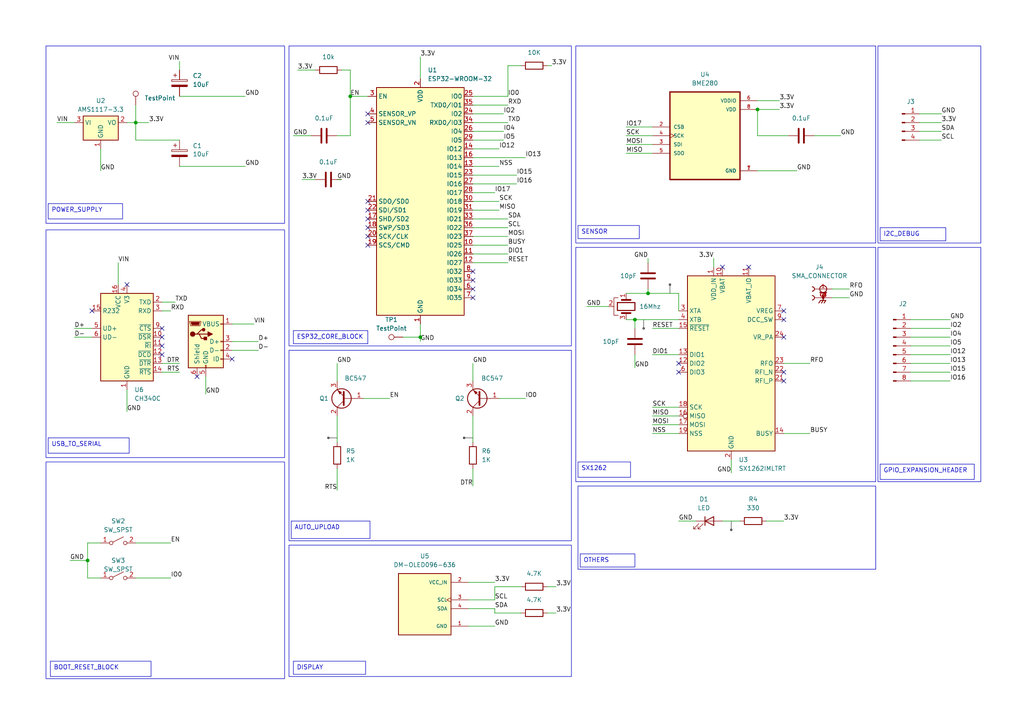
<source format=kicad_sch>
(kicad_sch
	(version 20250114)
	(generator "eeschema")
	(generator_version "9.0")
	(uuid "57773996-afb7-4db4-a657-c7e47aa12d5e")
	(paper "A4")
	(lib_symbols
		(symbol "BME280:BME280"
			(pin_names
				(offset 1.016)
			)
			(exclude_from_sim no)
			(in_bom yes)
			(on_board yes)
			(property "Reference" "U4"
				(at 0 17.78 0)
				(effects
					(font
						(size 1.27 1.27)
					)
				)
			)
			(property "Value" "BME280"
				(at 0 15.24 0)
				(effects
					(font
						(size 1.27 1.27)
					)
				)
			)
			(property "Footprint" "BME280:PSON65P250X250X100-8N"
				(at 28.194 -19.05 0)
				(effects
					(font
						(size 1.27 1.27)
					)
					(justify bottom)
					(hide yes)
				)
			)
			(property "Datasheet" ""
				(at 0 0 0)
				(effects
					(font
						(size 1.27 1.27)
					)
					(hide yes)
				)
			)
			(property "Description" "Integrated pressure, humidity and temperature sensor; 8-pin 2.5x2.5x0.93mm LGA"
				(at 0 0 0)
				(effects
					(font
						(size 1.27 1.27)
					)
					(justify bottom)
					(hide yes)
				)
			)
			(property "MF" "Bosch"
				(at 0 0 0)
				(effects
					(font
						(size 1.27 1.27)
					)
					(justify bottom)
					(hide yes)
				)
			)
			(property "PACKAGE" "LGA-8 Bosch"
				(at 0 0 0)
				(effects
					(font
						(size 1.27 1.27)
					)
					(justify bottom)
					(hide yes)
				)
			)
			(property "PRICE" "4.94 USD"
				(at 0 0 0)
				(effects
					(font
						(size 1.27 1.27)
					)
					(justify bottom)
					(hide yes)
				)
			)
			(property "Package" "LGA-8 Bosch"
				(at 0 0 0)
				(effects
					(font
						(size 1.27 1.27)
					)
					(justify bottom)
					(hide yes)
				)
			)
			(property "Check_prices" "https://www.snapeda.com/parts/BME280/Bosch/view-part/?ref=eda"
				(at 0 0 0)
				(effects
					(font
						(size 1.27 1.27)
					)
					(justify bottom)
					(hide yes)
				)
			)
			(property "STANDARD" "IPC-7351B"
				(at 0 0 0)
				(effects
					(font
						(size 1.27 1.27)
					)
					(justify bottom)
					(hide yes)
				)
			)
			(property "SnapEDA_Link" "https://www.snapeda.com/parts/BME280/Bosch/view-part/?ref=snap"
				(at 0 0 0)
				(effects
					(font
						(size 1.27 1.27)
					)
					(justify bottom)
					(hide yes)
				)
			)
			(property "MP" "BME280"
				(at 0 0 0)
				(effects
					(font
						(size 1.27 1.27)
					)
					(justify bottom)
					(hide yes)
				)
			)
			(property "Price" "None"
				(at 0 0 0)
				(effects
					(font
						(size 1.27 1.27)
					)
					(justify bottom)
					(hide yes)
				)
			)
			(property "Availability" "In Stock"
				(at 0 0 0)
				(effects
					(font
						(size 1.27 1.27)
					)
					(justify bottom)
					(hide yes)
				)
			)
			(property "AVAILABILITY" "Good"
				(at 0 0 0)
				(effects
					(font
						(size 1.27 1.27)
					)
					(justify bottom)
					(hide yes)
				)
			)
			(property "Description_1" "Board Mount Humidity Sensors MEMS humidity, pressure and temperature sensor"
				(at 0 0 0)
				(effects
					(font
						(size 1.27 1.27)
					)
					(justify bottom)
					(hide yes)
				)
			)
			(symbol "BME280_0_0"
				(rectangle
					(start -10.16 12.7)
					(end 10.16 -12.7)
					(stroke
						(width 0.4064)
						(type default)
					)
					(fill
						(type background)
					)
				)
				(pin input line
					(at -15.24 2.54 0)
					(length 5.08)
					(name "CSB"
						(effects
							(font
								(size 1.016 1.016)
							)
						)
					)
					(number "2"
						(effects
							(font
								(size 1.016 1.016)
							)
						)
					)
				)
				(pin input clock
					(at -15.24 0 0)
					(length 5.08)
					(name "SCK"
						(effects
							(font
								(size 1.016 1.016)
							)
						)
					)
					(number "4"
						(effects
							(font
								(size 1.016 1.016)
							)
						)
					)
				)
				(pin bidirectional line
					(at -15.24 -2.54 0)
					(length 5.08)
					(name "SDI"
						(effects
							(font
								(size 1.016 1.016)
							)
						)
					)
					(number "3"
						(effects
							(font
								(size 1.016 1.016)
							)
						)
					)
				)
				(pin bidirectional line
					(at -15.24 -5.08 0)
					(length 5.08)
					(name "SDO"
						(effects
							(font
								(size 1.016 1.016)
							)
						)
					)
					(number "5"
						(effects
							(font
								(size 1.016 1.016)
							)
						)
					)
				)
				(pin power_in line
					(at 15.24 10.16 180)
					(length 5.08)
					(name "VDDIO"
						(effects
							(font
								(size 1.016 1.016)
							)
						)
					)
					(number "6"
						(effects
							(font
								(size 1.016 1.016)
							)
						)
					)
				)
				(pin power_in line
					(at 15.24 7.62 180)
					(length 5.08)
					(name "VDD"
						(effects
							(font
								(size 1.016 1.016)
							)
						)
					)
					(number "8"
						(effects
							(font
								(size 1.016 1.016)
							)
						)
					)
				)
				(pin power_in line
					(at 15.24 -10.16 180)
					(length 5.08)
					(name "GND"
						(effects
							(font
								(size 1.016 1.016)
							)
						)
					)
					(number "1"
						(effects
							(font
								(size 1.016 1.016)
							)
						)
					)
				)
				(pin power_in line
					(at 15.24 -10.16 180)
					(length 5.08)
					(name "GND"
						(effects
							(font
								(size 1.016 1.016)
							)
						)
					)
					(number "7"
						(effects
							(font
								(size 1.016 1.016)
							)
						)
					)
				)
			)
			(embedded_fonts no)
		)
		(symbol "Connector:Conn_01x04_Pin"
			(pin_names
				(offset 1.016)
				(hide yes)
			)
			(exclude_from_sim no)
			(in_bom yes)
			(on_board yes)
			(property "Reference" "J"
				(at 0 5.08 0)
				(effects
					(font
						(size 1.27 1.27)
					)
				)
			)
			(property "Value" "Conn_01x04_Pin"
				(at 0 -7.62 0)
				(effects
					(font
						(size 1.27 1.27)
					)
				)
			)
			(property "Footprint" ""
				(at 0 0 0)
				(effects
					(font
						(size 1.27 1.27)
					)
					(hide yes)
				)
			)
			(property "Datasheet" "~"
				(at 0 0 0)
				(effects
					(font
						(size 1.27 1.27)
					)
					(hide yes)
				)
			)
			(property "Description" "Generic connector, single row, 01x04, script generated"
				(at 0 0 0)
				(effects
					(font
						(size 1.27 1.27)
					)
					(hide yes)
				)
			)
			(property "ki_locked" ""
				(at 0 0 0)
				(effects
					(font
						(size 1.27 1.27)
					)
				)
			)
			(property "ki_keywords" "connector"
				(at 0 0 0)
				(effects
					(font
						(size 1.27 1.27)
					)
					(hide yes)
				)
			)
			(property "ki_fp_filters" "Connector*:*_1x??_*"
				(at 0 0 0)
				(effects
					(font
						(size 1.27 1.27)
					)
					(hide yes)
				)
			)
			(symbol "Conn_01x04_Pin_1_1"
				(rectangle
					(start 0.8636 2.667)
					(end 0 2.413)
					(stroke
						(width 0.1524)
						(type default)
					)
					(fill
						(type outline)
					)
				)
				(rectangle
					(start 0.8636 0.127)
					(end 0 -0.127)
					(stroke
						(width 0.1524)
						(type default)
					)
					(fill
						(type outline)
					)
				)
				(rectangle
					(start 0.8636 -2.413)
					(end 0 -2.667)
					(stroke
						(width 0.1524)
						(type default)
					)
					(fill
						(type outline)
					)
				)
				(rectangle
					(start 0.8636 -4.953)
					(end 0 -5.207)
					(stroke
						(width 0.1524)
						(type default)
					)
					(fill
						(type outline)
					)
				)
				(polyline
					(pts
						(xy 1.27 2.54) (xy 0.8636 2.54)
					)
					(stroke
						(width 0.1524)
						(type default)
					)
					(fill
						(type none)
					)
				)
				(polyline
					(pts
						(xy 1.27 0) (xy 0.8636 0)
					)
					(stroke
						(width 0.1524)
						(type default)
					)
					(fill
						(type none)
					)
				)
				(polyline
					(pts
						(xy 1.27 -2.54) (xy 0.8636 -2.54)
					)
					(stroke
						(width 0.1524)
						(type default)
					)
					(fill
						(type none)
					)
				)
				(polyline
					(pts
						(xy 1.27 -5.08) (xy 0.8636 -5.08)
					)
					(stroke
						(width 0.1524)
						(type default)
					)
					(fill
						(type none)
					)
				)
				(pin passive line
					(at 5.08 2.54 180)
					(length 3.81)
					(name "Pin_1"
						(effects
							(font
								(size 1.27 1.27)
							)
						)
					)
					(number "1"
						(effects
							(font
								(size 1.27 1.27)
							)
						)
					)
				)
				(pin passive line
					(at 5.08 0 180)
					(length 3.81)
					(name "Pin_2"
						(effects
							(font
								(size 1.27 1.27)
							)
						)
					)
					(number "2"
						(effects
							(font
								(size 1.27 1.27)
							)
						)
					)
				)
				(pin passive line
					(at 5.08 -2.54 180)
					(length 3.81)
					(name "Pin_3"
						(effects
							(font
								(size 1.27 1.27)
							)
						)
					)
					(number "3"
						(effects
							(font
								(size 1.27 1.27)
							)
						)
					)
				)
				(pin passive line
					(at 5.08 -5.08 180)
					(length 3.81)
					(name "Pin_4"
						(effects
							(font
								(size 1.27 1.27)
							)
						)
					)
					(number "4"
						(effects
							(font
								(size 1.27 1.27)
							)
						)
					)
				)
			)
			(embedded_fonts no)
		)
		(symbol "Connector:Conn_01x08_Pin"
			(pin_names
				(offset 1.016)
				(hide yes)
			)
			(exclude_from_sim no)
			(in_bom yes)
			(on_board yes)
			(property "Reference" "J"
				(at 0 10.16 0)
				(effects
					(font
						(size 1.27 1.27)
					)
				)
			)
			(property "Value" "Conn_01x08_Pin"
				(at 0 -12.7 0)
				(effects
					(font
						(size 1.27 1.27)
					)
				)
			)
			(property "Footprint" ""
				(at 0 0 0)
				(effects
					(font
						(size 1.27 1.27)
					)
					(hide yes)
				)
			)
			(property "Datasheet" "~"
				(at 0 0 0)
				(effects
					(font
						(size 1.27 1.27)
					)
					(hide yes)
				)
			)
			(property "Description" "Generic connector, single row, 01x08, script generated"
				(at 0 0 0)
				(effects
					(font
						(size 1.27 1.27)
					)
					(hide yes)
				)
			)
			(property "ki_locked" ""
				(at 0 0 0)
				(effects
					(font
						(size 1.27 1.27)
					)
				)
			)
			(property "ki_keywords" "connector"
				(at 0 0 0)
				(effects
					(font
						(size 1.27 1.27)
					)
					(hide yes)
				)
			)
			(property "ki_fp_filters" "Connector*:*_1x??_*"
				(at 0 0 0)
				(effects
					(font
						(size 1.27 1.27)
					)
					(hide yes)
				)
			)
			(symbol "Conn_01x08_Pin_1_1"
				(rectangle
					(start 0.8636 7.747)
					(end 0 7.493)
					(stroke
						(width 0.1524)
						(type default)
					)
					(fill
						(type outline)
					)
				)
				(rectangle
					(start 0.8636 5.207)
					(end 0 4.953)
					(stroke
						(width 0.1524)
						(type default)
					)
					(fill
						(type outline)
					)
				)
				(rectangle
					(start 0.8636 2.667)
					(end 0 2.413)
					(stroke
						(width 0.1524)
						(type default)
					)
					(fill
						(type outline)
					)
				)
				(rectangle
					(start 0.8636 0.127)
					(end 0 -0.127)
					(stroke
						(width 0.1524)
						(type default)
					)
					(fill
						(type outline)
					)
				)
				(rectangle
					(start 0.8636 -2.413)
					(end 0 -2.667)
					(stroke
						(width 0.1524)
						(type default)
					)
					(fill
						(type outline)
					)
				)
				(rectangle
					(start 0.8636 -4.953)
					(end 0 -5.207)
					(stroke
						(width 0.1524)
						(type default)
					)
					(fill
						(type outline)
					)
				)
				(rectangle
					(start 0.8636 -7.493)
					(end 0 -7.747)
					(stroke
						(width 0.1524)
						(type default)
					)
					(fill
						(type outline)
					)
				)
				(rectangle
					(start 0.8636 -10.033)
					(end 0 -10.287)
					(stroke
						(width 0.1524)
						(type default)
					)
					(fill
						(type outline)
					)
				)
				(polyline
					(pts
						(xy 1.27 7.62) (xy 0.8636 7.62)
					)
					(stroke
						(width 0.1524)
						(type default)
					)
					(fill
						(type none)
					)
				)
				(polyline
					(pts
						(xy 1.27 5.08) (xy 0.8636 5.08)
					)
					(stroke
						(width 0.1524)
						(type default)
					)
					(fill
						(type none)
					)
				)
				(polyline
					(pts
						(xy 1.27 2.54) (xy 0.8636 2.54)
					)
					(stroke
						(width 0.1524)
						(type default)
					)
					(fill
						(type none)
					)
				)
				(polyline
					(pts
						(xy 1.27 0) (xy 0.8636 0)
					)
					(stroke
						(width 0.1524)
						(type default)
					)
					(fill
						(type none)
					)
				)
				(polyline
					(pts
						(xy 1.27 -2.54) (xy 0.8636 -2.54)
					)
					(stroke
						(width 0.1524)
						(type default)
					)
					(fill
						(type none)
					)
				)
				(polyline
					(pts
						(xy 1.27 -5.08) (xy 0.8636 -5.08)
					)
					(stroke
						(width 0.1524)
						(type default)
					)
					(fill
						(type none)
					)
				)
				(polyline
					(pts
						(xy 1.27 -7.62) (xy 0.8636 -7.62)
					)
					(stroke
						(width 0.1524)
						(type default)
					)
					(fill
						(type none)
					)
				)
				(polyline
					(pts
						(xy 1.27 -10.16) (xy 0.8636 -10.16)
					)
					(stroke
						(width 0.1524)
						(type default)
					)
					(fill
						(type none)
					)
				)
				(pin passive line
					(at 5.08 7.62 180)
					(length 3.81)
					(name "Pin_1"
						(effects
							(font
								(size 1.27 1.27)
							)
						)
					)
					(number "1"
						(effects
							(font
								(size 1.27 1.27)
							)
						)
					)
				)
				(pin passive line
					(at 5.08 5.08 180)
					(length 3.81)
					(name "Pin_2"
						(effects
							(font
								(size 1.27 1.27)
							)
						)
					)
					(number "2"
						(effects
							(font
								(size 1.27 1.27)
							)
						)
					)
				)
				(pin passive line
					(at 5.08 2.54 180)
					(length 3.81)
					(name "Pin_3"
						(effects
							(font
								(size 1.27 1.27)
							)
						)
					)
					(number "3"
						(effects
							(font
								(size 1.27 1.27)
							)
						)
					)
				)
				(pin passive line
					(at 5.08 0 180)
					(length 3.81)
					(name "Pin_4"
						(effects
							(font
								(size 1.27 1.27)
							)
						)
					)
					(number "4"
						(effects
							(font
								(size 1.27 1.27)
							)
						)
					)
				)
				(pin passive line
					(at 5.08 -2.54 180)
					(length 3.81)
					(name "Pin_5"
						(effects
							(font
								(size 1.27 1.27)
							)
						)
					)
					(number "5"
						(effects
							(font
								(size 1.27 1.27)
							)
						)
					)
				)
				(pin passive line
					(at 5.08 -5.08 180)
					(length 3.81)
					(name "Pin_6"
						(effects
							(font
								(size 1.27 1.27)
							)
						)
					)
					(number "6"
						(effects
							(font
								(size 1.27 1.27)
							)
						)
					)
				)
				(pin passive line
					(at 5.08 -7.62 180)
					(length 3.81)
					(name "Pin_7"
						(effects
							(font
								(size 1.27 1.27)
							)
						)
					)
					(number "7"
						(effects
							(font
								(size 1.27 1.27)
							)
						)
					)
				)
				(pin passive line
					(at 5.08 -10.16 180)
					(length 3.81)
					(name "Pin_8"
						(effects
							(font
								(size 1.27 1.27)
							)
						)
					)
					(number "8"
						(effects
							(font
								(size 1.27 1.27)
							)
						)
					)
				)
			)
			(embedded_fonts no)
		)
		(symbol "Connector:TestPoint"
			(pin_numbers
				(hide yes)
			)
			(pin_names
				(offset 0.762)
				(hide yes)
			)
			(exclude_from_sim no)
			(in_bom yes)
			(on_board yes)
			(property "Reference" "TP"
				(at 0 6.858 0)
				(effects
					(font
						(size 1.27 1.27)
					)
				)
			)
			(property "Value" "TestPoint"
				(at 0 5.08 0)
				(effects
					(font
						(size 1.27 1.27)
					)
				)
			)
			(property "Footprint" ""
				(at 5.08 0 0)
				(effects
					(font
						(size 1.27 1.27)
					)
					(hide yes)
				)
			)
			(property "Datasheet" "~"
				(at 5.08 0 0)
				(effects
					(font
						(size 1.27 1.27)
					)
					(hide yes)
				)
			)
			(property "Description" "test point"
				(at 0 0 0)
				(effects
					(font
						(size 1.27 1.27)
					)
					(hide yes)
				)
			)
			(property "ki_keywords" "test point tp"
				(at 0 0 0)
				(effects
					(font
						(size 1.27 1.27)
					)
					(hide yes)
				)
			)
			(property "ki_fp_filters" "Pin* Test*"
				(at 0 0 0)
				(effects
					(font
						(size 1.27 1.27)
					)
					(hide yes)
				)
			)
			(symbol "TestPoint_0_1"
				(circle
					(center 0 3.302)
					(radius 0.762)
					(stroke
						(width 0)
						(type default)
					)
					(fill
						(type none)
					)
				)
			)
			(symbol "TestPoint_1_1"
				(pin passive line
					(at 0 0 90)
					(length 2.54)
					(name "1"
						(effects
							(font
								(size 1.27 1.27)
							)
						)
					)
					(number "1"
						(effects
							(font
								(size 1.27 1.27)
							)
						)
					)
				)
			)
			(embedded_fonts no)
		)
		(symbol "Connector:USB_B_Micro"
			(pin_names
				(offset 1.016)
			)
			(exclude_from_sim no)
			(in_bom yes)
			(on_board yes)
			(property "Reference" "J"
				(at -5.08 11.43 0)
				(effects
					(font
						(size 1.27 1.27)
					)
					(justify left)
				)
			)
			(property "Value" "USB_B_Micro"
				(at -5.08 8.89 0)
				(effects
					(font
						(size 1.27 1.27)
					)
					(justify left)
				)
			)
			(property "Footprint" ""
				(at 3.81 -1.27 0)
				(effects
					(font
						(size 1.27 1.27)
					)
					(hide yes)
				)
			)
			(property "Datasheet" "~"
				(at 3.81 -1.27 0)
				(effects
					(font
						(size 1.27 1.27)
					)
					(hide yes)
				)
			)
			(property "Description" "USB Micro Type B connector"
				(at 0 0 0)
				(effects
					(font
						(size 1.27 1.27)
					)
					(hide yes)
				)
			)
			(property "ki_keywords" "connector USB micro"
				(at 0 0 0)
				(effects
					(font
						(size 1.27 1.27)
					)
					(hide yes)
				)
			)
			(property "ki_fp_filters" "USB*Micro*B*"
				(at 0 0 0)
				(effects
					(font
						(size 1.27 1.27)
					)
					(hide yes)
				)
			)
			(symbol "USB_B_Micro_0_1"
				(rectangle
					(start -5.08 -7.62)
					(end 5.08 7.62)
					(stroke
						(width 0.254)
						(type default)
					)
					(fill
						(type background)
					)
				)
				(polyline
					(pts
						(xy -4.699 5.842) (xy -4.699 5.588) (xy -4.445 4.826) (xy -4.445 4.572) (xy -1.651 4.572) (xy -1.651 4.826)
						(xy -1.397 5.588) (xy -1.397 5.842) (xy -4.699 5.842)
					)
					(stroke
						(width 0)
						(type default)
					)
					(fill
						(type none)
					)
				)
				(polyline
					(pts
						(xy -4.318 5.588) (xy -1.778 5.588) (xy -2.032 4.826) (xy -4.064 4.826) (xy -4.318 5.588)
					)
					(stroke
						(width 0)
						(type default)
					)
					(fill
						(type outline)
					)
				)
				(circle
					(center -3.81 2.159)
					(radius 0.635)
					(stroke
						(width 0.254)
						(type default)
					)
					(fill
						(type outline)
					)
				)
				(polyline
					(pts
						(xy -3.175 2.159) (xy -2.54 2.159) (xy -1.27 3.429) (xy -0.635 3.429)
					)
					(stroke
						(width 0.254)
						(type default)
					)
					(fill
						(type none)
					)
				)
				(polyline
					(pts
						(xy -2.54 2.159) (xy -1.905 2.159) (xy -1.27 0.889) (xy 0 0.889)
					)
					(stroke
						(width 0.254)
						(type default)
					)
					(fill
						(type none)
					)
				)
				(polyline
					(pts
						(xy -1.905 2.159) (xy 0.635 2.159)
					)
					(stroke
						(width 0.254)
						(type default)
					)
					(fill
						(type none)
					)
				)
				(circle
					(center -0.635 3.429)
					(radius 0.381)
					(stroke
						(width 0.254)
						(type default)
					)
					(fill
						(type outline)
					)
				)
				(rectangle
					(start -0.127 -7.62)
					(end 0.127 -6.858)
					(stroke
						(width 0)
						(type default)
					)
					(fill
						(type none)
					)
				)
				(rectangle
					(start 0.254 1.27)
					(end -0.508 0.508)
					(stroke
						(width 0.254)
						(type default)
					)
					(fill
						(type outline)
					)
				)
				(polyline
					(pts
						(xy 0.635 2.794) (xy 0.635 1.524) (xy 1.905 2.159) (xy 0.635 2.794)
					)
					(stroke
						(width 0.254)
						(type default)
					)
					(fill
						(type outline)
					)
				)
				(rectangle
					(start 5.08 4.953)
					(end 4.318 5.207)
					(stroke
						(width 0)
						(type default)
					)
					(fill
						(type none)
					)
				)
				(rectangle
					(start 5.08 -0.127)
					(end 4.318 0.127)
					(stroke
						(width 0)
						(type default)
					)
					(fill
						(type none)
					)
				)
				(rectangle
					(start 5.08 -2.667)
					(end 4.318 -2.413)
					(stroke
						(width 0)
						(type default)
					)
					(fill
						(type none)
					)
				)
				(rectangle
					(start 5.08 -5.207)
					(end 4.318 -4.953)
					(stroke
						(width 0)
						(type default)
					)
					(fill
						(type none)
					)
				)
			)
			(symbol "USB_B_Micro_1_1"
				(pin passive line
					(at -2.54 -10.16 90)
					(length 2.54)
					(name "Shield"
						(effects
							(font
								(size 1.27 1.27)
							)
						)
					)
					(number "6"
						(effects
							(font
								(size 1.27 1.27)
							)
						)
					)
				)
				(pin power_out line
					(at 0 -10.16 90)
					(length 2.54)
					(name "GND"
						(effects
							(font
								(size 1.27 1.27)
							)
						)
					)
					(number "5"
						(effects
							(font
								(size 1.27 1.27)
							)
						)
					)
				)
				(pin power_out line
					(at 7.62 5.08 180)
					(length 2.54)
					(name "VBUS"
						(effects
							(font
								(size 1.27 1.27)
							)
						)
					)
					(number "1"
						(effects
							(font
								(size 1.27 1.27)
							)
						)
					)
				)
				(pin bidirectional line
					(at 7.62 0 180)
					(length 2.54)
					(name "D+"
						(effects
							(font
								(size 1.27 1.27)
							)
						)
					)
					(number "3"
						(effects
							(font
								(size 1.27 1.27)
							)
						)
					)
				)
				(pin bidirectional line
					(at 7.62 -2.54 180)
					(length 2.54)
					(name "D-"
						(effects
							(font
								(size 1.27 1.27)
							)
						)
					)
					(number "2"
						(effects
							(font
								(size 1.27 1.27)
							)
						)
					)
				)
				(pin passive line
					(at 7.62 -5.08 180)
					(length 2.54)
					(name "ID"
						(effects
							(font
								(size 1.27 1.27)
							)
						)
					)
					(number "4"
						(effects
							(font
								(size 1.27 1.27)
							)
						)
					)
				)
			)
			(embedded_fonts no)
		)
		(symbol "DM-OLED096-636:DM-OLED096-636"
			(pin_names
				(offset 1.016)
			)
			(exclude_from_sim no)
			(in_bom yes)
			(on_board yes)
			(property "Reference" "U"
				(at -7.62 10.922 0)
				(effects
					(font
						(size 1.27 1.27)
					)
					(justify left bottom)
				)
			)
			(property "Value" "DM-OLED096-636"
				(at -7.62 -10.16 0)
				(effects
					(font
						(size 1.27 1.27)
					)
					(justify left bottom)
				)
			)
			(property "Footprint" "DM-OLED096-636:MODULE_DM-OLED096-636"
				(at 0 0 0)
				(effects
					(font
						(size 1.27 1.27)
					)
					(justify bottom)
					(hide yes)
				)
			)
			(property "Datasheet" ""
				(at 0 0 0)
				(effects
					(font
						(size 1.27 1.27)
					)
					(hide yes)
				)
			)
			(property "Description" ""
				(at 0 0 0)
				(effects
					(font
						(size 1.27 1.27)
					)
					(hide yes)
				)
			)
			(property "MF" "Display Module"
				(at 0 0 0)
				(effects
					(font
						(size 1.27 1.27)
					)
					(justify bottom)
					(hide yes)
				)
			)
			(property "MAXIMUM_PACKAGE_HEIGHT" "11.3 mm"
				(at 0 0 0)
				(effects
					(font
						(size 1.27 1.27)
					)
					(justify bottom)
					(hide yes)
				)
			)
			(property "Package" "Package"
				(at 0 0 0)
				(effects
					(font
						(size 1.27 1.27)
					)
					(justify bottom)
					(hide yes)
				)
			)
			(property "Price" "None"
				(at 0 0 0)
				(effects
					(font
						(size 1.27 1.27)
					)
					(justify bottom)
					(hide yes)
				)
			)
			(property "Check_prices" "https://www.snapeda.com/parts/DM-OLED096-636/Display+Module/view-part/?ref=eda"
				(at 0 0 0)
				(effects
					(font
						(size 1.27 1.27)
					)
					(justify bottom)
					(hide yes)
				)
			)
			(property "STANDARD" "Manufacturer Recommendations"
				(at 0 0 0)
				(effects
					(font
						(size 1.27 1.27)
					)
					(justify bottom)
					(hide yes)
				)
			)
			(property "PARTREV" "2018-09-10"
				(at 0 0 0)
				(effects
					(font
						(size 1.27 1.27)
					)
					(justify bottom)
					(hide yes)
				)
			)
			(property "SnapEDA_Link" "https://www.snapeda.com/parts/DM-OLED096-636/Display+Module/view-part/?ref=snap"
				(at 0 0 0)
				(effects
					(font
						(size 1.27 1.27)
					)
					(justify bottom)
					(hide yes)
				)
			)
			(property "MP" "DM-OLED096-636"
				(at 0 0 0)
				(effects
					(font
						(size 1.27 1.27)
					)
					(justify bottom)
					(hide yes)
				)
			)
			(property "Description_1" "0.96” 128 X 64 MONOCHROME GRAPHIC OLED DISPLAY MODULE - I2C"
				(at 0 0 0)
				(effects
					(font
						(size 1.27 1.27)
					)
					(justify bottom)
					(hide yes)
				)
			)
			(property "Availability" "Not in stock"
				(at 0 0 0)
				(effects
					(font
						(size 1.27 1.27)
					)
					(justify bottom)
					(hide yes)
				)
			)
			(property "MANUFACTURER" "Displaymodule"
				(at 0 0 0)
				(effects
					(font
						(size 1.27 1.27)
					)
					(justify bottom)
					(hide yes)
				)
			)
			(symbol "DM-OLED096-636_0_0"
				(rectangle
					(start -7.62 -7.62)
					(end 7.62 10.16)
					(stroke
						(width 0.254)
						(type default)
					)
					(fill
						(type background)
					)
				)
				(pin power_in line
					(at 12.7 7.62 180)
					(length 5.08)
					(name "VCC_IN"
						(effects
							(font
								(size 1.016 1.016)
							)
						)
					)
					(number "2"
						(effects
							(font
								(size 1.016 1.016)
							)
						)
					)
				)
				(pin input clock
					(at 12.7 2.54 180)
					(length 5.08)
					(name "SCL"
						(effects
							(font
								(size 1.016 1.016)
							)
						)
					)
					(number "3"
						(effects
							(font
								(size 1.016 1.016)
							)
						)
					)
				)
				(pin bidirectional line
					(at 12.7 0 180)
					(length 5.08)
					(name "SDA"
						(effects
							(font
								(size 1.016 1.016)
							)
						)
					)
					(number "4"
						(effects
							(font
								(size 1.016 1.016)
							)
						)
					)
				)
				(pin power_in line
					(at 12.7 -5.08 180)
					(length 5.08)
					(name "GND"
						(effects
							(font
								(size 1.016 1.016)
							)
						)
					)
					(number "1"
						(effects
							(font
								(size 1.016 1.016)
							)
						)
					)
				)
			)
			(embedded_fonts no)
		)
		(symbol "Device:C"
			(pin_numbers
				(hide yes)
			)
			(pin_names
				(offset 0.254)
			)
			(exclude_from_sim no)
			(in_bom yes)
			(on_board yes)
			(property "Reference" "C"
				(at 0.635 2.54 0)
				(effects
					(font
						(size 1.27 1.27)
					)
					(justify left)
				)
			)
			(property "Value" "C"
				(at 0.635 -2.54 0)
				(effects
					(font
						(size 1.27 1.27)
					)
					(justify left)
				)
			)
			(property "Footprint" ""
				(at 0.9652 -3.81 0)
				(effects
					(font
						(size 1.27 1.27)
					)
					(hide yes)
				)
			)
			(property "Datasheet" "~"
				(at 0 0 0)
				(effects
					(font
						(size 1.27 1.27)
					)
					(hide yes)
				)
			)
			(property "Description" "Unpolarized capacitor"
				(at 0 0 0)
				(effects
					(font
						(size 1.27 1.27)
					)
					(hide yes)
				)
			)
			(property "ki_keywords" "cap capacitor"
				(at 0 0 0)
				(effects
					(font
						(size 1.27 1.27)
					)
					(hide yes)
				)
			)
			(property "ki_fp_filters" "C_*"
				(at 0 0 0)
				(effects
					(font
						(size 1.27 1.27)
					)
					(hide yes)
				)
			)
			(symbol "C_0_1"
				(polyline
					(pts
						(xy -2.032 0.762) (xy 2.032 0.762)
					)
					(stroke
						(width 0.508)
						(type default)
					)
					(fill
						(type none)
					)
				)
				(polyline
					(pts
						(xy -2.032 -0.762) (xy 2.032 -0.762)
					)
					(stroke
						(width 0.508)
						(type default)
					)
					(fill
						(type none)
					)
				)
			)
			(symbol "C_1_1"
				(pin passive line
					(at 0 3.81 270)
					(length 2.794)
					(name "~"
						(effects
							(font
								(size 1.27 1.27)
							)
						)
					)
					(number "1"
						(effects
							(font
								(size 1.27 1.27)
							)
						)
					)
				)
				(pin passive line
					(at 0 -3.81 90)
					(length 2.794)
					(name "~"
						(effects
							(font
								(size 1.27 1.27)
							)
						)
					)
					(number "2"
						(effects
							(font
								(size 1.27 1.27)
							)
						)
					)
				)
			)
			(embedded_fonts no)
		)
		(symbol "Device:C_Polarized"
			(pin_numbers
				(hide yes)
			)
			(pin_names
				(offset 0.254)
			)
			(exclude_from_sim no)
			(in_bom yes)
			(on_board yes)
			(property "Reference" "C"
				(at 0.635 2.54 0)
				(effects
					(font
						(size 1.27 1.27)
					)
					(justify left)
				)
			)
			(property "Value" "C_Polarized"
				(at 0.635 -2.54 0)
				(effects
					(font
						(size 1.27 1.27)
					)
					(justify left)
				)
			)
			(property "Footprint" ""
				(at 0.9652 -3.81 0)
				(effects
					(font
						(size 1.27 1.27)
					)
					(hide yes)
				)
			)
			(property "Datasheet" "~"
				(at 0 0 0)
				(effects
					(font
						(size 1.27 1.27)
					)
					(hide yes)
				)
			)
			(property "Description" "Polarized capacitor"
				(at 0 0 0)
				(effects
					(font
						(size 1.27 1.27)
					)
					(hide yes)
				)
			)
			(property "ki_keywords" "cap capacitor"
				(at 0 0 0)
				(effects
					(font
						(size 1.27 1.27)
					)
					(hide yes)
				)
			)
			(property "ki_fp_filters" "CP_*"
				(at 0 0 0)
				(effects
					(font
						(size 1.27 1.27)
					)
					(hide yes)
				)
			)
			(symbol "C_Polarized_0_1"
				(rectangle
					(start -2.286 0.508)
					(end 2.286 1.016)
					(stroke
						(width 0)
						(type default)
					)
					(fill
						(type none)
					)
				)
				(polyline
					(pts
						(xy -1.778 2.286) (xy -0.762 2.286)
					)
					(stroke
						(width 0)
						(type default)
					)
					(fill
						(type none)
					)
				)
				(polyline
					(pts
						(xy -1.27 2.794) (xy -1.27 1.778)
					)
					(stroke
						(width 0)
						(type default)
					)
					(fill
						(type none)
					)
				)
				(rectangle
					(start 2.286 -0.508)
					(end -2.286 -1.016)
					(stroke
						(width 0)
						(type default)
					)
					(fill
						(type outline)
					)
				)
			)
			(symbol "C_Polarized_1_1"
				(pin passive line
					(at 0 3.81 270)
					(length 2.794)
					(name "~"
						(effects
							(font
								(size 1.27 1.27)
							)
						)
					)
					(number "1"
						(effects
							(font
								(size 1.27 1.27)
							)
						)
					)
				)
				(pin passive line
					(at 0 -3.81 90)
					(length 2.794)
					(name "~"
						(effects
							(font
								(size 1.27 1.27)
							)
						)
					)
					(number "2"
						(effects
							(font
								(size 1.27 1.27)
							)
						)
					)
				)
			)
			(embedded_fonts no)
		)
		(symbol "Device:Crystal_GND2"
			(pin_names
				(offset 1.016)
				(hide yes)
			)
			(exclude_from_sim no)
			(in_bom yes)
			(on_board yes)
			(property "Reference" "Y"
				(at 0 5.715 0)
				(effects
					(font
						(size 1.27 1.27)
					)
				)
			)
			(property "Value" "Crystal_GND2"
				(at 0 3.81 0)
				(effects
					(font
						(size 1.27 1.27)
					)
				)
			)
			(property "Footprint" ""
				(at 0 0 0)
				(effects
					(font
						(size 1.27 1.27)
					)
					(hide yes)
				)
			)
			(property "Datasheet" "~"
				(at 0 0 0)
				(effects
					(font
						(size 1.27 1.27)
					)
					(hide yes)
				)
			)
			(property "Description" "Three pin crystal, GND on pin 2"
				(at 0 0 0)
				(effects
					(font
						(size 1.27 1.27)
					)
					(hide yes)
				)
			)
			(property "ki_keywords" "quartz ceramic resonator oscillator"
				(at 0 0 0)
				(effects
					(font
						(size 1.27 1.27)
					)
					(hide yes)
				)
			)
			(property "ki_fp_filters" "Crystal*"
				(at 0 0 0)
				(effects
					(font
						(size 1.27 1.27)
					)
					(hide yes)
				)
			)
			(symbol "Crystal_GND2_0_1"
				(polyline
					(pts
						(xy -2.54 0) (xy -1.905 0)
					)
					(stroke
						(width 0)
						(type default)
					)
					(fill
						(type none)
					)
				)
				(polyline
					(pts
						(xy -2.54 -2.286) (xy -2.54 -3.556) (xy 2.54 -3.556) (xy 2.54 -2.286)
					)
					(stroke
						(width 0)
						(type default)
					)
					(fill
						(type none)
					)
				)
				(polyline
					(pts
						(xy -1.905 -1.27) (xy -1.905 1.27)
					)
					(stroke
						(width 0.508)
						(type default)
					)
					(fill
						(type none)
					)
				)
				(rectangle
					(start -1.143 2.54)
					(end 1.143 -2.54)
					(stroke
						(width 0.3048)
						(type default)
					)
					(fill
						(type none)
					)
				)
				(polyline
					(pts
						(xy 0 -3.81) (xy 0 -3.556)
					)
					(stroke
						(width 0)
						(type default)
					)
					(fill
						(type none)
					)
				)
				(polyline
					(pts
						(xy 1.905 1.27) (xy 1.905 -1.27)
					)
					(stroke
						(width 0.508)
						(type default)
					)
					(fill
						(type none)
					)
				)
				(polyline
					(pts
						(xy 1.905 0) (xy 2.54 0)
					)
					(stroke
						(width 0)
						(type default)
					)
					(fill
						(type none)
					)
				)
			)
			(symbol "Crystal_GND2_1_1"
				(pin passive line
					(at -3.81 0 0)
					(length 1.27)
					(name "1"
						(effects
							(font
								(size 1.27 1.27)
							)
						)
					)
					(number "1"
						(effects
							(font
								(size 1.27 1.27)
							)
						)
					)
				)
				(pin passive line
					(at 0 -5.08 90)
					(length 1.27)
					(name "2"
						(effects
							(font
								(size 1.27 1.27)
							)
						)
					)
					(number "2"
						(effects
							(font
								(size 1.27 1.27)
							)
						)
					)
				)
				(pin passive line
					(at 3.81 0 180)
					(length 1.27)
					(name "3"
						(effects
							(font
								(size 1.27 1.27)
							)
						)
					)
					(number "3"
						(effects
							(font
								(size 1.27 1.27)
							)
						)
					)
				)
			)
			(embedded_fonts no)
		)
		(symbol "Device:LED"
			(pin_numbers
				(hide yes)
			)
			(pin_names
				(offset 1.016)
				(hide yes)
			)
			(exclude_from_sim no)
			(in_bom yes)
			(on_board yes)
			(property "Reference" "D"
				(at 0 2.54 0)
				(effects
					(font
						(size 1.27 1.27)
					)
				)
			)
			(property "Value" "LED"
				(at 0 -2.54 0)
				(effects
					(font
						(size 1.27 1.27)
					)
				)
			)
			(property "Footprint" ""
				(at 0 0 0)
				(effects
					(font
						(size 1.27 1.27)
					)
					(hide yes)
				)
			)
			(property "Datasheet" "~"
				(at 0 0 0)
				(effects
					(font
						(size 1.27 1.27)
					)
					(hide yes)
				)
			)
			(property "Description" "Light emitting diode"
				(at 0 0 0)
				(effects
					(font
						(size 1.27 1.27)
					)
					(hide yes)
				)
			)
			(property "Sim.Pins" "1=K 2=A"
				(at 0 0 0)
				(effects
					(font
						(size 1.27 1.27)
					)
					(hide yes)
				)
			)
			(property "ki_keywords" "LED diode"
				(at 0 0 0)
				(effects
					(font
						(size 1.27 1.27)
					)
					(hide yes)
				)
			)
			(property "ki_fp_filters" "LED* LED_SMD:* LED_THT:*"
				(at 0 0 0)
				(effects
					(font
						(size 1.27 1.27)
					)
					(hide yes)
				)
			)
			(symbol "LED_0_1"
				(polyline
					(pts
						(xy -3.048 -0.762) (xy -4.572 -2.286) (xy -3.81 -2.286) (xy -4.572 -2.286) (xy -4.572 -1.524)
					)
					(stroke
						(width 0)
						(type default)
					)
					(fill
						(type none)
					)
				)
				(polyline
					(pts
						(xy -1.778 -0.762) (xy -3.302 -2.286) (xy -2.54 -2.286) (xy -3.302 -2.286) (xy -3.302 -1.524)
					)
					(stroke
						(width 0)
						(type default)
					)
					(fill
						(type none)
					)
				)
				(polyline
					(pts
						(xy -1.27 0) (xy 1.27 0)
					)
					(stroke
						(width 0)
						(type default)
					)
					(fill
						(type none)
					)
				)
				(polyline
					(pts
						(xy -1.27 -1.27) (xy -1.27 1.27)
					)
					(stroke
						(width 0.254)
						(type default)
					)
					(fill
						(type none)
					)
				)
				(polyline
					(pts
						(xy 1.27 -1.27) (xy 1.27 1.27) (xy -1.27 0) (xy 1.27 -1.27)
					)
					(stroke
						(width 0.254)
						(type default)
					)
					(fill
						(type none)
					)
				)
			)
			(symbol "LED_1_1"
				(pin passive line
					(at -3.81 0 0)
					(length 2.54)
					(name "K"
						(effects
							(font
								(size 1.27 1.27)
							)
						)
					)
					(number "1"
						(effects
							(font
								(size 1.27 1.27)
							)
						)
					)
				)
				(pin passive line
					(at 3.81 0 180)
					(length 2.54)
					(name "A"
						(effects
							(font
								(size 1.27 1.27)
							)
						)
					)
					(number "2"
						(effects
							(font
								(size 1.27 1.27)
							)
						)
					)
				)
			)
			(embedded_fonts no)
		)
		(symbol "Device:R"
			(pin_numbers
				(hide yes)
			)
			(pin_names
				(offset 0)
			)
			(exclude_from_sim no)
			(in_bom yes)
			(on_board yes)
			(property "Reference" "R"
				(at 2.032 0 90)
				(effects
					(font
						(size 1.27 1.27)
					)
				)
			)
			(property "Value" "R"
				(at 0 0 90)
				(effects
					(font
						(size 1.27 1.27)
					)
				)
			)
			(property "Footprint" ""
				(at -1.778 0 90)
				(effects
					(font
						(size 1.27 1.27)
					)
					(hide yes)
				)
			)
			(property "Datasheet" "~"
				(at 0 0 0)
				(effects
					(font
						(size 1.27 1.27)
					)
					(hide yes)
				)
			)
			(property "Description" "Resistor"
				(at 0 0 0)
				(effects
					(font
						(size 1.27 1.27)
					)
					(hide yes)
				)
			)
			(property "ki_keywords" "R res resistor"
				(at 0 0 0)
				(effects
					(font
						(size 1.27 1.27)
					)
					(hide yes)
				)
			)
			(property "ki_fp_filters" "R_*"
				(at 0 0 0)
				(effects
					(font
						(size 1.27 1.27)
					)
					(hide yes)
				)
			)
			(symbol "R_0_1"
				(rectangle
					(start -1.016 -2.54)
					(end 1.016 2.54)
					(stroke
						(width 0.254)
						(type default)
					)
					(fill
						(type none)
					)
				)
			)
			(symbol "R_1_1"
				(pin passive line
					(at 0 3.81 270)
					(length 1.27)
					(name "~"
						(effects
							(font
								(size 1.27 1.27)
							)
						)
					)
					(number "1"
						(effects
							(font
								(size 1.27 1.27)
							)
						)
					)
				)
				(pin passive line
					(at 0 -3.81 90)
					(length 1.27)
					(name "~"
						(effects
							(font
								(size 1.27 1.27)
							)
						)
					)
					(number "2"
						(effects
							(font
								(size 1.27 1.27)
							)
						)
					)
				)
			)
			(embedded_fonts no)
		)
		(symbol "Interface_USB:CH340C"
			(exclude_from_sim no)
			(in_bom yes)
			(on_board yes)
			(property "Reference" "U"
				(at -5.08 13.97 0)
				(effects
					(font
						(size 1.27 1.27)
					)
					(justify right)
				)
			)
			(property "Value" "CH340C"
				(at 1.27 13.97 0)
				(effects
					(font
						(size 1.27 1.27)
					)
					(justify left)
				)
			)
			(property "Footprint" "Package_SO:SOIC-16_3.9x9.9mm_P1.27mm"
				(at -18.542 30.226 0)
				(effects
					(font
						(size 1.27 1.27)
					)
					(justify left)
					(hide yes)
				)
			)
			(property "Datasheet" "https://datasheet.lcsc.com/szlcsc/Jiangsu-Qin-Heng-CH340C_C84681.pdf"
				(at -6.604 33.274 0)
				(effects
					(font
						(size 1.27 1.27)
					)
					(hide yes)
				)
			)
			(property "Description" "USB serial converter, crystal-less, UART, SOIC-16"
				(at -1.524 36.068 0)
				(effects
					(font
						(size 1.27 1.27)
					)
					(hide yes)
				)
			)
			(property "ki_keywords" "USB UART Serial Converter Interface"
				(at 0 0 0)
				(effects
					(font
						(size 1.27 1.27)
					)
					(hide yes)
				)
			)
			(property "ki_fp_filters" "SOIC*3.9x9.9mm*P1.27mm*"
				(at 0 0 0)
				(effects
					(font
						(size 1.27 1.27)
					)
					(hide yes)
				)
			)
			(symbol "CH340C_0_1"
				(rectangle
					(start -7.62 12.7)
					(end 7.62 -12.7)
					(stroke
						(width 0.254)
						(type default)
					)
					(fill
						(type background)
					)
				)
			)
			(symbol "CH340C_1_1"
				(pin input line
					(at -10.16 7.62 0)
					(length 2.54)
					(name "R232"
						(effects
							(font
								(size 1.27 1.27)
							)
						)
					)
					(number "15"
						(effects
							(font
								(size 1.27 1.27)
							)
						)
					)
				)
				(pin bidirectional line
					(at -10.16 2.54 0)
					(length 2.54)
					(name "UD+"
						(effects
							(font
								(size 1.27 1.27)
							)
						)
					)
					(number "5"
						(effects
							(font
								(size 1.27 1.27)
							)
						)
					)
				)
				(pin bidirectional line
					(at -10.16 0 0)
					(length 2.54)
					(name "UD-"
						(effects
							(font
								(size 1.27 1.27)
							)
						)
					)
					(number "6"
						(effects
							(font
								(size 1.27 1.27)
							)
						)
					)
				)
				(pin no_connect line
					(at -7.62 -5.08 0)
					(length 2.54)
					(hide yes)
					(name "NC"
						(effects
							(font
								(size 1.27 1.27)
							)
						)
					)
					(number "7"
						(effects
							(font
								(size 1.27 1.27)
							)
						)
					)
				)
				(pin no_connect line
					(at -7.62 -7.62 0)
					(length 2.54)
					(hide yes)
					(name "NC"
						(effects
							(font
								(size 1.27 1.27)
							)
						)
					)
					(number "8"
						(effects
							(font
								(size 1.27 1.27)
							)
						)
					)
				)
				(pin power_in line
					(at -2.54 15.24 270)
					(length 2.54)
					(name "VCC"
						(effects
							(font
								(size 1.27 1.27)
							)
						)
					)
					(number "16"
						(effects
							(font
								(size 1.27 1.27)
							)
						)
					)
				)
				(pin power_out line
					(at 0 15.24 270)
					(length 2.54)
					(name "V3"
						(effects
							(font
								(size 1.27 1.27)
							)
						)
					)
					(number "4"
						(effects
							(font
								(size 1.27 1.27)
							)
						)
					)
				)
				(pin power_in line
					(at 0 -15.24 90)
					(length 2.54)
					(name "GND"
						(effects
							(font
								(size 1.27 1.27)
							)
						)
					)
					(number "1"
						(effects
							(font
								(size 1.27 1.27)
							)
						)
					)
				)
				(pin output line
					(at 10.16 10.16 180)
					(length 2.54)
					(name "TXD"
						(effects
							(font
								(size 1.27 1.27)
							)
						)
					)
					(number "2"
						(effects
							(font
								(size 1.27 1.27)
							)
						)
					)
				)
				(pin input line
					(at 10.16 7.62 180)
					(length 2.54)
					(name "RXD"
						(effects
							(font
								(size 1.27 1.27)
							)
						)
					)
					(number "3"
						(effects
							(font
								(size 1.27 1.27)
							)
						)
					)
				)
				(pin input line
					(at 10.16 2.54 180)
					(length 2.54)
					(name "~{CTS}"
						(effects
							(font
								(size 1.27 1.27)
							)
						)
					)
					(number "9"
						(effects
							(font
								(size 1.27 1.27)
							)
						)
					)
				)
				(pin input line
					(at 10.16 0 180)
					(length 2.54)
					(name "~{DSR}"
						(effects
							(font
								(size 1.27 1.27)
							)
						)
					)
					(number "10"
						(effects
							(font
								(size 1.27 1.27)
							)
						)
					)
				)
				(pin input line
					(at 10.16 -2.54 180)
					(length 2.54)
					(name "~{RI}"
						(effects
							(font
								(size 1.27 1.27)
							)
						)
					)
					(number "11"
						(effects
							(font
								(size 1.27 1.27)
							)
						)
					)
				)
				(pin input line
					(at 10.16 -5.08 180)
					(length 2.54)
					(name "~{DCD}"
						(effects
							(font
								(size 1.27 1.27)
							)
						)
					)
					(number "12"
						(effects
							(font
								(size 1.27 1.27)
							)
						)
					)
				)
				(pin output line
					(at 10.16 -7.62 180)
					(length 2.54)
					(name "~{DTR}"
						(effects
							(font
								(size 1.27 1.27)
							)
						)
					)
					(number "13"
						(effects
							(font
								(size 1.27 1.27)
							)
						)
					)
				)
				(pin output line
					(at 10.16 -10.16 180)
					(length 2.54)
					(name "~{RTS}"
						(effects
							(font
								(size 1.27 1.27)
							)
						)
					)
					(number "14"
						(effects
							(font
								(size 1.27 1.27)
							)
						)
					)
				)
			)
			(embedded_fonts no)
		)
		(symbol "RF:SX1262IMLTRT"
			(exclude_from_sim no)
			(in_bom yes)
			(on_board yes)
			(property "Reference" "U"
				(at 13.97 24.13 0)
				(effects
					(font
						(size 1.27 1.27)
					)
					(justify left)
				)
			)
			(property "Value" "SX1262IMLTRT"
				(at 13.97 21.59 0)
				(effects
					(font
						(size 1.27 1.27)
					)
					(justify left)
				)
			)
			(property "Footprint" "Package_DFN_QFN:QFN-24-1EP_4x4mm_P0.5mm_EP2.6x2.6mm"
				(at 1.27 -31.75 0)
				(effects
					(font
						(size 1.27 1.27)
					)
					(hide yes)
				)
			)
			(property "Datasheet" "https://semtech.file.force.com/sfc/dist/version/download/?oid=00DE0000000JelG&ids=0682R00000IjPWSQA3&d=%2Fa%2F2R000000Un7F%2FyT.fKdAr9ZAo3cJLc4F2cBdUsMftpT2vsOICP7NmvMo"
				(at 1.27 -29.21 0)
				(effects
					(font
						(size 1.27 1.27)
					)
					(hide yes)
				)
			)
			(property "Description" "150 MHz to 960 MHz Low Power Long Range Transceiver, 22dBm output power, spreading factor from 5 to 12, LoRA, QFN-24"
				(at 0 0 0)
				(effects
					(font
						(size 1.27 1.27)
					)
					(hide yes)
				)
			)
			(property "ki_keywords" "low-power lora transceiver"
				(at 0 0 0)
				(effects
					(font
						(size 1.27 1.27)
					)
					(hide yes)
				)
			)
			(property "ki_fp_filters" "QFN*1EP*4x4mm*P0.5mm*"
				(at 0 0 0)
				(effects
					(font
						(size 1.27 1.27)
					)
					(hide yes)
				)
			)
			(symbol "SX1262IMLTRT_0_1"
				(rectangle
					(start -12.7 25.4)
					(end 12.7 -25.4)
					(stroke
						(width 0.254)
						(type default)
					)
					(fill
						(type background)
					)
				)
			)
			(symbol "SX1262IMLTRT_1_1"
				(pin bidirectional line
					(at -15.24 15.24 0)
					(length 2.54)
					(name "XTA"
						(effects
							(font
								(size 1.27 1.27)
							)
						)
					)
					(number "3"
						(effects
							(font
								(size 1.27 1.27)
							)
						)
					)
				)
				(pin bidirectional line
					(at -15.24 12.7 0)
					(length 2.54)
					(name "XTB"
						(effects
							(font
								(size 1.27 1.27)
							)
						)
					)
					(number "4"
						(effects
							(font
								(size 1.27 1.27)
							)
						)
					)
				)
				(pin input line
					(at -15.24 10.16 0)
					(length 2.54)
					(name "~{RESET}"
						(effects
							(font
								(size 1.27 1.27)
							)
						)
					)
					(number "15"
						(effects
							(font
								(size 1.27 1.27)
							)
						)
					)
				)
				(pin bidirectional line
					(at -15.24 2.54 0)
					(length 2.54)
					(name "DIO1"
						(effects
							(font
								(size 1.27 1.27)
							)
						)
					)
					(number "13"
						(effects
							(font
								(size 1.27 1.27)
							)
						)
					)
				)
				(pin bidirectional line
					(at -15.24 0 0)
					(length 2.54)
					(name "DIO2"
						(effects
							(font
								(size 1.27 1.27)
							)
						)
					)
					(number "12"
						(effects
							(font
								(size 1.27 1.27)
							)
						)
					)
				)
				(pin bidirectional line
					(at -15.24 -2.54 0)
					(length 2.54)
					(name "DIO3"
						(effects
							(font
								(size 1.27 1.27)
							)
						)
					)
					(number "6"
						(effects
							(font
								(size 1.27 1.27)
							)
						)
					)
				)
				(pin input line
					(at -15.24 -12.7 0)
					(length 2.54)
					(name "SCK"
						(effects
							(font
								(size 1.27 1.27)
							)
						)
					)
					(number "18"
						(effects
							(font
								(size 1.27 1.27)
							)
						)
					)
				)
				(pin tri_state inverted
					(at -15.24 -15.24 0)
					(length 2.54)
					(name "MISO"
						(effects
							(font
								(size 1.27 1.27)
							)
						)
					)
					(number "16"
						(effects
							(font
								(size 1.27 1.27)
							)
						)
					)
				)
				(pin input line
					(at -15.24 -17.78 0)
					(length 2.54)
					(name "MOSI"
						(effects
							(font
								(size 1.27 1.27)
							)
						)
					)
					(number "17"
						(effects
							(font
								(size 1.27 1.27)
							)
						)
					)
				)
				(pin input line
					(at -15.24 -20.32 0)
					(length 2.54)
					(name "NSS"
						(effects
							(font
								(size 1.27 1.27)
							)
						)
					)
					(number "19"
						(effects
							(font
								(size 1.27 1.27)
							)
						)
					)
				)
				(pin power_in line
					(at -5.08 27.94 270)
					(length 2.54)
					(name "VDD_IN"
						(effects
							(font
								(size 1.27 1.27)
							)
						)
					)
					(number "1"
						(effects
							(font
								(size 1.27 1.27)
							)
						)
					)
				)
				(pin power_in line
					(at -2.54 27.94 270)
					(length 2.54)
					(name "VBAT"
						(effects
							(font
								(size 1.27 1.27)
							)
						)
					)
					(number "10"
						(effects
							(font
								(size 1.27 1.27)
							)
						)
					)
				)
				(pin power_in line
					(at 0 -27.94 90)
					(length 2.54)
					(name "GND"
						(effects
							(font
								(size 1.27 1.27)
							)
						)
					)
					(number "2"
						(effects
							(font
								(size 1.27 1.27)
							)
						)
					)
				)
				(pin passive line
					(at 0 -27.94 90)
					(length 2.54)
					(hide yes)
					(name "GND"
						(effects
							(font
								(size 1.27 1.27)
							)
						)
					)
					(number "20"
						(effects
							(font
								(size 1.27 1.27)
							)
						)
					)
				)
				(pin passive line
					(at 0 -27.94 90)
					(length 2.54)
					(hide yes)
					(name "GND"
						(effects
							(font
								(size 1.27 1.27)
							)
						)
					)
					(number "25"
						(effects
							(font
								(size 1.27 1.27)
							)
						)
					)
				)
				(pin passive line
					(at 0 -27.94 90)
					(length 2.54)
					(hide yes)
					(name "GND"
						(effects
							(font
								(size 1.27 1.27)
							)
						)
					)
					(number "5"
						(effects
							(font
								(size 1.27 1.27)
							)
						)
					)
				)
				(pin passive line
					(at 0 -27.94 90)
					(length 2.54)
					(hide yes)
					(name "GND"
						(effects
							(font
								(size 1.27 1.27)
							)
						)
					)
					(number "8"
						(effects
							(font
								(size 1.27 1.27)
							)
						)
					)
				)
				(pin power_in line
					(at 5.08 27.94 270)
					(length 2.54)
					(name "VBAT_IO"
						(effects
							(font
								(size 1.27 1.27)
							)
						)
					)
					(number "11"
						(effects
							(font
								(size 1.27 1.27)
							)
						)
					)
				)
				(pin power_out line
					(at 15.24 15.24 180)
					(length 2.54)
					(name "VREG"
						(effects
							(font
								(size 1.27 1.27)
							)
						)
					)
					(number "7"
						(effects
							(font
								(size 1.27 1.27)
							)
						)
					)
				)
				(pin power_out line
					(at 15.24 12.7 180)
					(length 2.54)
					(name "DCC_SW"
						(effects
							(font
								(size 1.27 1.27)
							)
						)
					)
					(number "9"
						(effects
							(font
								(size 1.27 1.27)
							)
						)
					)
				)
				(pin power_out line
					(at 15.24 7.62 180)
					(length 2.54)
					(name "VR_PA"
						(effects
							(font
								(size 1.27 1.27)
							)
						)
					)
					(number "24"
						(effects
							(font
								(size 1.27 1.27)
							)
						)
					)
				)
				(pin output line
					(at 15.24 0 180)
					(length 2.54)
					(name "RFO"
						(effects
							(font
								(size 1.27 1.27)
							)
						)
					)
					(number "23"
						(effects
							(font
								(size 1.27 1.27)
							)
						)
					)
				)
				(pin input line
					(at 15.24 -2.54 180)
					(length 2.54)
					(name "RFI_N"
						(effects
							(font
								(size 1.27 1.27)
							)
						)
					)
					(number "22"
						(effects
							(font
								(size 1.27 1.27)
							)
						)
					)
				)
				(pin input line
					(at 15.24 -5.08 180)
					(length 2.54)
					(name "RFI_P"
						(effects
							(font
								(size 1.27 1.27)
							)
						)
					)
					(number "21"
						(effects
							(font
								(size 1.27 1.27)
							)
						)
					)
				)
				(pin output line
					(at 15.24 -20.32 180)
					(length 2.54)
					(name "BUSY"
						(effects
							(font
								(size 1.27 1.27)
							)
						)
					)
					(number "14"
						(effects
							(font
								(size 1.27 1.27)
							)
						)
					)
				)
			)
			(embedded_fonts no)
		)
		(symbol "RF_Module:ESP32-WROOM-32"
			(exclude_from_sim no)
			(in_bom yes)
			(on_board yes)
			(property "Reference" "U"
				(at -12.7 34.29 0)
				(effects
					(font
						(size 1.27 1.27)
					)
					(justify left)
				)
			)
			(property "Value" "ESP32-WROOM-32"
				(at 1.27 34.29 0)
				(effects
					(font
						(size 1.27 1.27)
					)
					(justify left)
				)
			)
			(property "Footprint" "RF_Module:ESP32-WROOM-32"
				(at 0 -38.1 0)
				(effects
					(font
						(size 1.27 1.27)
					)
					(hide yes)
				)
			)
			(property "Datasheet" "https://www.espressif.com/sites/default/files/documentation/esp32-wroom-32_datasheet_en.pdf"
				(at -7.62 1.27 0)
				(effects
					(font
						(size 1.27 1.27)
					)
					(hide yes)
				)
			)
			(property "Description" "RF Module, ESP32-D0WDQ6 SoC, Wi-Fi 802.11b/g/n, Bluetooth, BLE, 32-bit, 2.7-3.6V, onboard antenna, SMD"
				(at 0 0 0)
				(effects
					(font
						(size 1.27 1.27)
					)
					(hide yes)
				)
			)
			(property "ki_keywords" "RF Radio BT ESP ESP32 Espressif onboard PCB antenna"
				(at 0 0 0)
				(effects
					(font
						(size 1.27 1.27)
					)
					(hide yes)
				)
			)
			(property "ki_fp_filters" "ESP32?WROOM?32*"
				(at 0 0 0)
				(effects
					(font
						(size 1.27 1.27)
					)
					(hide yes)
				)
			)
			(symbol "ESP32-WROOM-32_0_1"
				(rectangle
					(start -12.7 33.02)
					(end 12.7 -33.02)
					(stroke
						(width 0.254)
						(type default)
					)
					(fill
						(type background)
					)
				)
			)
			(symbol "ESP32-WROOM-32_1_1"
				(pin input line
					(at -15.24 30.48 0)
					(length 2.54)
					(name "EN"
						(effects
							(font
								(size 1.27 1.27)
							)
						)
					)
					(number "3"
						(effects
							(font
								(size 1.27 1.27)
							)
						)
					)
				)
				(pin input line
					(at -15.24 25.4 0)
					(length 2.54)
					(name "SENSOR_VP"
						(effects
							(font
								(size 1.27 1.27)
							)
						)
					)
					(number "4"
						(effects
							(font
								(size 1.27 1.27)
							)
						)
					)
				)
				(pin input line
					(at -15.24 22.86 0)
					(length 2.54)
					(name "SENSOR_VN"
						(effects
							(font
								(size 1.27 1.27)
							)
						)
					)
					(number "5"
						(effects
							(font
								(size 1.27 1.27)
							)
						)
					)
				)
				(pin bidirectional line
					(at -15.24 0 0)
					(length 2.54)
					(name "SDO/SD0"
						(effects
							(font
								(size 1.27 1.27)
							)
						)
					)
					(number "21"
						(effects
							(font
								(size 1.27 1.27)
							)
						)
					)
				)
				(pin bidirectional line
					(at -15.24 -2.54 0)
					(length 2.54)
					(name "SDI/SD1"
						(effects
							(font
								(size 1.27 1.27)
							)
						)
					)
					(number "22"
						(effects
							(font
								(size 1.27 1.27)
							)
						)
					)
				)
				(pin bidirectional line
					(at -15.24 -5.08 0)
					(length 2.54)
					(name "SHD/SD2"
						(effects
							(font
								(size 1.27 1.27)
							)
						)
					)
					(number "17"
						(effects
							(font
								(size 1.27 1.27)
							)
						)
					)
				)
				(pin bidirectional line
					(at -15.24 -7.62 0)
					(length 2.54)
					(name "SWP/SD3"
						(effects
							(font
								(size 1.27 1.27)
							)
						)
					)
					(number "18"
						(effects
							(font
								(size 1.27 1.27)
							)
						)
					)
				)
				(pin bidirectional line
					(at -15.24 -10.16 0)
					(length 2.54)
					(name "SCK/CLK"
						(effects
							(font
								(size 1.27 1.27)
							)
						)
					)
					(number "20"
						(effects
							(font
								(size 1.27 1.27)
							)
						)
					)
				)
				(pin bidirectional line
					(at -15.24 -12.7 0)
					(length 2.54)
					(name "SCS/CMD"
						(effects
							(font
								(size 1.27 1.27)
							)
						)
					)
					(number "19"
						(effects
							(font
								(size 1.27 1.27)
							)
						)
					)
				)
				(pin no_connect line
					(at -12.7 -27.94 0)
					(length 2.54)
					(hide yes)
					(name "NC"
						(effects
							(font
								(size 1.27 1.27)
							)
						)
					)
					(number "32"
						(effects
							(font
								(size 1.27 1.27)
							)
						)
					)
				)
				(pin power_in line
					(at 0 35.56 270)
					(length 2.54)
					(name "VDD"
						(effects
							(font
								(size 1.27 1.27)
							)
						)
					)
					(number "2"
						(effects
							(font
								(size 1.27 1.27)
							)
						)
					)
				)
				(pin power_in line
					(at 0 -35.56 90)
					(length 2.54)
					(name "GND"
						(effects
							(font
								(size 1.27 1.27)
							)
						)
					)
					(number "1"
						(effects
							(font
								(size 1.27 1.27)
							)
						)
					)
				)
				(pin passive line
					(at 0 -35.56 90)
					(length 2.54)
					(hide yes)
					(name "GND"
						(effects
							(font
								(size 1.27 1.27)
							)
						)
					)
					(number "15"
						(effects
							(font
								(size 1.27 1.27)
							)
						)
					)
				)
				(pin passive line
					(at 0 -35.56 90)
					(length 2.54)
					(hide yes)
					(name "GND"
						(effects
							(font
								(size 1.27 1.27)
							)
						)
					)
					(number "38"
						(effects
							(font
								(size 1.27 1.27)
							)
						)
					)
				)
				(pin passive line
					(at 0 -35.56 90)
					(length 2.54)
					(hide yes)
					(name "GND"
						(effects
							(font
								(size 1.27 1.27)
							)
						)
					)
					(number "39"
						(effects
							(font
								(size 1.27 1.27)
							)
						)
					)
				)
				(pin bidirectional line
					(at 15.24 30.48 180)
					(length 2.54)
					(name "IO0"
						(effects
							(font
								(size 1.27 1.27)
							)
						)
					)
					(number "25"
						(effects
							(font
								(size 1.27 1.27)
							)
						)
					)
				)
				(pin bidirectional line
					(at 15.24 27.94 180)
					(length 2.54)
					(name "TXD0/IO1"
						(effects
							(font
								(size 1.27 1.27)
							)
						)
					)
					(number "35"
						(effects
							(font
								(size 1.27 1.27)
							)
						)
					)
				)
				(pin bidirectional line
					(at 15.24 25.4 180)
					(length 2.54)
					(name "IO2"
						(effects
							(font
								(size 1.27 1.27)
							)
						)
					)
					(number "24"
						(effects
							(font
								(size 1.27 1.27)
							)
						)
					)
				)
				(pin bidirectional line
					(at 15.24 22.86 180)
					(length 2.54)
					(name "RXD0/IO3"
						(effects
							(font
								(size 1.27 1.27)
							)
						)
					)
					(number "34"
						(effects
							(font
								(size 1.27 1.27)
							)
						)
					)
				)
				(pin bidirectional line
					(at 15.24 20.32 180)
					(length 2.54)
					(name "IO4"
						(effects
							(font
								(size 1.27 1.27)
							)
						)
					)
					(number "26"
						(effects
							(font
								(size 1.27 1.27)
							)
						)
					)
				)
				(pin bidirectional line
					(at 15.24 17.78 180)
					(length 2.54)
					(name "IO5"
						(effects
							(font
								(size 1.27 1.27)
							)
						)
					)
					(number "29"
						(effects
							(font
								(size 1.27 1.27)
							)
						)
					)
				)
				(pin bidirectional line
					(at 15.24 15.24 180)
					(length 2.54)
					(name "IO12"
						(effects
							(font
								(size 1.27 1.27)
							)
						)
					)
					(number "14"
						(effects
							(font
								(size 1.27 1.27)
							)
						)
					)
				)
				(pin bidirectional line
					(at 15.24 12.7 180)
					(length 2.54)
					(name "IO13"
						(effects
							(font
								(size 1.27 1.27)
							)
						)
					)
					(number "16"
						(effects
							(font
								(size 1.27 1.27)
							)
						)
					)
				)
				(pin bidirectional line
					(at 15.24 10.16 180)
					(length 2.54)
					(name "IO14"
						(effects
							(font
								(size 1.27 1.27)
							)
						)
					)
					(number "13"
						(effects
							(font
								(size 1.27 1.27)
							)
						)
					)
				)
				(pin bidirectional line
					(at 15.24 7.62 180)
					(length 2.54)
					(name "IO15"
						(effects
							(font
								(size 1.27 1.27)
							)
						)
					)
					(number "23"
						(effects
							(font
								(size 1.27 1.27)
							)
						)
					)
				)
				(pin bidirectional line
					(at 15.24 5.08 180)
					(length 2.54)
					(name "IO16"
						(effects
							(font
								(size 1.27 1.27)
							)
						)
					)
					(number "27"
						(effects
							(font
								(size 1.27 1.27)
							)
						)
					)
				)
				(pin bidirectional line
					(at 15.24 2.54 180)
					(length 2.54)
					(name "IO17"
						(effects
							(font
								(size 1.27 1.27)
							)
						)
					)
					(number "28"
						(effects
							(font
								(size 1.27 1.27)
							)
						)
					)
				)
				(pin bidirectional line
					(at 15.24 0 180)
					(length 2.54)
					(name "IO18"
						(effects
							(font
								(size 1.27 1.27)
							)
						)
					)
					(number "30"
						(effects
							(font
								(size 1.27 1.27)
							)
						)
					)
				)
				(pin bidirectional line
					(at 15.24 -2.54 180)
					(length 2.54)
					(name "IO19"
						(effects
							(font
								(size 1.27 1.27)
							)
						)
					)
					(number "31"
						(effects
							(font
								(size 1.27 1.27)
							)
						)
					)
				)
				(pin bidirectional line
					(at 15.24 -5.08 180)
					(length 2.54)
					(name "IO21"
						(effects
							(font
								(size 1.27 1.27)
							)
						)
					)
					(number "33"
						(effects
							(font
								(size 1.27 1.27)
							)
						)
					)
				)
				(pin bidirectional line
					(at 15.24 -7.62 180)
					(length 2.54)
					(name "IO22"
						(effects
							(font
								(size 1.27 1.27)
							)
						)
					)
					(number "36"
						(effects
							(font
								(size 1.27 1.27)
							)
						)
					)
				)
				(pin bidirectional line
					(at 15.24 -10.16 180)
					(length 2.54)
					(name "IO23"
						(effects
							(font
								(size 1.27 1.27)
							)
						)
					)
					(number "37"
						(effects
							(font
								(size 1.27 1.27)
							)
						)
					)
				)
				(pin bidirectional line
					(at 15.24 -12.7 180)
					(length 2.54)
					(name "IO25"
						(effects
							(font
								(size 1.27 1.27)
							)
						)
					)
					(number "10"
						(effects
							(font
								(size 1.27 1.27)
							)
						)
					)
				)
				(pin bidirectional line
					(at 15.24 -15.24 180)
					(length 2.54)
					(name "IO26"
						(effects
							(font
								(size 1.27 1.27)
							)
						)
					)
					(number "11"
						(effects
							(font
								(size 1.27 1.27)
							)
						)
					)
				)
				(pin bidirectional line
					(at 15.24 -17.78 180)
					(length 2.54)
					(name "IO27"
						(effects
							(font
								(size 1.27 1.27)
							)
						)
					)
					(number "12"
						(effects
							(font
								(size 1.27 1.27)
							)
						)
					)
				)
				(pin bidirectional line
					(at 15.24 -20.32 180)
					(length 2.54)
					(name "IO32"
						(effects
							(font
								(size 1.27 1.27)
							)
						)
					)
					(number "8"
						(effects
							(font
								(size 1.27 1.27)
							)
						)
					)
				)
				(pin bidirectional line
					(at 15.24 -22.86 180)
					(length 2.54)
					(name "IO33"
						(effects
							(font
								(size 1.27 1.27)
							)
						)
					)
					(number "9"
						(effects
							(font
								(size 1.27 1.27)
							)
						)
					)
				)
				(pin input line
					(at 15.24 -25.4 180)
					(length 2.54)
					(name "IO34"
						(effects
							(font
								(size 1.27 1.27)
							)
						)
					)
					(number "6"
						(effects
							(font
								(size 1.27 1.27)
							)
						)
					)
				)
				(pin input line
					(at 15.24 -27.94 180)
					(length 2.54)
					(name "IO35"
						(effects
							(font
								(size 1.27 1.27)
							)
						)
					)
					(number "7"
						(effects
							(font
								(size 1.27 1.27)
							)
						)
					)
				)
			)
			(embedded_fonts no)
		)
		(symbol "Regulator_Linear:AMS1117-3.3"
			(exclude_from_sim no)
			(in_bom yes)
			(on_board yes)
			(property "Reference" "U"
				(at -3.81 3.175 0)
				(effects
					(font
						(size 1.27 1.27)
					)
				)
			)
			(property "Value" "AMS1117-3.3"
				(at 0 3.175 0)
				(effects
					(font
						(size 1.27 1.27)
					)
					(justify left)
				)
			)
			(property "Footprint" "Package_TO_SOT_SMD:SOT-223-3_TabPin2"
				(at 0 5.08 0)
				(effects
					(font
						(size 1.27 1.27)
					)
					(hide yes)
				)
			)
			(property "Datasheet" "http://www.advanced-monolithic.com/pdf/ds1117.pdf"
				(at 2.54 -6.35 0)
				(effects
					(font
						(size 1.27 1.27)
					)
					(hide yes)
				)
			)
			(property "Description" "1A Low Dropout regulator, positive, 3.3V fixed output, SOT-223"
				(at 0 0 0)
				(effects
					(font
						(size 1.27 1.27)
					)
					(hide yes)
				)
			)
			(property "ki_keywords" "linear regulator ldo fixed positive"
				(at 0 0 0)
				(effects
					(font
						(size 1.27 1.27)
					)
					(hide yes)
				)
			)
			(property "ki_fp_filters" "SOT?223*TabPin2*"
				(at 0 0 0)
				(effects
					(font
						(size 1.27 1.27)
					)
					(hide yes)
				)
			)
			(symbol "AMS1117-3.3_0_1"
				(rectangle
					(start -5.08 -5.08)
					(end 5.08 1.905)
					(stroke
						(width 0.254)
						(type default)
					)
					(fill
						(type background)
					)
				)
			)
			(symbol "AMS1117-3.3_1_1"
				(pin power_in line
					(at -7.62 0 0)
					(length 2.54)
					(name "VI"
						(effects
							(font
								(size 1.27 1.27)
							)
						)
					)
					(number "3"
						(effects
							(font
								(size 1.27 1.27)
							)
						)
					)
				)
				(pin power_in line
					(at 0 -7.62 90)
					(length 2.54)
					(name "GND"
						(effects
							(font
								(size 1.27 1.27)
							)
						)
					)
					(number "1"
						(effects
							(font
								(size 1.27 1.27)
							)
						)
					)
				)
				(pin power_out line
					(at 7.62 0 180)
					(length 2.54)
					(name "VO"
						(effects
							(font
								(size 1.27 1.27)
							)
						)
					)
					(number "2"
						(effects
							(font
								(size 1.27 1.27)
							)
						)
					)
				)
			)
			(embedded_fonts no)
		)
		(symbol "SMA_CONNECTOR:SMA_CONNECTOR"
			(pin_names
				(offset 1.016)
			)
			(exclude_from_sim no)
			(in_bom yes)
			(on_board yes)
			(property "Reference" "J"
				(at -3.81 1.524 0)
				(effects
					(font
						(size 1.27 1.27)
					)
					(justify left bottom)
				)
			)
			(property "Value" "SMA_CONNECTOR"
				(at -4.064 -6.858 0)
				(effects
					(font
						(size 1.27 1.27)
					)
					(justify left bottom)
				)
			)
			(property "Footprint" "SMA_CONNECTOR:LPRS_SMA_CONNECTOR"
				(at 0 0 0)
				(effects
					(font
						(size 1.27 1.27)
					)
					(justify bottom)
					(hide yes)
				)
			)
			(property "Datasheet" ""
				(at 0 0 0)
				(effects
					(font
						(size 1.27 1.27)
					)
					(hide yes)
				)
			)
			(property "Description" ""
				(at 0 0 0)
				(effects
					(font
						(size 1.27 1.27)
					)
					(hide yes)
				)
			)
			(property "MF" "LPRS"
				(at 0 0 0)
				(effects
					(font
						(size 1.27 1.27)
					)
					(justify bottom)
					(hide yes)
				)
			)
			(property "MAXIMUM_PACKAGE_HEIGHT" "8.3 mm"
				(at 0 0 0)
				(effects
					(font
						(size 1.27 1.27)
					)
					(justify bottom)
					(hide yes)
				)
			)
			(property "Package" "None"
				(at 0 0 0)
				(effects
					(font
						(size 1.27 1.27)
					)
					(justify bottom)
					(hide yes)
				)
			)
			(property "Price" "None"
				(at 0 0 0)
				(effects
					(font
						(size 1.27 1.27)
					)
					(justify bottom)
					(hide yes)
				)
			)
			(property "Check_prices" "https://www.snapeda.com/parts/SMA%20CONNECTOR/LPRS/view-part/?ref=eda"
				(at 0 0 0)
				(effects
					(font
						(size 1.27 1.27)
					)
					(justify bottom)
					(hide yes)
				)
			)
			(property "STANDARD" "Manufacturer Recommendations"
				(at 0 0 0)
				(effects
					(font
						(size 1.27 1.27)
					)
					(justify bottom)
					(hide yes)
				)
			)
			(property "PARTREV" "1.3"
				(at 0 0 0)
				(effects
					(font
						(size 1.27 1.27)
					)
					(justify bottom)
					(hide yes)
				)
			)
			(property "SnapEDA_Link" "https://www.snapeda.com/parts/SMA%20CONNECTOR/LPRS/view-part/?ref=snap"
				(at 0 0 0)
				(effects
					(font
						(size 1.27 1.27)
					)
					(justify bottom)
					(hide yes)
				)
			)
			(property "MP" "SMA CONNECTOR"
				(at 0 0 0)
				(effects
					(font
						(size 1.27 1.27)
					)
					(justify bottom)
					(hide yes)
				)
			)
			(property "Description_1" "RF Coaxial Straight SMA Connector"
				(at 0 0 0)
				(effects
					(font
						(size 1.27 1.27)
					)
					(justify bottom)
					(hide yes)
				)
			)
			(property "Availability" "Not in stock"
				(at 0 0 0)
				(effects
					(font
						(size 1.27 1.27)
					)
					(justify bottom)
					(hide yes)
				)
			)
			(property "MANUFACTURER" "LPRS"
				(at 0 0 0)
				(effects
					(font
						(size 1.27 1.27)
					)
					(justify bottom)
					(hide yes)
				)
			)
			(symbol "SMA_CONNECTOR_0_0"
				(arc
					(start -3.175 0.635)
					(mid -2.5427 0)
					(end -3.175 -0.635)
					(stroke
						(width 0.254)
						(type default)
					)
					(fill
						(type none)
					)
				)
				(arc
					(start -3.175 -1.905)
					(mid -2.5427 -2.54)
					(end -3.175 -3.175)
					(stroke
						(width 0.254)
						(type default)
					)
					(fill
						(type none)
					)
				)
				(polyline
					(pts
						(xy -1.016 -1.016) (xy 0 -1.016)
					)
					(stroke
						(width 0.254)
						(type default)
					)
					(fill
						(type none)
					)
				)
				(polyline
					(pts
						(xy -0.762 -3.302) (xy -1.27 -4.064)
					)
					(stroke
						(width 0.254)
						(type default)
					)
					(fill
						(type none)
					)
				)
				(circle
					(center 0 0)
					(radius 1.016)
					(stroke
						(width 0.254)
						(type default)
					)
					(fill
						(type none)
					)
				)
				(polyline
					(pts
						(xy 0 -1.016) (xy 0 -3.302)
					)
					(stroke
						(width 0.254)
						(type default)
					)
					(fill
						(type none)
					)
				)
				(polyline
					(pts
						(xy 0 -1.016) (xy 1.016 -1.016)
					)
					(stroke
						(width 0.254)
						(type default)
					)
					(fill
						(type none)
					)
				)
				(circle
					(center 0 -2.54)
					(radius 0.254)
					(stroke
						(width 0.254)
						(type default)
					)
					(fill
						(type none)
					)
				)
				(polyline
					(pts
						(xy 0 -3.302) (xy -0.762 -3.302)
					)
					(stroke
						(width 0.254)
						(type default)
					)
					(fill
						(type none)
					)
				)
				(polyline
					(pts
						(xy 0 -3.302) (xy -0.508 -4.064)
					)
					(stroke
						(width 0.254)
						(type default)
					)
					(fill
						(type none)
					)
				)
				(polyline
					(pts
						(xy 0 -3.302) (xy 0.762 -3.302)
					)
					(stroke
						(width 0.254)
						(type default)
					)
					(fill
						(type none)
					)
				)
				(polyline
					(pts
						(xy 0.762 -3.302) (xy 0.254 -4.064)
					)
					(stroke
						(width 0.254)
						(type default)
					)
					(fill
						(type none)
					)
				)
				(pin passive line
					(at 2.54 0 180)
					(length 5.08)
					(name "~"
						(effects
							(font
								(size 1.016 1.016)
							)
						)
					)
					(number "1"
						(effects
							(font
								(size 1.016 1.016)
							)
						)
					)
				)
				(pin passive line
					(at 2.54 -2.54 180)
					(length 5.08)
					(name "~"
						(effects
							(font
								(size 1.016 1.016)
							)
						)
					)
					(number "G1"
						(effects
							(font
								(size 1.016 1.016)
							)
						)
					)
				)
				(pin passive line
					(at 2.54 -2.54 180)
					(length 5.08)
					(name "~"
						(effects
							(font
								(size 1.016 1.016)
							)
						)
					)
					(number "G2"
						(effects
							(font
								(size 1.016 1.016)
							)
						)
					)
				)
				(pin passive line
					(at 2.54 -2.54 180)
					(length 5.08)
					(name "~"
						(effects
							(font
								(size 1.016 1.016)
							)
						)
					)
					(number "G3"
						(effects
							(font
								(size 1.016 1.016)
							)
						)
					)
				)
				(pin passive line
					(at 2.54 -2.54 180)
					(length 5.08)
					(name "~"
						(effects
							(font
								(size 1.016 1.016)
							)
						)
					)
					(number "G4"
						(effects
							(font
								(size 1.016 1.016)
							)
						)
					)
				)
			)
			(embedded_fonts no)
		)
		(symbol "Switch:SW_SPST"
			(pin_names
				(offset 0)
				(hide yes)
			)
			(exclude_from_sim no)
			(in_bom yes)
			(on_board yes)
			(property "Reference" "SW"
				(at 0 3.175 0)
				(effects
					(font
						(size 1.27 1.27)
					)
				)
			)
			(property "Value" "SW_SPST"
				(at 0 -2.54 0)
				(effects
					(font
						(size 1.27 1.27)
					)
				)
			)
			(property "Footprint" ""
				(at 0 0 0)
				(effects
					(font
						(size 1.27 1.27)
					)
					(hide yes)
				)
			)
			(property "Datasheet" "~"
				(at 0 0 0)
				(effects
					(font
						(size 1.27 1.27)
					)
					(hide yes)
				)
			)
			(property "Description" "Single Pole Single Throw (SPST) switch"
				(at 0 0 0)
				(effects
					(font
						(size 1.27 1.27)
					)
					(hide yes)
				)
			)
			(property "ki_keywords" "switch lever"
				(at 0 0 0)
				(effects
					(font
						(size 1.27 1.27)
					)
					(hide yes)
				)
			)
			(symbol "SW_SPST_0_0"
				(circle
					(center -2.032 0)
					(radius 0.508)
					(stroke
						(width 0)
						(type default)
					)
					(fill
						(type none)
					)
				)
				(polyline
					(pts
						(xy -1.524 0.254) (xy 1.524 1.778)
					)
					(stroke
						(width 0)
						(type default)
					)
					(fill
						(type none)
					)
				)
				(circle
					(center 2.032 0)
					(radius 0.508)
					(stroke
						(width 0)
						(type default)
					)
					(fill
						(type none)
					)
				)
			)
			(symbol "SW_SPST_1_1"
				(pin passive line
					(at -5.08 0 0)
					(length 2.54)
					(name "A"
						(effects
							(font
								(size 1.27 1.27)
							)
						)
					)
					(number "1"
						(effects
							(font
								(size 1.27 1.27)
							)
						)
					)
				)
				(pin passive line
					(at 5.08 0 180)
					(length 2.54)
					(name "B"
						(effects
							(font
								(size 1.27 1.27)
							)
						)
					)
					(number "2"
						(effects
							(font
								(size 1.27 1.27)
							)
						)
					)
				)
			)
			(embedded_fonts no)
		)
		(symbol "Transistor_BJT:Q_NPN_BCE"
			(pin_names
				(offset 0)
				(hide yes)
			)
			(exclude_from_sim no)
			(in_bom yes)
			(on_board yes)
			(property "Reference" "Q"
				(at 5.08 1.27 0)
				(effects
					(font
						(size 1.27 1.27)
					)
					(justify left)
				)
			)
			(property "Value" "Q_NPN_BCE"
				(at 5.08 -1.27 0)
				(effects
					(font
						(size 1.27 1.27)
					)
					(justify left)
				)
			)
			(property "Footprint" ""
				(at 5.08 2.54 0)
				(effects
					(font
						(size 1.27 1.27)
					)
					(hide yes)
				)
			)
			(property "Datasheet" "~"
				(at 0 0 0)
				(effects
					(font
						(size 1.27 1.27)
					)
					(hide yes)
				)
			)
			(property "Description" "NPN transistor, base/collector/emitter"
				(at 0 0 0)
				(effects
					(font
						(size 1.27 1.27)
					)
					(hide yes)
				)
			)
			(property "ki_keywords" "BJT"
				(at 0 0 0)
				(effects
					(font
						(size 1.27 1.27)
					)
					(hide yes)
				)
			)
			(symbol "Q_NPN_BCE_0_1"
				(polyline
					(pts
						(xy -2.54 0) (xy 0.635 0)
					)
					(stroke
						(width 0)
						(type default)
					)
					(fill
						(type none)
					)
				)
				(polyline
					(pts
						(xy 0.635 1.905) (xy 0.635 -1.905)
					)
					(stroke
						(width 0.508)
						(type default)
					)
					(fill
						(type none)
					)
				)
				(circle
					(center 1.27 0)
					(radius 2.8194)
					(stroke
						(width 0.254)
						(type default)
					)
					(fill
						(type none)
					)
				)
			)
			(symbol "Q_NPN_BCE_1_1"
				(polyline
					(pts
						(xy 0.635 0.635) (xy 2.54 2.54)
					)
					(stroke
						(width 0)
						(type default)
					)
					(fill
						(type none)
					)
				)
				(polyline
					(pts
						(xy 0.635 -0.635) (xy 2.54 -2.54)
					)
					(stroke
						(width 0)
						(type default)
					)
					(fill
						(type none)
					)
				)
				(polyline
					(pts
						(xy 1.27 -1.778) (xy 1.778 -1.27) (xy 2.286 -2.286) (xy 1.27 -1.778)
					)
					(stroke
						(width 0)
						(type default)
					)
					(fill
						(type outline)
					)
				)
				(pin input line
					(at -5.08 0 0)
					(length 2.54)
					(name "B"
						(effects
							(font
								(size 1.27 1.27)
							)
						)
					)
					(number "1"
						(effects
							(font
								(size 1.27 1.27)
							)
						)
					)
				)
				(pin passive line
					(at 2.54 5.08 270)
					(length 2.54)
					(name "C"
						(effects
							(font
								(size 1.27 1.27)
							)
						)
					)
					(number "2"
						(effects
							(font
								(size 1.27 1.27)
							)
						)
					)
				)
				(pin passive line
					(at 2.54 -5.08 90)
					(length 2.54)
					(name "E"
						(effects
							(font
								(size 1.27 1.27)
							)
						)
					)
					(number "3"
						(effects
							(font
								(size 1.27 1.27)
							)
						)
					)
				)
			)
			(embedded_fonts no)
		)
	)
	(rectangle
		(start 83.82 13.335)
		(end 165.735 100.33)
		(stroke
			(width 0)
			(type default)
		)
		(fill
			(type none)
		)
		(uuid 0c7944f2-0a3f-437d-acd6-76986fe6a8a8)
	)
	(rectangle
		(start 167.005 13.335)
		(end 254 70.485)
		(stroke
			(width 0)
			(type default)
		)
		(fill
			(type none)
		)
		(uuid 232f5dc7-0472-4850-b599-99be91bb1a09)
	)
	(rectangle
		(start 167.005 71.755)
		(end 254 139.7)
		(stroke
			(width 0)
			(type default)
		)
		(fill
			(type none)
		)
		(uuid 3d5beddd-53b5-4b2f-96b7-1ec3ea92449d)
	)
	(rectangle
		(start 13.335 133.985)
		(end 82.55 196.85)
		(stroke
			(width 0)
			(type default)
		)
		(fill
			(type none)
		)
		(uuid 3f6871e4-2971-48ec-9529-5e66beac2cae)
	)
	(rectangle
		(start 13.335 13.335)
		(end 82.55 64.77)
		(stroke
			(width 0)
			(type default)
		)
		(fill
			(type none)
		)
		(uuid 81ff955a-801b-4247-9366-0f53f300cbe7)
	)
	(rectangle
		(start 83.82 101.6)
		(end 165.735 156.845)
		(stroke
			(width 0)
			(type default)
		)
		(fill
			(type none)
		)
		(uuid 947f3a6c-e941-4ff7-b0b3-36215c69d3e5)
	)
	(rectangle
		(start 13.335 66.675)
		(end 82.55 132.715)
		(stroke
			(width 0)
			(type default)
		)
		(fill
			(type none)
		)
		(uuid a488bc59-cf84-4c4d-a93b-79387b04b3e0)
	)
	(rectangle
		(start 83.82 158.115)
		(end 165.735 196.215)
		(stroke
			(width 0)
			(type default)
		)
		(fill
			(type none)
		)
		(uuid ce19ebe0-3417-43b6-a539-71d312f8aac6)
	)
	(rectangle
		(start 167.64 140.97)
		(end 254 165.1)
		(stroke
			(width 0)
			(type default)
		)
		(fill
			(type none)
		)
		(uuid e107d08b-acc8-42f7-be1c-38070e148b92)
	)
	(rectangle
		(start 254.635 13.335)
		(end 284.48 70.485)
		(stroke
			(width 0)
			(type default)
		)
		(fill
			(type none)
		)
		(uuid ebefdcc7-393c-4ee9-b0fb-530a25de2910)
	)
	(rectangle
		(start 254.635 71.755)
		(end 284.48 139.7)
		(stroke
			(width 0)
			(type default)
		)
		(fill
			(type none)
		)
		(uuid fa20f3c9-4bbd-4306-a8a0-26808a13043b)
	)
	(text_box "GPIO_EXPANSION_HEADER\n"
		(exclude_from_sim no)
		(at 255.27 134.62 0)
		(size 27.305 4.445)
		(margins 0.9525 0.9525 0.9525 0.9525)
		(stroke
			(width 0)
			(type solid)
		)
		(fill
			(type none)
		)
		(effects
			(font
				(size 1.27 1.27)
			)
			(justify left top)
		)
		(uuid "041c6697-0685-4c80-80e9-aafd85b121f7")
	)
	(text_box "OTHERS"
		(exclude_from_sim no)
		(at 168.275 160.655 0)
		(size 15.875 3.81)
		(margins 0.9525 0.9525 0.9525 0.9525)
		(stroke
			(width 0)
			(type solid)
		)
		(fill
			(type none)
		)
		(effects
			(font
				(size 1.27 1.27)
			)
			(justify left top)
		)
		(uuid "105c1e75-7a03-4923-9c20-4ccaafecc166")
	)
	(text_box "BOOT_RESET_BLOCK"
		(exclude_from_sim no)
		(at 14.605 191.77 0)
		(size 29.21 4.445)
		(margins 0.9525 0.9525 0.9525 0.9525)
		(stroke
			(width 0)
			(type solid)
		)
		(fill
			(type none)
		)
		(effects
			(font
				(size 1.27 1.27)
			)
			(justify left top)
		)
		(uuid "1f7ab360-3d20-401f-9418-51b6313b5eea")
	)
	(text_box "SX1262\n"
		(exclude_from_sim no)
		(at 167.64 133.985 0)
		(size 15.24 4.445)
		(margins 0.9525 0.9525 0.9525 0.9525)
		(stroke
			(width 0)
			(type solid)
		)
		(fill
			(type none)
		)
		(effects
			(font
				(size 1.27 1.27)
			)
			(justify left top)
		)
		(uuid "415b0f9b-f659-439a-9405-3ca3233ba719")
	)
	(text_box "USB_TO_SERIAL"
		(exclude_from_sim no)
		(at 13.97 127 0)
		(size 23.495 4.445)
		(margins 0.9525 0.9525 0.9525 0.9525)
		(stroke
			(width 0)
			(type solid)
		)
		(fill
			(type none)
		)
		(effects
			(font
				(size 1.27 1.27)
			)
			(justify left top)
		)
		(uuid "558b8075-2043-448a-8acb-3170ecdf329e")
	)
	(text_box "SENSOR\n"
		(exclude_from_sim no)
		(at 167.64 65.405 0)
		(size 17.78 3.81)
		(margins 0.9525 0.9525 0.9525 0.9525)
		(stroke
			(width 0)
			(type solid)
		)
		(fill
			(type none)
		)
		(effects
			(font
				(size 1.27 1.27)
			)
			(justify left top)
		)
		(uuid "5fcc8f5d-6228-4560-b93d-de08db743268")
	)
	(text_box "ESP32_CORE_BLOCK"
		(exclude_from_sim no)
		(at 85.09 95.885 0)
		(size 21.59 3.81)
		(margins 0.9525 0.9525 0.9525 0.9525)
		(stroke
			(width 0)
			(type solid)
		)
		(fill
			(type none)
		)
		(effects
			(font
				(face "KiCad Font")
				(size 1.27 1.27)
				(thickness 0.1588)
			)
			(justify left top)
		)
		(uuid "6b89f41d-f50e-44cf-9370-104761ee852e")
	)
	(text_box "DISPLAY"
		(exclude_from_sim no)
		(at 85.09 191.77 0)
		(size 20.955 3.81)
		(margins 0.9525 0.9525 0.9525 0.9525)
		(stroke
			(width 0)
			(type solid)
		)
		(fill
			(type none)
		)
		(effects
			(font
				(size 1.27 1.27)
			)
			(justify left top)
		)
		(uuid "b4eaa698-67c6-4a40-80a9-2e15b5674981")
	)
	(text_box "I2C_DEBUG"
		(exclude_from_sim no)
		(at 255.27 66.04 0)
		(size 19.05 3.81)
		(margins 0.9525 0.9525 0.9525 0.9525)
		(stroke
			(width 0)
			(type solid)
		)
		(fill
			(type none)
		)
		(effects
			(font
				(size 1.27 1.27)
			)
			(justify left top)
		)
		(uuid "beaa470d-4380-410d-8ed2-c779cc36a0af")
	)
	(text_box "POWER_SUPPLY"
		(exclude_from_sim no)
		(at 13.97 59.055 0)
		(size 21.59 4.445)
		(margins 0.9525 0.9525 0.9525 0.9525)
		(stroke
			(width 0)
			(type solid)
		)
		(fill
			(type none)
		)
		(effects
			(font
				(size 1.27 1.27)
			)
			(justify left top)
		)
		(uuid "c47107c9-0fe4-4107-a68c-bd6e19d29689")
	)
	(text_box "AUTO_UPLOAD"
		(exclude_from_sim no)
		(at 84.455 151.13 0)
		(size 22.86 5.08)
		(margins 0.9525 0.9525 0.9525 0.9525)
		(stroke
			(width 0)
			(type solid)
		)
		(fill
			(type none)
		)
		(effects
			(font
				(size 1.27 1.27)
			)
			(justify left top)
		)
		(uuid "ebd62dfa-ed3a-40d6-a9d3-db1eb53c859d")
	)
	(junction
		(at 187.96 85.09)
		(diameter 0)
		(color 0 0 0 0)
		(uuid "01b62c9f-4f0a-4472-8ccb-dfa3688a6496")
	)
	(junction
		(at 184.15 92.71)
		(diameter 0)
		(color 0 0 0 0)
		(uuid "4d30dfe5-a216-4d23-a8bf-62c36dd546c4")
	)
	(junction
		(at 121.92 97.79)
		(diameter 0)
		(color 0 0 0 0)
		(uuid "7872d6d8-0eaf-446a-9699-3883faf10c6f")
	)
	(junction
		(at 219.71 31.75)
		(diameter 0)
		(color 0 0 0 0)
		(uuid "9cffce8c-2138-4f74-af03-c58f553a5f61")
	)
	(junction
		(at 25.4 162.56)
		(diameter 0)
		(color 0 0 0 0)
		(uuid "ba534915-5724-4f0d-9015-9e85a3c5e672")
	)
	(junction
		(at 101.6 27.94)
		(diameter 0)
		(color 0 0 0 0)
		(uuid "d99f910b-de75-45fe-9351-6c4e442665ff")
	)
	(junction
		(at 39.37 35.56)
		(diameter 0)
		(color 0 0 0 0)
		(uuid "e77322a0-1905-43ec-a999-fed28382093f")
	)
	(no_connect
		(at 227.33 97.79)
		(uuid "135bc649-5c81-458b-adfe-171a361a6739")
	)
	(no_connect
		(at 106.68 63.5)
		(uuid "20f8a6d2-24b5-4703-b82e-89258002dbd0")
	)
	(no_connect
		(at 137.16 78.74)
		(uuid "346e2eae-2692-45dd-ab3a-eb4a7ec56b16")
	)
	(no_connect
		(at 106.68 60.96)
		(uuid "35ccdeff-2b59-434b-8793-7d478d5f4c03")
	)
	(no_connect
		(at 106.68 68.58)
		(uuid "44e7c262-bc5f-4302-aa86-31c31dc7c835")
	)
	(no_connect
		(at 57.15 109.22)
		(uuid "5031a6a2-45b1-4818-9502-1e4845a23a6d")
	)
	(no_connect
		(at 227.33 90.17)
		(uuid "560b1058-084e-4df9-8323-9c20c1f036ae")
	)
	(no_connect
		(at 196.85 107.95)
		(uuid "7406ad67-3c21-4909-8b27-a27b01583bd7")
	)
	(no_connect
		(at 46.99 100.33)
		(uuid "777a1177-914a-46c9-befe-26dae34b8977")
	)
	(no_connect
		(at 137.16 83.82)
		(uuid "9be39e57-6e9c-40bb-8721-3430496ea8f1")
	)
	(no_connect
		(at 67.31 104.14)
		(uuid "a023061d-8ab4-4a15-95b6-055bd17a20c7")
	)
	(no_connect
		(at 227.33 92.71)
		(uuid "a0c838e0-fd94-4a90-bfdb-f447c84d3fd2")
	)
	(no_connect
		(at 46.99 95.25)
		(uuid "a775d938-07b2-4ba0-a5d2-4ca2205df87a")
	)
	(no_connect
		(at 227.33 110.49)
		(uuid "a9c5cdfd-c07f-435a-b101-eb6523a930c1")
	)
	(no_connect
		(at 137.16 86.36)
		(uuid "ab179f28-4baa-40d9-97eb-fda0e86003d1")
	)
	(no_connect
		(at 106.68 66.04)
		(uuid "b54f42e0-e5a4-443c-8cfb-f6538d40217b")
	)
	(no_connect
		(at 46.99 97.79)
		(uuid "b7db64a9-4872-45bf-9d93-2d003e13aa5c")
	)
	(no_connect
		(at 227.33 107.95)
		(uuid "bed409b1-14f3-4073-9021-1146472b267a")
	)
	(no_connect
		(at 106.68 33.02)
		(uuid "c16b31b8-9ac2-4c81-806e-947420239a2e")
	)
	(no_connect
		(at 46.99 102.87)
		(uuid "c65b271e-783e-41cd-9266-8ee80d3d42ad")
	)
	(no_connect
		(at 26.67 90.17)
		(uuid "cc4969f9-faac-439a-9c54-4c390607940d")
	)
	(no_connect
		(at 217.17 77.47)
		(uuid "cf2a2bc8-caee-4d59-8fe4-16209e3239c4")
	)
	(no_connect
		(at 106.68 35.56)
		(uuid "d09297dd-9b68-4f42-8ed1-26612c0e2608")
	)
	(no_connect
		(at 137.16 81.28)
		(uuid "d8df957b-e586-49d0-9fec-a02a16ca30a4")
	)
	(no_connect
		(at 106.68 71.12)
		(uuid "dae750b8-a386-4924-8566-4dcaa0c6b9ae")
	)
	(no_connect
		(at 196.85 105.41)
		(uuid "de5503d0-5c8d-4213-87b2-2988c2710ac3")
	)
	(no_connect
		(at 209.55 77.47)
		(uuid "ecf6aff4-b26d-4560-910f-c5777cd9f247")
	)
	(no_connect
		(at 36.83 82.55)
		(uuid "f57e8331-702a-4e11-b4cf-94e705870a2c")
	)
	(no_connect
		(at 106.68 58.42)
		(uuid "fda85a8d-0f32-4413-b456-02d45d0a9254")
	)
	(wire
		(pts
			(xy 264.16 102.87) (xy 275.59 102.87)
		)
		(stroke
			(width 0)
			(type default)
		)
		(uuid "00b82d3f-9ef5-4390-93b2-43129ab02e01")
	)
	(wire
		(pts
			(xy 196.85 151.13) (xy 201.93 151.13)
		)
		(stroke
			(width 0)
			(type default)
		)
		(uuid "02d4d93f-2e31-4eea-8273-5646d72d3821")
	)
	(wire
		(pts
			(xy 39.37 35.56) (xy 39.37 40.64)
		)
		(stroke
			(width 0)
			(type default)
		)
		(uuid "0907fd5f-6bb6-4a9c-a3d8-ce15b8b437c4")
	)
	(wire
		(pts
			(xy 207.01 77.47) (xy 207.01 74.93)
		)
		(stroke
			(width 0)
			(type default)
		)
		(uuid "0cfb6a15-9a9e-4cbd-9296-c42e00bf55c8")
	)
	(wire
		(pts
			(xy 137.16 40.64) (xy 146.05 40.64)
		)
		(stroke
			(width 0)
			(type default)
		)
		(uuid "0f77b0cd-f653-47c3-a245-a8408eb6c8f3")
	)
	(wire
		(pts
			(xy 99.06 52.07) (xy 97.79 52.07)
		)
		(stroke
			(width 0)
			(type default)
		)
		(uuid "10b1476d-d3b7-4d78-974c-7b7a2a8083c1")
	)
	(wire
		(pts
			(xy 137.16 50.8) (xy 149.86 50.8)
		)
		(stroke
			(width 0)
			(type default)
		)
		(uuid "121b9270-4b0e-4c52-b699-b98963d5b7e2")
	)
	(wire
		(pts
			(xy 147.32 19.05) (xy 147.32 27.94)
		)
		(stroke
			(width 0)
			(type default)
		)
		(uuid "12d2553a-162c-437b-82e8-5badb4863dcf")
	)
	(wire
		(pts
			(xy 158.75 19.05) (xy 160.02 19.05)
		)
		(stroke
			(width 0)
			(type default)
		)
		(uuid "12d6219d-98ed-48e6-9d53-a5a5d63a04e8")
	)
	(wire
		(pts
			(xy 25.4 167.64) (xy 29.21 167.64)
		)
		(stroke
			(width 0)
			(type default)
		)
		(uuid "15dbf756-9b93-43ce-9e28-c7bb10be8f43")
	)
	(wire
		(pts
			(xy 46.99 107.95) (xy 52.07 107.95)
		)
		(stroke
			(width 0)
			(type default)
		)
		(uuid "16e9dee8-f93c-47c5-b528-02a8bd258c8e")
	)
	(wire
		(pts
			(xy 143.51 176.53) (xy 143.51 177.8)
		)
		(stroke
			(width 0)
			(type default)
		)
		(uuid "1b668617-1457-4483-a56b-402a9c087036")
	)
	(wire
		(pts
			(xy 266.7 40.64) (xy 273.05 40.64)
		)
		(stroke
			(width 0)
			(type default)
		)
		(uuid "1c0f6460-0ed5-41bd-9755-bc2e1fa54cd4")
	)
	(wire
		(pts
			(xy 241.3 86.36) (xy 246.38 86.36)
		)
		(stroke
			(width 0)
			(type default)
		)
		(uuid "1c67f100-d106-44d4-9951-f7465ef851f7")
	)
	(wire
		(pts
			(xy 143.51 177.8) (xy 151.13 177.8)
		)
		(stroke
			(width 0)
			(type default)
		)
		(uuid "1dc17c22-e308-441f-a566-163df81635da")
	)
	(wire
		(pts
			(xy 21.59 97.79) (xy 26.67 97.79)
		)
		(stroke
			(width 0)
			(type default)
		)
		(uuid "229aa6cc-883b-4a59-865c-388d68fec949")
	)
	(wire
		(pts
			(xy 137.16 135.89) (xy 137.16 140.97)
		)
		(stroke
			(width 0)
			(type default)
		)
		(uuid "23a9ada3-5a8f-4792-856d-b25d4d642488")
	)
	(wire
		(pts
			(xy 187.96 85.09) (xy 196.85 85.09)
		)
		(stroke
			(width 0)
			(type default)
		)
		(uuid "2578a185-c9d4-4cbe-900f-9a91e61d6f56")
	)
	(wire
		(pts
			(xy 181.61 44.45) (xy 189.23 44.45)
		)
		(stroke
			(width 0)
			(type default)
		)
		(uuid "261b1ff6-edac-45d5-a242-49a51ede9b46")
	)
	(wire
		(pts
			(xy 266.7 33.02) (xy 273.05 33.02)
		)
		(stroke
			(width 0)
			(type default)
		)
		(uuid "27cf31b6-dbc5-4c27-9b2d-c76b9ec25913")
	)
	(wire
		(pts
			(xy 29.21 157.48) (xy 25.4 157.48)
		)
		(stroke
			(width 0)
			(type default)
		)
		(uuid "2c8e019d-f205-4b64-b1fe-8c583f06c992")
	)
	(wire
		(pts
			(xy 147.32 19.05) (xy 151.13 19.05)
		)
		(stroke
			(width 0)
			(type default)
		)
		(uuid "2cd96631-08f2-475d-b716-3d291546e8a7")
	)
	(wire
		(pts
			(xy 137.16 71.12) (xy 147.32 71.12)
		)
		(stroke
			(width 0)
			(type default)
		)
		(uuid "3072a6fd-a34f-40ca-ab81-dbc191fc286a")
	)
	(wire
		(pts
			(xy 39.37 167.64) (xy 49.53 167.64)
		)
		(stroke
			(width 0)
			(type default)
		)
		(uuid "37470c56-e957-4eb0-81ca-9f26fb2f7ee8")
	)
	(wire
		(pts
			(xy 264.16 105.41) (xy 275.59 105.41)
		)
		(stroke
			(width 0)
			(type default)
		)
		(uuid "3baf65d9-e07a-4ed8-a934-413d7c9b0a33")
	)
	(wire
		(pts
			(xy 67.31 99.06) (xy 74.93 99.06)
		)
		(stroke
			(width 0)
			(type default)
		)
		(uuid "3dcfdfc9-963b-4830-8a2b-be354b13a8b4")
	)
	(wire
		(pts
			(xy 137.16 120.65) (xy 137.16 128.27)
		)
		(stroke
			(width 0)
			(type default)
		)
		(uuid "40221510-c77c-47d4-ad2d-bee100e506d7")
	)
	(wire
		(pts
			(xy 52.07 27.94) (xy 71.12 27.94)
		)
		(stroke
			(width 0)
			(type default)
		)
		(uuid "415ef0e7-330a-42a1-85cf-3035b32118b0")
	)
	(wire
		(pts
			(xy 181.61 36.83) (xy 189.23 36.83)
		)
		(stroke
			(width 0)
			(type default)
		)
		(uuid "42456ad7-fcb6-4ecb-832a-224b7b47c58d")
	)
	(wire
		(pts
			(xy 209.55 151.13) (xy 214.63 151.13)
		)
		(stroke
			(width 0)
			(type default)
		)
		(uuid "43ceca77-5940-448c-b6ad-956ce545dff9")
	)
	(wire
		(pts
			(xy 25.4 157.48) (xy 25.4 162.56)
		)
		(stroke
			(width 0)
			(type default)
		)
		(uuid "45960505-ad93-4344-a38c-38c0fdc9d927")
	)
	(wire
		(pts
			(xy 85.09 39.37) (xy 90.17 39.37)
		)
		(stroke
			(width 0)
			(type default)
		)
		(uuid "47a30f75-2847-4da7-99d2-a8a4265548a4")
	)
	(wire
		(pts
			(xy 137.16 68.58) (xy 147.32 68.58)
		)
		(stroke
			(width 0)
			(type default)
		)
		(uuid "4861df13-776d-4d3f-a774-017e26e5604c")
	)
	(wire
		(pts
			(xy 187.96 74.93) (xy 187.96 76.2)
		)
		(stroke
			(width 0)
			(type default)
		)
		(uuid "49a44a75-cb75-49a0-bde2-f3a017bc8efa")
	)
	(wire
		(pts
			(xy 189.23 118.11) (xy 196.85 118.11)
		)
		(stroke
			(width 0)
			(type default)
		)
		(uuid "4bd7cf96-9eb5-4b20-a95f-c8285de0492b")
	)
	(wire
		(pts
			(xy 71.12 48.26) (xy 52.07 48.26)
		)
		(stroke
			(width 0)
			(type default)
		)
		(uuid "4c611a0e-fa41-429f-b282-e84df36b6e4b")
	)
	(wire
		(pts
			(xy 227.33 105.41) (xy 234.95 105.41)
		)
		(stroke
			(width 0)
			(type default)
		)
		(uuid "4f194ded-a486-41ef-b275-47dd5ad0e58d")
	)
	(wire
		(pts
			(xy 264.16 107.95) (xy 275.59 107.95)
		)
		(stroke
			(width 0)
			(type default)
		)
		(uuid "5030f41d-c14f-4d1a-a453-67ea38e2f03b")
	)
	(wire
		(pts
			(xy 101.6 27.94) (xy 106.68 27.94)
		)
		(stroke
			(width 0)
			(type default)
		)
		(uuid "529a9dd9-0e34-458a-8a70-e7aa90cc3121")
	)
	(wire
		(pts
			(xy 135.89 168.91) (xy 143.51 168.91)
		)
		(stroke
			(width 0)
			(type default)
		)
		(uuid "5306d818-eb49-4d23-89ad-f7e30d16fd75")
	)
	(wire
		(pts
			(xy 158.75 170.18) (xy 161.29 170.18)
		)
		(stroke
			(width 0)
			(type default)
		)
		(uuid "53fb5e83-a606-4aa8-8e2a-3b1d241525b0")
	)
	(wire
		(pts
			(xy 196.85 85.09) (xy 196.85 90.17)
		)
		(stroke
			(width 0)
			(type default)
		)
		(uuid "54d12659-bcf1-4c6d-a756-98ccf9a64328")
	)
	(wire
		(pts
			(xy 181.61 92.71) (xy 184.15 92.71)
		)
		(stroke
			(width 0)
			(type default)
		)
		(uuid "57f0331c-0b1c-4a3c-b287-e253fcbca868")
	)
	(wire
		(pts
			(xy 46.99 105.41) (xy 52.07 105.41)
		)
		(stroke
			(width 0)
			(type default)
		)
		(uuid "589a42e4-c282-437f-8c24-2047e724442d")
	)
	(wire
		(pts
			(xy 97.79 105.41) (xy 97.79 110.49)
		)
		(stroke
			(width 0)
			(type default)
		)
		(uuid "5951fece-59ff-4cc3-a557-035e696853bb")
	)
	(wire
		(pts
			(xy 219.71 49.53) (xy 231.14 49.53)
		)
		(stroke
			(width 0)
			(type default)
		)
		(uuid "5a7d6124-91fa-4712-9bd9-3e6c78c05a55")
	)
	(wire
		(pts
			(xy 219.71 31.75) (xy 226.06 31.75)
		)
		(stroke
			(width 0)
			(type default)
		)
		(uuid "5cade520-66f6-42d8-a13c-233d09c60b9b")
	)
	(wire
		(pts
			(xy 39.37 30.48) (xy 39.37 35.56)
		)
		(stroke
			(width 0)
			(type default)
		)
		(uuid "5e0c417f-ab5e-405f-83bd-8926f0e16083")
	)
	(wire
		(pts
			(xy 105.41 115.57) (xy 113.03 115.57)
		)
		(stroke
			(width 0)
			(type default)
		)
		(uuid "5ec29b46-a493-4562-a2b7-651bdea574e8")
	)
	(wire
		(pts
			(xy 189.23 95.25) (xy 196.85 95.25)
		)
		(stroke
			(width 0)
			(type default)
		)
		(uuid "5f7f7c36-2604-4a43-80d7-353a5285bda5")
	)
	(wire
		(pts
			(xy 137.16 105.41) (xy 137.16 110.49)
		)
		(stroke
			(width 0)
			(type default)
		)
		(uuid "663c03f0-01cb-4ac5-976c-e146a6c28e55")
	)
	(wire
		(pts
			(xy 212.09 133.35) (xy 212.09 137.16)
		)
		(stroke
			(width 0)
			(type default)
		)
		(uuid "66d0436e-3fee-41db-9342-a852908e7c51")
	)
	(wire
		(pts
			(xy 227.33 125.73) (xy 234.95 125.73)
		)
		(stroke
			(width 0)
			(type default)
		)
		(uuid "67ae9121-b352-4f04-9c1f-8f655f4cd8ca")
	)
	(wire
		(pts
			(xy 184.15 92.71) (xy 196.85 92.71)
		)
		(stroke
			(width 0)
			(type default)
		)
		(uuid "6a95b90a-2465-4761-bd7b-9cc0de444b87")
	)
	(wire
		(pts
			(xy 16.51 35.56) (xy 21.59 35.56)
		)
		(stroke
			(width 0)
			(type default)
		)
		(uuid "6c612550-7325-40af-8451-875e3e8f7baa")
	)
	(wire
		(pts
			(xy 228.6 39.37) (xy 219.71 39.37)
		)
		(stroke
			(width 0)
			(type default)
		)
		(uuid "6df9d7a3-41d4-48ec-9ba1-37655e7367e6")
	)
	(wire
		(pts
			(xy 21.59 95.25) (xy 26.67 95.25)
		)
		(stroke
			(width 0)
			(type default)
		)
		(uuid "6f04300c-b62d-418a-b8e9-d467b88a9f7d")
	)
	(wire
		(pts
			(xy 86.36 20.32) (xy 91.44 20.32)
		)
		(stroke
			(width 0)
			(type default)
		)
		(uuid "6febf462-50e5-4c2c-a4d1-dfcfca629406")
	)
	(wire
		(pts
			(xy 137.16 60.96) (xy 144.78 60.96)
		)
		(stroke
			(width 0)
			(type default)
		)
		(uuid "70835303-c648-4e1b-81a4-94d7e7db3d8a")
	)
	(wire
		(pts
			(xy 264.16 95.25) (xy 275.59 95.25)
		)
		(stroke
			(width 0)
			(type default)
		)
		(uuid "73a6cad0-0600-4fb6-a4e8-de4fe3ac8d74")
	)
	(wire
		(pts
			(xy 181.61 85.09) (xy 187.96 85.09)
		)
		(stroke
			(width 0)
			(type default)
		)
		(uuid "73fa27ce-5751-40fb-a013-d06c019984b9")
	)
	(wire
		(pts
			(xy 87.63 52.07) (xy 91.44 52.07)
		)
		(stroke
			(width 0)
			(type default)
		)
		(uuid "76af94d6-08f1-4112-bcfd-79ccf6b3052a")
	)
	(wire
		(pts
			(xy 137.16 30.48) (xy 147.32 30.48)
		)
		(stroke
			(width 0)
			(type default)
		)
		(uuid "7c250e78-d5b1-4573-9590-065286630da0")
	)
	(wire
		(pts
			(xy 34.29 76.2) (xy 34.29 82.55)
		)
		(stroke
			(width 0)
			(type default)
		)
		(uuid "7cd91953-ce6e-49fd-9239-bf16c4385c8d")
	)
	(wire
		(pts
			(xy 97.79 120.65) (xy 97.79 128.27)
		)
		(stroke
			(width 0)
			(type default)
		)
		(uuid "7e578033-97c4-4334-abce-0b4ee664a063")
	)
	(wire
		(pts
			(xy 137.16 53.34) (xy 149.86 53.34)
		)
		(stroke
			(width 0)
			(type default)
		)
		(uuid "8084e1e1-1527-4bd6-812f-9d529138c638")
	)
	(wire
		(pts
			(xy 137.16 35.56) (xy 147.32 35.56)
		)
		(stroke
			(width 0)
			(type default)
		)
		(uuid "81678334-bfb8-46b6-96f1-c1190f056389")
	)
	(wire
		(pts
			(xy 121.92 16.51) (xy 121.92 22.86)
		)
		(stroke
			(width 0)
			(type default)
		)
		(uuid "81d937be-f949-4df5-8670-d54e31022907")
	)
	(wire
		(pts
			(xy 25.4 162.56) (xy 25.4 167.64)
		)
		(stroke
			(width 0)
			(type default)
		)
		(uuid "84ec395f-fdd9-46a9-856a-00e317558a42")
	)
	(wire
		(pts
			(xy 121.92 93.98) (xy 121.92 97.79)
		)
		(stroke
			(width 0)
			(type default)
		)
		(uuid "86c0065a-3acf-40dd-b1e8-db0f2bf4563f")
	)
	(wire
		(pts
			(xy 67.31 101.6) (xy 74.93 101.6)
		)
		(stroke
			(width 0)
			(type default)
		)
		(uuid "88f384ae-875b-4f59-983f-08bc82ffee7c")
	)
	(wire
		(pts
			(xy 266.7 38.1) (xy 273.05 38.1)
		)
		(stroke
			(width 0)
			(type default)
		)
		(uuid "8a16ef8a-8148-4fc5-9482-251804ddfb49")
	)
	(wire
		(pts
			(xy 135.89 173.99) (xy 143.51 173.99)
		)
		(stroke
			(width 0)
			(type default)
		)
		(uuid "8d0667e9-a3ec-4897-a3f7-6b86bd4db89f")
	)
	(wire
		(pts
			(xy 46.99 90.17) (xy 49.53 90.17)
		)
		(stroke
			(width 0)
			(type default)
		)
		(uuid "8e90581a-233b-4811-85c4-07c65a2ab5cb")
	)
	(wire
		(pts
			(xy 39.37 35.56) (xy 43.18 35.56)
		)
		(stroke
			(width 0)
			(type default)
		)
		(uuid "922dbaab-27f6-412e-9470-d6acfebcc83d")
	)
	(wire
		(pts
			(xy 46.99 87.63) (xy 50.8 87.63)
		)
		(stroke
			(width 0)
			(type default)
		)
		(uuid "93e2c970-9b7e-4203-84c5-6d2679c24ef6")
	)
	(wire
		(pts
			(xy 137.16 73.66) (xy 147.32 73.66)
		)
		(stroke
			(width 0)
			(type default)
		)
		(uuid "966a62bc-82d9-4d6c-8a2b-12a22a7d8dad")
	)
	(wire
		(pts
			(xy 39.37 40.64) (xy 52.07 40.64)
		)
		(stroke
			(width 0)
			(type default)
		)
		(uuid "972a0346-996c-4e63-8b93-76de819837cd")
	)
	(wire
		(pts
			(xy 137.16 45.72) (xy 152.4 45.72)
		)
		(stroke
			(width 0)
			(type default)
		)
		(uuid "99fcbc5d-1a69-473f-a57d-02416ca4aa0e")
	)
	(wire
		(pts
			(xy 137.16 76.2) (xy 147.32 76.2)
		)
		(stroke
			(width 0)
			(type default)
		)
		(uuid "9a7d3936-c319-458b-8877-09a5b1ccd1ff")
	)
	(wire
		(pts
			(xy 264.16 92.71) (xy 275.59 92.71)
		)
		(stroke
			(width 0)
			(type default)
		)
		(uuid "a0a9965a-753c-46cc-b12c-2d42867ab819")
	)
	(wire
		(pts
			(xy 137.16 63.5) (xy 147.32 63.5)
		)
		(stroke
			(width 0)
			(type default)
		)
		(uuid "a1623f30-ac48-4d4d-9d5e-f46b79c97c01")
	)
	(wire
		(pts
			(xy 101.6 27.94) (xy 101.6 39.37)
		)
		(stroke
			(width 0)
			(type default)
		)
		(uuid "a3a678e9-0c59-48e5-8f4e-0b2b9909c325")
	)
	(wire
		(pts
			(xy 264.16 100.33) (xy 275.59 100.33)
		)
		(stroke
			(width 0)
			(type default)
		)
		(uuid "ad9b7ee8-901f-45fa-b850-0262246608ae")
	)
	(wire
		(pts
			(xy 137.16 33.02) (xy 146.05 33.02)
		)
		(stroke
			(width 0)
			(type default)
		)
		(uuid "b04f040a-de62-41d6-aad7-3aefbf9ec024")
	)
	(wire
		(pts
			(xy 158.75 177.8) (xy 161.29 177.8)
		)
		(stroke
			(width 0)
			(type default)
		)
		(uuid "b097f992-9617-4b4c-a531-bfa9650c92ab")
	)
	(wire
		(pts
			(xy 264.16 97.79) (xy 275.59 97.79)
		)
		(stroke
			(width 0)
			(type default)
		)
		(uuid "b261fc03-c452-4ee7-8f5f-a6578e3647b5")
	)
	(wire
		(pts
			(xy 264.16 110.49) (xy 275.59 110.49)
		)
		(stroke
			(width 0)
			(type default)
		)
		(uuid "b2b54ceb-e4b2-4698-8f83-fb77d5996f63")
	)
	(wire
		(pts
			(xy 170.18 88.9) (xy 176.53 88.9)
		)
		(stroke
			(width 0)
			(type default)
		)
		(uuid "b3bfb1b2-10ec-4a5d-94c4-93c4c58038f9")
	)
	(wire
		(pts
			(xy 137.16 55.88) (xy 143.51 55.88)
		)
		(stroke
			(width 0)
			(type default)
		)
		(uuid "b6d16a68-f700-4bb8-8d21-98928303d5d8")
	)
	(wire
		(pts
			(xy 20.32 162.56) (xy 25.4 162.56)
		)
		(stroke
			(width 0)
			(type default)
		)
		(uuid "b7c49ba1-cd80-4f98-b0ca-adf7f9875537")
	)
	(wire
		(pts
			(xy 39.37 157.48) (xy 49.53 157.48)
		)
		(stroke
			(width 0)
			(type default)
		)
		(uuid "bbd5e3c9-c0c5-4367-bb3e-be6327d98425")
	)
	(wire
		(pts
			(xy 135.89 176.53) (xy 143.51 176.53)
		)
		(stroke
			(width 0)
			(type default)
		)
		(uuid "bd714fea-5f1d-4eaa-b72c-252db6c8fcb5")
	)
	(wire
		(pts
			(xy 266.7 35.56) (xy 273.05 35.56)
		)
		(stroke
			(width 0)
			(type default)
		)
		(uuid "bf6d37f6-85ca-43f4-826a-b746dad0bc40")
	)
	(wire
		(pts
			(xy 36.83 35.56) (xy 39.37 35.56)
		)
		(stroke
			(width 0)
			(type default)
		)
		(uuid "c4833d02-2c45-4cb1-92b5-aa3b3d482b2f")
	)
	(wire
		(pts
			(xy 99.06 20.32) (xy 101.6 20.32)
		)
		(stroke
			(width 0)
			(type default)
		)
		(uuid "ccc9c459-9651-4572-a142-6bc9d6ad8c2e")
	)
	(wire
		(pts
			(xy 189.23 125.73) (xy 196.85 125.73)
		)
		(stroke
			(width 0)
			(type default)
		)
		(uuid "cfbc4806-26c6-4f98-9341-204f3375b72e")
	)
	(wire
		(pts
			(xy 137.16 27.94) (xy 147.32 27.94)
		)
		(stroke
			(width 0)
			(type default)
		)
		(uuid "d32defdf-991e-4a76-a4c1-17ec87663201")
	)
	(wire
		(pts
			(xy 52.07 17.78) (xy 52.07 20.32)
		)
		(stroke
			(width 0)
			(type default)
		)
		(uuid "d33b5b3a-d628-40b0-a3b2-16ae03013ad1")
	)
	(wire
		(pts
			(xy 137.16 38.1) (xy 146.05 38.1)
		)
		(stroke
			(width 0)
			(type default)
		)
		(uuid "d344298d-63b0-471f-a3fb-ed687a6b75f0")
	)
	(wire
		(pts
			(xy 184.15 102.87) (xy 184.15 106.68)
		)
		(stroke
			(width 0)
			(type default)
		)
		(uuid "d68731c0-8612-4be0-9d11-09645f6267f1")
	)
	(wire
		(pts
			(xy 137.16 66.04) (xy 147.32 66.04)
		)
		(stroke
			(width 0)
			(type default)
		)
		(uuid "d8a144ed-4c38-4c79-b0a3-6aef9ea35cac")
	)
	(wire
		(pts
			(xy 187.96 83.82) (xy 187.96 85.09)
		)
		(stroke
			(width 0)
			(type default)
		)
		(uuid "da38958f-4173-4bf6-bee7-02cfa703e562")
	)
	(wire
		(pts
			(xy 143.51 173.99) (xy 143.51 170.18)
		)
		(stroke
			(width 0)
			(type default)
		)
		(uuid "dc1aa310-33b2-4d69-b490-d0fb65a97e31")
	)
	(wire
		(pts
			(xy 137.16 58.42) (xy 144.78 58.42)
		)
		(stroke
			(width 0)
			(type default)
		)
		(uuid "dc574cd2-e4eb-43d1-9948-d7d033abb564")
	)
	(wire
		(pts
			(xy 101.6 20.32) (xy 101.6 27.94)
		)
		(stroke
			(width 0)
			(type default)
		)
		(uuid "dc61beec-3e47-4849-96df-e2b2c09db034")
	)
	(wire
		(pts
			(xy 67.31 93.98) (xy 73.66 93.98)
		)
		(stroke
			(width 0)
			(type default)
		)
		(uuid "dc96ec39-0b19-4a4a-8044-8b9666d64360")
	)
	(wire
		(pts
			(xy 184.15 92.71) (xy 184.15 95.25)
		)
		(stroke
			(width 0)
			(type default)
		)
		(uuid "df6ea522-4bb6-48b4-b075-77a78940a936")
	)
	(wire
		(pts
			(xy 181.61 39.37) (xy 189.23 39.37)
		)
		(stroke
			(width 0)
			(type default)
		)
		(uuid "e0344bab-03ad-4b87-8366-576dc617998c")
	)
	(wire
		(pts
			(xy 219.71 29.21) (xy 226.06 29.21)
		)
		(stroke
			(width 0)
			(type default)
		)
		(uuid "e10248a3-f4e0-46f7-8431-f6ba7376ed91")
	)
	(wire
		(pts
			(xy 189.23 102.87) (xy 196.85 102.87)
		)
		(stroke
			(width 0)
			(type default)
		)
		(uuid "e52b2e0a-4978-4184-a819-8073c7777059")
	)
	(wire
		(pts
			(xy 144.78 115.57) (xy 152.4 115.57)
		)
		(stroke
			(width 0)
			(type default)
		)
		(uuid "e77f0f6e-a11f-4107-b426-29ac20638aee")
	)
	(wire
		(pts
			(xy 116.84 97.79) (xy 121.92 97.79)
		)
		(stroke
			(width 0)
			(type default)
		)
		(uuid "e86797b3-affb-48e9-b857-0fa8f70b74dc")
	)
	(wire
		(pts
			(xy 181.61 41.91) (xy 189.23 41.91)
		)
		(stroke
			(width 0)
			(type default)
		)
		(uuid "eabe93c0-12e0-4d9f-89c1-9e84852df409")
	)
	(wire
		(pts
			(xy 143.51 170.18) (xy 151.13 170.18)
		)
		(stroke
			(width 0)
			(type default)
		)
		(uuid "ec729506-c207-4508-8c37-16b28bf6d837")
	)
	(wire
		(pts
			(xy 97.79 39.37) (xy 101.6 39.37)
		)
		(stroke
			(width 0)
			(type default)
		)
		(uuid "ed62ed23-3adc-4a19-8988-3de3131796bb")
	)
	(wire
		(pts
			(xy 135.89 181.61) (xy 143.51 181.61)
		)
		(stroke
			(width 0)
			(type default)
		)
		(uuid "f0109870-3c25-40f5-a30c-57b671b752c8")
	)
	(wire
		(pts
			(xy 189.23 120.65) (xy 196.85 120.65)
		)
		(stroke
			(width 0)
			(type default)
		)
		(uuid "f142fbdc-fabc-477b-877f-f3820b80ad03")
	)
	(wire
		(pts
			(xy 121.92 97.79) (xy 121.92 99.06)
		)
		(stroke
			(width 0)
			(type default)
		)
		(uuid "f1484111-4d3b-4213-bc34-11532b3b922d")
	)
	(wire
		(pts
			(xy 236.22 39.37) (xy 243.84 39.37)
		)
		(stroke
			(width 0)
			(type default)
		)
		(uuid "f17c2eb7-dd82-4c79-b903-570eb791ffd1")
	)
	(wire
		(pts
			(xy 222.25 151.13) (xy 227.33 151.13)
		)
		(stroke
			(width 0)
			(type default)
		)
		(uuid "f1d9c963-cc82-41c8-aac2-c2b64716a11a")
	)
	(wire
		(pts
			(xy 189.23 123.19) (xy 196.85 123.19)
		)
		(stroke
			(width 0)
			(type default)
		)
		(uuid "f48864e9-51cd-48c0-9c61-87cb255bcefa")
	)
	(wire
		(pts
			(xy 29.21 43.18) (xy 29.21 49.53)
		)
		(stroke
			(width 0)
			(type default)
		)
		(uuid "f574747f-c994-4e17-80c5-e0c281d9cd0d")
	)
	(wire
		(pts
			(xy 137.16 48.26) (xy 144.78 48.26)
		)
		(stroke
			(width 0)
			(type default)
		)
		(uuid "f5dfda4a-e661-4e79-b589-ab849ba4ed83")
	)
	(wire
		(pts
			(xy 36.83 113.03) (xy 36.83 119.38)
		)
		(stroke
			(width 0)
			(type default)
		)
		(uuid "f5eb2e76-d35e-446e-9fe3-a297414005f2")
	)
	(wire
		(pts
			(xy 219.71 39.37) (xy 219.71 31.75)
		)
		(stroke
			(width 0)
			(type default)
		)
		(uuid "f65d2dfe-1c77-441d-a909-130b698d40a1")
	)
	(wire
		(pts
			(xy 137.16 43.18) (xy 144.78 43.18)
		)
		(stroke
			(width 0)
			(type default)
		)
		(uuid "f7284818-0fcb-4065-bc98-29198980c407")
	)
	(wire
		(pts
			(xy 97.79 135.89) (xy 97.79 142.24)
		)
		(stroke
			(width 0)
			(type default)
		)
		(uuid "f88ef4d2-a92d-4bf1-b8d6-30036db5a3d8")
	)
	(wire
		(pts
			(xy 59.69 109.22) (xy 59.69 114.3)
		)
		(stroke
			(width 0)
			(type default)
		)
		(uuid "fde01869-bb1b-45ec-808d-3a0ccd2523aa")
	)
	(wire
		(pts
			(xy 241.3 83.82) (xy 246.38 83.82)
		)
		(stroke
			(width 0)
			(type default)
		)
		(uuid "fffab065-2052-43ea-b0f9-695fa0ffa030")
	)
	(label "GND"
		(at 71.12 27.94 0)
		(effects
			(font
				(size 1.27 1.27)
			)
			(justify left bottom)
		)
		(uuid "0166f0cd-8ef6-4ec9-a500-d302e0f91062")
	)
	(label "GND"
		(at 29.21 49.53 0)
		(effects
			(font
				(size 1.27 1.27)
			)
			(justify left bottom)
		)
		(uuid "02c450f1-a863-44f3-a763-112fe1f672b1")
	)
	(label "IO5"
		(at 146.05 40.64 0)
		(effects
			(font
				(size 1.27 1.27)
			)
			(justify left bottom)
		)
		(uuid "0639bb0c-7036-4072-8858-0b85ddbf4ebd")
	)
	(label "IO2"
		(at 146.05 33.02 0)
		(effects
			(font
				(size 1.27 1.27)
			)
			(justify left bottom)
		)
		(uuid "0b5716f1-7e54-48ce-823e-130949adf3ce")
	)
	(label "3.3V"
		(at 161.29 177.8 0)
		(effects
			(font
				(size 1.27 1.27)
			)
			(justify left bottom)
		)
		(uuid "0ed4dbe6-456d-4562-a6a7-e39b0d26b5de")
	)
	(label "SDA"
		(at 147.32 63.5 0)
		(effects
			(font
				(size 1.27 1.27)
			)
			(justify left bottom)
		)
		(uuid "0f55bef1-c4c7-44ca-a183-d4d700a8015f")
	)
	(label "IO13"
		(at 152.4 45.72 0)
		(effects
			(font
				(size 1.27 1.27)
			)
			(justify left bottom)
		)
		(uuid "103427f3-95fd-44ce-adee-05abaea684ac")
	)
	(label "3.3V"
		(at 160.02 19.05 0)
		(effects
			(font
				(size 1.27 1.27)
			)
			(justify left bottom)
		)
		(uuid "1712cb5b-151b-458f-9943-9d415d795328")
	)
	(label "RTS"
		(at 97.79 142.24 180)
		(effects
			(font
				(size 1.27 1.27)
			)
			(justify right bottom)
		)
		(uuid "19c0f236-dfdf-47da-82fc-3c66c7b3191c")
	)
	(label "GND"
		(at 243.84 39.37 0)
		(effects
			(font
				(size 1.27 1.27)
			)
			(justify left bottom)
		)
		(uuid "1b477d7a-5aec-4a29-9f93-15000d9261c6")
	)
	(label "3.3V"
		(at 143.51 168.91 0)
		(effects
			(font
				(size 1.27 1.27)
			)
			(justify left bottom)
		)
		(uuid "1e65e91c-634f-48ab-83f0-3b005974cf38")
	)
	(label "RESET"
		(at 189.23 95.25 0)
		(effects
			(font
				(size 1.27 1.27)
			)
			(justify left bottom)
		)
		(uuid "21b713f9-f78c-4a88-869e-445539f5eaa8")
	)
	(label "IO15"
		(at 149.86 50.8 0)
		(effects
			(font
				(size 1.27 1.27)
			)
			(justify left bottom)
		)
		(uuid "22850606-aefb-4a7c-895a-fe625cf9c7d0")
	)
	(label "GND"
		(at 20.32 162.56 0)
		(effects
			(font
				(size 1.27 1.27)
			)
			(justify left bottom)
		)
		(uuid "27c012a9-11ba-4563-8c1a-c7a653aeda60")
	)
	(label "MISO"
		(at 181.61 44.45 0)
		(effects
			(font
				(size 1.27 1.27)
			)
			(justify left bottom)
		)
		(uuid "29df0f1b-63e6-4310-8a5f-4b3b09c70e9c")
	)
	(label "DTR"
		(at 137.16 140.97 180)
		(effects
			(font
				(size 1.27 1.27)
			)
			(justify right bottom)
		)
		(uuid "2a73d7a7-610e-4c77-905f-3d954c62320f")
	)
	(label "MISO"
		(at 189.23 120.65 0)
		(effects
			(font
				(size 1.27 1.27)
			)
			(justify left bottom)
		)
		(uuid "2b02754d-a2dd-4cc4-b053-a55d74f3ad4f")
	)
	(label "IO0"
		(at 147.32 27.94 0)
		(effects
			(font
				(size 1.27 1.27)
			)
			(justify left bottom)
		)
		(uuid "3421897e-28de-46b4-9175-3a3f6108c9dd")
	)
	(label "3.3V"
		(at 87.63 52.07 0)
		(effects
			(font
				(size 1.27 1.27)
			)
			(justify left bottom)
		)
		(uuid "37ed5488-4006-4c70-8728-bc21fc2c502e")
	)
	(label "RXD"
		(at 49.53 90.17 0)
		(effects
			(font
				(size 1.27 1.27)
			)
			(justify left bottom)
		)
		(uuid "3f0136d6-2508-454b-a732-e830627acdf6")
	)
	(label "GND"
		(at 212.09 137.16 180)
		(effects
			(font
				(size 1.27 1.27)
			)
			(justify right bottom)
		)
		(uuid "44a23ea5-9a01-476c-88c9-50f7cce6377a")
	)
	(label "3.3V"
		(at 121.92 16.51 0)
		(effects
			(font
				(size 1.27 1.27)
			)
			(justify left bottom)
		)
		(uuid "4a1a9c7e-205a-4335-9a6c-e64cf49ae40d")
	)
	(label "RESET"
		(at 147.32 76.2 0)
		(effects
			(font
				(size 1.27 1.27)
			)
			(justify left bottom)
		)
		(uuid "4bc7875f-f02c-4b20-bafb-36087c420fa0")
	)
	(label "GND"
		(at 275.59 92.71 0)
		(effects
			(font
				(size 1.27 1.27)
			)
			(justify left bottom)
		)
		(uuid "4d6c291e-e760-44f8-9ee1-370c3a6cbb88")
	)
	(label "GND"
		(at 97.79 105.41 0)
		(effects
			(font
				(size 1.27 1.27)
			)
			(justify left bottom)
		)
		(uuid "4ebbd902-5ef0-473b-8573-e883c044bb93")
	)
	(label "NSS"
		(at 189.23 125.73 0)
		(effects
			(font
				(size 1.27 1.27)
			)
			(justify left bottom)
		)
		(uuid "4f1bd36a-d44e-48ed-b7c8-18787e71ac05")
	)
	(label "GND"
		(at 137.16 105.41 0)
		(effects
			(font
				(size 1.27 1.27)
			)
			(justify left bottom)
		)
		(uuid "520d19b3-9650-496e-978f-bb0afa8f5516")
	)
	(label "IO16"
		(at 275.59 110.49 0)
		(effects
			(font
				(size 1.27 1.27)
			)
			(justify left bottom)
		)
		(uuid "5246cf53-2479-49d9-b24b-83704fd939f3")
	)
	(label "GND"
		(at 143.51 181.61 0)
		(effects
			(font
				(size 1.27 1.27)
			)
			(justify left bottom)
		)
		(uuid "55ba0937-8407-45b0-ae95-2cbbcb8cd838")
	)
	(label "3.3V"
		(at 273.05 35.56 0)
		(effects
			(font
				(size 1.27 1.27)
			)
			(justify left bottom)
		)
		(uuid "59b902a4-e73c-4431-949e-9b15e835e2d1")
	)
	(label "SCK"
		(at 144.78 58.42 0)
		(effects
			(font
				(size 1.27 1.27)
			)
			(justify left bottom)
		)
		(uuid "5cd0b4fa-8083-458c-b024-aea5df19862e")
	)
	(label "IO5"
		(at 275.59 100.33 0)
		(effects
			(font
				(size 1.27 1.27)
			)
			(justify left bottom)
		)
		(uuid "5ec91f39-0e65-41c0-83a5-bef06f0b4513")
	)
	(label "GND"
		(at 196.85 151.13 0)
		(effects
			(font
				(size 1.27 1.27)
			)
			(justify left bottom)
		)
		(uuid "5ef6b493-4d0f-4044-88bf-df6e61002573")
	)
	(label "IO12"
		(at 275.59 102.87 0)
		(effects
			(font
				(size 1.27 1.27)
			)
			(justify left bottom)
		)
		(uuid "60907f44-ad49-4a54-a0bc-4705b43c0a77")
	)
	(label "BUSY"
		(at 234.95 125.73 0)
		(effects
			(font
				(size 1.27 1.27)
			)
			(justify left bottom)
		)
		(uuid "617917b1-2cbd-4758-b8aa-a9caf96e4a2c")
	)
	(label "VIN"
		(at 16.51 35.56 0)
		(effects
			(font
				(size 1.27 1.27)
			)
			(justify left bottom)
		)
		(uuid "626df2e6-fe3f-457a-8cde-7a9516b39914")
	)
	(label "DIO1"
		(at 189.23 102.87 0)
		(effects
			(font
				(size 1.27 1.27)
			)
			(justify left bottom)
		)
		(uuid "63885200-9cb5-45f8-9c13-d8eec58a77f3")
	)
	(label "D+"
		(at 74.93 99.06 0)
		(effects
			(font
				(size 1.27 1.27)
			)
			(justify left bottom)
		)
		(uuid "69bf8049-dfb9-4203-8ec0-73eace5f0e2e")
	)
	(label "GND"
		(at 184.15 106.68 0)
		(effects
			(font
				(size 1.27 1.27)
			)
			(justify left bottom)
		)
		(uuid "6b3f7ade-1d7a-4936-9c85-ff71d727cca9")
	)
	(label "D-"
		(at 21.59 97.79 0)
		(effects
			(font
				(size 1.27 1.27)
			)
			(justify left bottom)
		)
		(uuid "6ec55531-89c9-4f0f-92a3-72afbaa9ee5a")
	)
	(label "3.3V"
		(at 207.01 74.93 180)
		(effects
			(font
				(size 1.27 1.27)
			)
			(justify right bottom)
		)
		(uuid "7025efa1-467e-4976-b898-061f5906bfeb")
	)
	(label "IO4"
		(at 275.59 97.79 0)
		(effects
			(font
				(size 1.27 1.27)
			)
			(justify left bottom)
		)
		(uuid "7391123d-552c-45c8-9baa-9358d205c9a2")
	)
	(label "SCL"
		(at 273.05 40.64 0)
		(effects
			(font
				(size 1.27 1.27)
			)
			(justify left bottom)
		)
		(uuid "79de3b3f-9000-4eff-8da8-2cbd0e0a9077")
	)
	(label "IO13"
		(at 275.59 105.41 0)
		(effects
			(font
				(size 1.27 1.27)
			)
			(justify left bottom)
		)
		(uuid "7dedd5ab-113b-4556-bf26-e43228ab06b9")
	)
	(label "MOSI"
		(at 181.61 41.91 0)
		(effects
			(font
				(size 1.27 1.27)
			)
			(justify left bottom)
		)
		(uuid "7f186bce-4036-4673-bea1-188fb8fa6440")
	)
	(label "GND"
		(at 246.38 86.36 0)
		(effects
			(font
				(size 1.27 1.27)
			)
			(justify left bottom)
		)
		(uuid "8044c86d-5743-476d-a6a8-41c1b632a735")
	)
	(label "3.3V"
		(at 43.18 35.56 0)
		(effects
			(font
				(size 1.27 1.27)
			)
			(justify left bottom)
		)
		(uuid "820640cc-b4c1-481f-9a7a-14147875d082")
	)
	(label "MOSI"
		(at 147.32 68.58 0)
		(effects
			(font
				(size 1.27 1.27)
			)
			(justify left bottom)
		)
		(uuid "8693370e-bca4-40d3-97d4-ee08cbc7b618")
	)
	(label "3.3V"
		(at 226.06 31.75 0)
		(effects
			(font
				(size 1.27 1.27)
			)
			(justify left bottom)
		)
		(uuid "8a7828b7-d9f3-4dcf-9958-ff677d701a86")
	)
	(label "IO12"
		(at 144.78 43.18 0)
		(effects
			(font
				(size 1.27 1.27)
			)
			(justify left bottom)
		)
		(uuid "8bbeabe4-e5cc-4b6b-90da-174904745528")
	)
	(label "GND"
		(at 187.96 74.93 180)
		(effects
			(font
				(size 1.27 1.27)
			)
			(justify right bottom)
		)
		(uuid "8ca83085-5725-4985-b7d0-ce8c705f0b63")
	)
	(label "VIN"
		(at 34.29 76.2 0)
		(effects
			(font
				(size 1.27 1.27)
			)
			(justify left bottom)
		)
		(uuid "8e2459a3-3b55-4c65-bee5-1597909bc438")
	)
	(label "EN"
		(at 101.6 27.94 0)
		(effects
			(font
				(size 1.27 1.27)
			)
			(justify left bottom)
		)
		(uuid "97355c8e-a784-4db0-ac2f-27408cb7099d")
	)
	(label "RXD"
		(at 147.32 30.48 0)
		(effects
			(font
				(size 1.27 1.27)
			)
			(justify left bottom)
		)
		(uuid "99575847-1f57-4056-892e-c09c737225f4")
	)
	(label "GND"
		(at 170.18 88.9 0)
		(effects
			(font
				(size 1.27 1.27)
			)
			(justify left bottom)
		)
		(uuid "9bace49f-e10c-40ef-b452-f05404309972")
	)
	(label "DTR"
		(at 52.07 105.41 180)
		(effects
			(font
				(size 1.27 1.27)
			)
			(justify right bottom)
		)
		(uuid "9db6159d-2008-480a-a29c-4ad23828faa5")
	)
	(label "IO17"
		(at 143.51 55.88 0)
		(effects
			(font
				(size 1.27 1.27)
			)
			(justify left bottom)
		)
		(uuid "9fea701d-501d-44e0-880d-5cf3bbec22a2")
	)
	(label "3.3V"
		(at 226.06 29.21 0)
		(effects
			(font
				(size 1.27 1.27)
			)
			(justify left bottom)
		)
		(uuid "a110dca7-0b8c-45cb-8369-151037eb96fe")
	)
	(label "TXD"
		(at 50.8 87.63 0)
		(effects
			(font
				(size 1.27 1.27)
			)
			(justify left bottom)
		)
		(uuid "a5f7801c-f1e6-4272-aca6-576cac6e1e0f")
	)
	(label "IO2"
		(at 275.59 95.25 0)
		(effects
			(font
				(size 1.27 1.27)
			)
			(justify left bottom)
		)
		(uuid "a881df8c-b6f8-4dbc-8b29-01dc803ff4e5")
	)
	(label "SCL"
		(at 147.32 66.04 0)
		(effects
			(font
				(size 1.27 1.27)
			)
			(justify left bottom)
		)
		(uuid "af9d0aeb-7ef1-4e88-bbdf-ec46a20d750c")
	)
	(label "RFO"
		(at 246.38 83.82 0)
		(effects
			(font
				(size 1.27 1.27)
			)
			(justify left bottom)
		)
		(uuid "b0f1d33c-da2c-4d74-8b53-21ed5c7a7412")
	)
	(label "RFO"
		(at 234.95 105.41 0)
		(effects
			(font
				(size 1.27 1.27)
			)
			(justify left bottom)
		)
		(uuid "b67bae25-44fe-4792-a113-6c6e15c0423a")
	)
	(label "IO0"
		(at 49.53 167.64 0)
		(effects
			(font
				(size 1.27 1.27)
			)
			(justify left bottom)
		)
		(uuid "b865c6a3-3ae4-45c0-8540-6670bdbf95f7")
	)
	(label "3.3V"
		(at 86.36 20.32 0)
		(effects
			(font
				(size 1.27 1.27)
			)
			(justify left bottom)
		)
		(uuid "b9818e5c-44b7-4955-97b3-901e6d57e6b2")
	)
	(label "IO4"
		(at 146.05 38.1 0)
		(effects
			(font
				(size 1.27 1.27)
			)
			(justify left bottom)
		)
		(uuid "b9fd58a2-1d00-47bb-90eb-d556eff6d286")
	)
	(label "GND"
		(at 231.14 49.53 0)
		(effects
			(font
				(size 1.27 1.27)
			)
			(justify left bottom)
		)
		(uuid "ba785986-f037-4be5-8749-a1c411b84a03")
	)
	(label "SDA"
		(at 273.05 38.1 0)
		(effects
			(font
				(size 1.27 1.27)
			)
			(justify left bottom)
		)
		(uuid "bae45bcb-a858-46a2-9cc9-b58084a4eee9")
	)
	(label "DIO1"
		(at 147.32 73.66 0)
		(effects
			(font
				(size 1.27 1.27)
			)
			(justify left bottom)
		)
		(uuid "bb81165f-a69f-424d-b359-9e1d06384a71")
	)
	(label "BUSY"
		(at 147.32 71.12 0)
		(effects
			(font
				(size 1.27 1.27)
			)
			(justify left bottom)
		)
		(uuid "bc33c8b8-1996-4e37-8233-6446ff3d2c22")
	)
	(label "MOSI"
		(at 189.23 123.19 0)
		(effects
			(font
				(size 1.27 1.27)
			)
			(justify left bottom)
		)
		(uuid "bd68a49f-f589-4883-9905-c19031501d2d")
	)
	(label "IO17"
		(at 181.61 36.83 0)
		(effects
			(font
				(size 1.27 1.27)
			)
			(justify left bottom)
		)
		(uuid "bd9cc8d1-e594-48e5-8b2c-987e8998ffd0")
	)
	(label "VIN"
		(at 73.66 93.98 0)
		(effects
			(font
				(size 1.27 1.27)
			)
			(justify left bottom)
		)
		(uuid "bf1fa81f-8980-4e9d-be1e-9945241ede1d")
	)
	(label "GND"
		(at 71.12 48.26 0)
		(effects
			(font
				(size 1.27 1.27)
			)
			(justify left bottom)
		)
		(uuid "c0e54854-6960-48c2-9525-e4f39e390279")
	)
	(label "SCL"
		(at 143.51 173.99 0)
		(effects
			(font
				(size 1.27 1.27)
			)
			(justify left bottom)
		)
		(uuid "c2e91416-d792-4190-bac2-f94f0ba06a2c")
	)
	(label "D+"
		(at 21.59 95.25 0)
		(effects
			(font
				(size 1.27 1.27)
			)
			(justify left bottom)
		)
		(uuid "c69a2d4c-4d9e-4b37-8354-bb444afbf985")
	)
	(label "GND"
		(at 97.79 52.07 0)
		(effects
			(font
				(size 1.27 1.27)
			)
			(justify left bottom)
		)
		(uuid "ca5dc711-a99d-4450-b29e-14d091431f2c")
	)
	(label "TXD"
		(at 147.32 35.56 0)
		(effects
			(font
				(size 1.27 1.27)
			)
			(justify left bottom)
		)
		(uuid "cc526808-2414-4596-b0d0-3e5902464d39")
	)
	(label "EN"
		(at 113.03 115.57 0)
		(effects
			(font
				(size 1.27 1.27)
			)
			(justify left bottom)
		)
		(uuid "ccd709d8-ba89-42a3-8738-bb7dd87a9c6e")
	)
	(label "GND"
		(at 85.09 39.37 0)
		(effects
			(font
				(size 1.27 1.27)
			)
			(justify left bottom)
		)
		(uuid "d0cc1c22-50ef-49ea-b508-65fc0afbc44d")
	)
	(label "GND"
		(at 36.83 119.38 0)
		(effects
			(font
				(size 1.27 1.27)
			)
			(justify left bottom)
		)
		(uuid "d1a5cdd8-559f-45b3-a5b9-42c9871ef2ca")
	)
	(label "NSS"
		(at 144.78 48.26 0)
		(effects
			(font
				(size 1.27 1.27)
			)
			(justify left bottom)
		)
		(uuid "d5c6ca15-53cd-4de5-a437-7937feb1aa31")
	)
	(label "IO15"
		(at 275.59 107.95 0)
		(effects
			(font
				(size 1.27 1.27)
			)
			(justify left bottom)
		)
		(uuid "dcd2f8e5-c07d-4b05-96ca-15294d574c2f")
	)
	(label "3.3V"
		(at 161.29 170.18 0)
		(effects
			(font
				(size 1.27 1.27)
			)
			(justify left bottom)
		)
		(uuid "e2424ea7-575f-4de7-b5b1-30f676409b05")
	)
	(label "SCK"
		(at 181.61 39.37 0)
		(effects
			(font
				(size 1.27 1.27)
			)
			(justify left bottom)
		)
		(uuid "e29768c0-fc73-42f9-beaa-1125501e65bd")
	)
	(label "D-"
		(at 74.93 101.6 0)
		(effects
			(font
				(size 1.27 1.27)
			)
			(justify left bottom)
		)
		(uuid "e5803042-71f5-4f8d-a8bf-a48d679caf2e")
	)
	(label "EN"
		(at 49.53 157.48 0)
		(effects
			(font
				(size 1.27 1.27)
			)
			(justify left bottom)
		)
		(uuid "e5c31837-2ba9-4d3e-9855-fd1013b7ea33")
	)
	(label "GND"
		(at 121.92 99.06 0)
		(effects
			(font
				(size 1.27 1.27)
			)
			(justify left bottom)
		)
		(uuid "e71436ef-c4e7-4d54-869e-0473e727a64e")
	)
	(label "SDA"
		(at 143.51 176.53 0)
		(effects
			(font
				(size 1.27 1.27)
			)
			(justify left bottom)
		)
		(uuid "e7e03f77-3744-4f8b-be0e-2daaeb2ae86b")
	)
	(label "VIN"
		(at 52.07 17.78 180)
		(effects
			(font
				(size 1.27 1.27)
			)
			(justify right bottom)
		)
		(uuid "ea39586f-52f1-4604-8203-c5922d08eabb")
	)
	(label "RTS"
		(at 52.07 107.95 180)
		(effects
			(font
				(size 1.27 1.27)
			)
			(justify right bottom)
		)
		(uuid "ed17a688-2cc7-4af8-b09c-62f47f3957b9")
	)
	(label "GND"
		(at 59.69 114.3 0)
		(effects
			(font
				(size 1.27 1.27)
			)
			(justify left bottom)
		)
		(uuid "edbdef5c-3ac0-45f2-8118-d1f56e32faf2")
	)
	(label "MISO"
		(at 144.78 60.96 0)
		(effects
			(font
				(size 1.27 1.27)
			)
			(justify left bottom)
		)
		(uuid "f173331c-e121-44b1-a419-099be55c0acf")
	)
	(label "IO0"
		(at 152.4 115.57 0)
		(effects
			(font
				(size 1.27 1.27)
			)
			(justify left bottom)
		)
		(uuid "f1d29c69-bb51-489b-816c-3c85b5475722")
	)
	(label "GND"
		(at 273.05 33.02 0)
		(effects
			(font
				(size 1.27 1.27)
			)
			(justify left bottom)
		)
		(uuid "f1f36c6b-3ecc-4942-9c56-c1487cec4cec")
	)
	(label "3.3V"
		(at 227.33 151.13 0)
		(effects
			(font
				(size 1.27 1.27)
			)
			(justify left bottom)
		)
		(uuid "f714bf98-4b93-4954-97aa-5f258d7e6982")
	)
	(label "SCK"
		(at 189.23 118.11 0)
		(effects
			(font
				(size 1.27 1.27)
			)
			(justify left bottom)
		)
		(uuid "fa975d70-cf6b-47f0-9c57-1c0a449ec000")
	)
	(label "IO16"
		(at 149.86 53.34 0)
		(effects
			(font
				(size 1.27 1.27)
			)
			(justify left bottom)
		)
		(uuid "fed13d96-2a01-4934-8016-cc2ed88e1e36")
	)
	(netclass_flag ""
		(length 2.54)
		(shape dot)
		(at 212.09 151.13 180)
		(fields_autoplaced yes)
		(effects
			(font
				(size 1.27 1.27)
			)
			(justify right bottom)
		)
		(uuid "5fe48ff6-b75d-4e66-a2e3-e4ccb203806e")
		(property "Netclass" "signal"
			(at 212.7885 153.67 0)
			(effects
				(font
					(size 1.27 1.27)
				)
				(justify left)
				(hide yes)
			)
		)
		(property "Component Class" ""
			(at -57.15 -8.89 0)
			(effects
				(font
					(size 1.27 1.27)
					(italic yes)
				)
			)
		)
	)
	(netclass_flag ""
		(length 2.54)
		(shape dot)
		(at 137.16 127 90)
		(fields_autoplaced yes)
		(effects
			(font
				(size 1.27 1.27)
			)
			(justify left bottom)
		)
		(uuid "82ef608e-50ce-4aa5-9ce6-49203af6440f")
		(property "Netclass" "signal"
			(at 134.62 126.3015 90)
			(effects
				(font
					(size 1.27 1.27)
				)
				(justify left)
				(hide yes)
			)
		)
		(property "Component Class" ""
			(at -49.53 19.05 0)
			(effects
				(font
					(size 1.27 1.27)
					(italic yes)
				)
			)
		)
	)
	(netclass_flag ""
		(length 2.54)
		(shape dot)
		(at 186.69 92.71 180)
		(fields_autoplaced yes)
		(effects
			(font
				(size 1.27 1.27)
			)
			(justify right bottom)
		)
		(uuid "de94afef-8596-4689-8c50-5f6f40506921")
		(property "Netclass" "signal"
			(at 187.3885 95.25 0)
			(effects
				(font
					(size 1.27 1.27)
				)
				(justify left)
				(hide yes)
			)
		)
		(property "Component Class" ""
			(at -97.79 -12.7 0)
			(effects
				(font
					(size 1.27 1.27)
					(italic yes)
				)
			)
		)
	)
	(netclass_flag ""
		(length 2.54)
		(shape dot)
		(at 194.31 85.09 0)
		(fields_autoplaced yes)
		(effects
			(font
				(size 1.27 1.27)
			)
			(justify left bottom)
		)
		(uuid "e8315a57-f62a-4adc-8c9a-fa1ce2a53dd8")
		(property "Netclass" "signal"
			(at 195.0085 82.55 0)
			(effects
				(font
					(size 1.27 1.27)
				)
				(justify left)
				(hide yes)
			)
		)
		(property "Component Class" ""
			(at -90.17 -20.32 0)
			(effects
				(font
					(size 1.27 1.27)
					(italic yes)
				)
			)
		)
	)
	(netclass_flag ""
		(length 2.54)
		(shape dot)
		(at 97.79 127 90)
		(fields_autoplaced yes)
		(effects
			(font
				(size 1.27 1.27)
			)
			(justify left bottom)
		)
		(uuid "f51efa64-3d83-452b-bcc3-87ac4efa3545")
		(property "Netclass" "signal"
			(at 95.25 126.3015 90)
			(effects
				(font
					(size 1.27 1.27)
				)
				(justify left)
				(hide yes)
			)
		)
		(property "Component Class" ""
			(at -88.9 19.05 0)
			(effects
				(font
					(size 1.27 1.27)
					(italic yes)
				)
			)
		)
	)
	(symbol
		(lib_id "Transistor_BJT:Q_NPN_BCE")
		(at 100.33 115.57 180)
		(unit 1)
		(exclude_from_sim no)
		(in_bom yes)
		(on_board yes)
		(dnp no)
		(uuid "01297805-958a-4f59-89a4-6713b47bc67f")
		(property "Reference" "Q1"
			(at 93.98 115.57 0)
			(effects
				(font
					(size 1.27 1.27)
				)
			)
		)
		(property "Value" "BC547"
			(at 103.124 109.728 0)
			(effects
				(font
					(size 1.27 1.27)
				)
			)
		)
		(property "Footprint" "Package_TO_SOT_SMD:SOT-23"
			(at 95.25 118.11 0)
			(effects
				(font
					(size 1.27 1.27)
				)
				(hide yes)
			)
		)
		(property "Datasheet" "~"
			(at 100.33 115.57 0)
			(effects
				(font
					(size 1.27 1.27)
				)
				(hide yes)
			)
		)
		(property "Description" "NPN transistor, base/collector/emitter"
			(at 100.33 115.57 0)
			(effects
				(font
					(size 1.27 1.27)
				)
				(hide yes)
			)
		)
		(pin "3"
			(uuid "03a9e196-5576-4f04-97ab-7b6eb130d64c")
		)
		(pin "1"
			(uuid "7473532f-be2f-4225-8d63-428eecd92f69")
		)
		(pin "2"
			(uuid "6b89fe53-8a34-4148-a300-75817896f3b6")
		)
		(instances
			(project ""
				(path "/57773996-afb7-4db4-a657-c7e47aa12d5e"
					(reference "Q1")
					(unit 1)
				)
			)
		)
	)
	(symbol
		(lib_id "Device:R")
		(at 97.79 132.08 0)
		(unit 1)
		(exclude_from_sim no)
		(in_bom yes)
		(on_board yes)
		(dnp no)
		(uuid "046e72b8-252b-4ef7-92a7-da920cdd7c1b")
		(property "Reference" "R5"
			(at 100.33 130.8099 0)
			(effects
				(font
					(size 1.27 1.27)
				)
				(justify left)
			)
		)
		(property "Value" "1K"
			(at 100.33 133.3499 0)
			(effects
				(font
					(size 1.27 1.27)
				)
				(justify left)
			)
		)
		(property "Footprint" "Resistor_SMD:R_0805_2012Metric_Pad1.20x1.40mm_HandSolder"
			(at 96.012 132.08 90)
			(effects
				(font
					(size 1.27 1.27)
				)
				(hide yes)
			)
		)
		(property "Datasheet" "~"
			(at 97.79 132.08 0)
			(effects
				(font
					(size 1.27 1.27)
				)
				(hide yes)
			)
		)
		(property "Description" "Resistor"
			(at 97.79 132.08 0)
			(effects
				(font
					(size 1.27 1.27)
				)
				(hide yes)
			)
		)
		(pin "1"
			(uuid "afc3ef85-8e7b-4024-b78a-30beac0630e0")
		)
		(pin "2"
			(uuid "93b9d73d-223f-4def-8143-700312861a4e")
		)
		(instances
			(project ""
				(path "/57773996-afb7-4db4-a657-c7e47aa12d5e"
					(reference "R5")
					(unit 1)
				)
			)
		)
	)
	(symbol
		(lib_id "Device:R")
		(at 154.94 170.18 90)
		(unit 1)
		(exclude_from_sim no)
		(in_bom yes)
		(on_board yes)
		(dnp no)
		(fields_autoplaced yes)
		(uuid "0dce5aea-2530-4c5e-ad37-7eb4563c3e42")
		(property "Reference" "R3"
			(at 154.94 163.83 90)
			(effects
				(font
					(size 1.27 1.27)
				)
				(hide yes)
			)
		)
		(property "Value" "4.7K"
			(at 154.94 166.37 90)
			(effects
				(font
					(size 1.27 1.27)
				)
			)
		)
		(property "Footprint" "Resistor_SMD:R_0805_2012Metric_Pad1.20x1.40mm_HandSolder"
			(at 154.94 171.958 90)
			(effects
				(font
					(size 1.27 1.27)
				)
				(hide yes)
			)
		)
		(property "Datasheet" "~"
			(at 154.94 170.18 0)
			(effects
				(font
					(size 1.27 1.27)
				)
				(hide yes)
			)
		)
		(property "Description" "Resistor"
			(at 154.94 170.18 0)
			(effects
				(font
					(size 1.27 1.27)
				)
				(hide yes)
			)
		)
		(pin "1"
			(uuid "afc3ef85-8e7b-4024-b78a-30beac0630e1")
		)
		(pin "2"
			(uuid "93b9d73d-223f-4def-8143-700312861a4f")
		)
		(instances
			(project ""
				(path "/57773996-afb7-4db4-a657-c7e47aa12d5e"
					(reference "R3")
					(unit 1)
				)
			)
		)
	)
	(symbol
		(lib_id "Connector:TestPoint")
		(at 39.37 30.48 0)
		(unit 1)
		(exclude_from_sim no)
		(in_bom yes)
		(on_board yes)
		(dnp no)
		(fields_autoplaced yes)
		(uuid "1462b095-a66e-4014-869e-9207ca7aee3b")
		(property "Reference" "TP2"
			(at 41.91 25.9079 0)
			(effects
				(font
					(size 1.27 1.27)
				)
				(justify left)
				(hide yes)
			)
		)
		(property "Value" "TestPoint"
			(at 41.91 28.4479 0)
			(effects
				(font
					(size 1.27 1.27)
				)
				(justify left)
			)
		)
		(property "Footprint" "TestPoint:TestPoint_Pad_D1.0mm"
			(at 44.45 30.48 0)
			(effects
				(font
					(size 1.27 1.27)
				)
				(hide yes)
			)
		)
		(property "Datasheet" "~"
			(at 44.45 30.48 0)
			(effects
				(font
					(size 1.27 1.27)
				)
				(hide yes)
			)
		)
		(property "Description" "test point"
			(at 39.37 30.48 0)
			(effects
				(font
					(size 1.27 1.27)
				)
				(hide yes)
			)
		)
		(pin "1"
			(uuid "b922e379-b66e-4ca0-8e87-8b8a29039c2e")
		)
		(instances
			(project "Smart_Env_Monitoring_Node"
				(path "/57773996-afb7-4db4-a657-c7e47aa12d5e"
					(reference "TP2")
					(unit 1)
				)
			)
		)
	)
	(symbol
		(lib_id "Device:LED")
		(at 205.74 151.13 0)
		(unit 1)
		(exclude_from_sim no)
		(in_bom yes)
		(on_board yes)
		(dnp no)
		(fields_autoplaced yes)
		(uuid "21457abc-9f0a-48b3-b7b3-f0a3103d2a50")
		(property "Reference" "D1"
			(at 204.1525 144.78 0)
			(effects
				(font
					(size 1.27 1.27)
				)
			)
		)
		(property "Value" "LED"
			(at 204.1525 147.32 0)
			(effects
				(font
					(size 1.27 1.27)
				)
			)
		)
		(property "Footprint" "MY_LIBRARY_MODIFIED:LED_D5.0mm_modified"
			(at 205.74 151.13 0)
			(effects
				(font
					(size 1.27 1.27)
				)
				(hide yes)
			)
		)
		(property "Datasheet" "~"
			(at 205.74 151.13 0)
			(effects
				(font
					(size 1.27 1.27)
				)
				(hide yes)
			)
		)
		(property "Description" "Light emitting diode"
			(at 205.74 151.13 0)
			(effects
				(font
					(size 1.27 1.27)
				)
				(hide yes)
			)
		)
		(property "Sim.Pins" "1=K 2=A"
			(at 205.74 151.13 0)
			(effects
				(font
					(size 1.27 1.27)
				)
				(hide yes)
			)
		)
		(pin "1"
			(uuid "012481ce-0e2a-4d8b-9f44-d142aa4117b4")
		)
		(pin "2"
			(uuid "0a36d9db-b19a-4334-981a-2edb9c8cf66c")
		)
		(instances
			(project ""
				(path "/57773996-afb7-4db4-a657-c7e47aa12d5e"
					(reference "D1")
					(unit 1)
				)
			)
		)
	)
	(symbol
		(lib_id "Connector:Conn_01x04_Pin")
		(at 261.62 35.56 0)
		(unit 1)
		(exclude_from_sim no)
		(in_bom yes)
		(on_board yes)
		(dnp no)
		(uuid "25b4f4f0-5919-4ff0-99fd-0912efe65cc6")
		(property "Reference" "J3"
			(at 264.16 29.464 0)
			(effects
				(font
					(size 1.27 1.27)
				)
			)
		)
		(property "Value" "Conn_01x04_Pin"
			(at 262.255 30.48 0)
			(effects
				(font
					(size 1.27 1.27)
				)
				(hide yes)
			)
		)
		(property "Footprint" "Connector_PinSocket_2.54mm:PinSocket_1x04_P2.54mm_Vertical"
			(at 261.62 35.56 0)
			(effects
				(font
					(size 1.27 1.27)
				)
				(hide yes)
			)
		)
		(property "Datasheet" "~"
			(at 261.62 35.56 0)
			(effects
				(font
					(size 1.27 1.27)
				)
				(hide yes)
			)
		)
		(property "Description" "Generic connector, single row, 01x04, script generated"
			(at 261.62 35.56 0)
			(effects
				(font
					(size 1.27 1.27)
				)
				(hide yes)
			)
		)
		(pin "2"
			(uuid "9a9e9b25-486a-432b-a2e5-8da950823dff")
		)
		(pin "3"
			(uuid "c739eaab-c93b-4dcf-9ba6-7193e2351b94")
		)
		(pin "1"
			(uuid "5491b7a4-c9cc-4363-a0a8-d19a490cbb02")
		)
		(pin "4"
			(uuid "cad18738-c892-49b3-acba-786b69c7012f")
		)
		(instances
			(project ""
				(path "/57773996-afb7-4db4-a657-c7e47aa12d5e"
					(reference "J3")
					(unit 1)
				)
			)
		)
	)
	(symbol
		(lib_id "SMA_CONNECTOR:SMA_CONNECTOR")
		(at 238.76 83.82 0)
		(unit 1)
		(exclude_from_sim no)
		(in_bom yes)
		(on_board yes)
		(dnp no)
		(fields_autoplaced yes)
		(uuid "2e2df5af-c91e-459c-86dd-5383b2bf8960")
		(property "Reference" "J4"
			(at 237.6805 77.47 0)
			(effects
				(font
					(size 1.27 1.27)
				)
			)
		)
		(property "Value" "SMA_CONNECTOR"
			(at 237.6805 80.01 0)
			(effects
				(font
					(size 1.27 1.27)
				)
			)
		)
		(property "Footprint" "SMA_FEMALE:LPRS_SMA_CONNECTOR"
			(at 238.76 83.82 0)
			(effects
				(font
					(size 1.27 1.27)
				)
				(justify bottom)
				(hide yes)
			)
		)
		(property "Datasheet" ""
			(at 238.76 83.82 0)
			(effects
				(font
					(size 1.27 1.27)
				)
				(hide yes)
			)
		)
		(property "Description" ""
			(at 238.76 83.82 0)
			(effects
				(font
					(size 1.27 1.27)
				)
				(hide yes)
			)
		)
		(property "MF" "LPRS"
			(at 238.76 83.82 0)
			(effects
				(font
					(size 1.27 1.27)
				)
				(justify bottom)
				(hide yes)
			)
		)
		(property "MAXIMUM_PACKAGE_HEIGHT" "8.3 mm"
			(at 238.76 83.82 0)
			(effects
				(font
					(size 1.27 1.27)
				)
				(justify bottom)
				(hide yes)
			)
		)
		(property "Package" "None"
			(at 238.76 83.82 0)
			(effects
				(font
					(size 1.27 1.27)
				)
				(justify bottom)
				(hide yes)
			)
		)
		(property "Price" "None"
			(at 238.76 83.82 0)
			(effects
				(font
					(size 1.27 1.27)
				)
				(justify bottom)
				(hide yes)
			)
		)
		(property "Check_prices" "https://www.snapeda.com/parts/SMA%20CONNECTOR/LPRS/view-part/?ref=eda"
			(at 238.76 83.82 0)
			(effects
				(font
					(size 1.27 1.27)
				)
				(justify bottom)
				(hide yes)
			)
		)
		(property "STANDARD" "Manufacturer Recommendations"
			(at 238.76 83.82 0)
			(effects
				(font
					(size 1.27 1.27)
				)
				(justify bottom)
				(hide yes)
			)
		)
		(property "PARTREV" "1.3"
			(at 238.76 83.82 0)
			(effects
				(font
					(size 1.27 1.27)
				)
				(justify bottom)
				(hide yes)
			)
		)
		(property "SnapEDA_Link" "https://www.snapeda.com/parts/SMA%20CONNECTOR/LPRS/view-part/?ref=snap"
			(at 238.76 83.82 0)
			(effects
				(font
					(size 1.27 1.27)
				)
				(justify bottom)
				(hide yes)
			)
		)
		(property "MP" "SMA CONNECTOR"
			(at 238.76 83.82 0)
			(effects
				(font
					(size 1.27 1.27)
				)
				(justify bottom)
				(hide yes)
			)
		)
		(property "Description_1" "RF Coaxial Straight SMA Connector"
			(at 238.76 83.82 0)
			(effects
				(font
					(size 1.27 1.27)
				)
				(justify bottom)
				(hide yes)
			)
		)
		(property "Availability" "Not in stock"
			(at 238.76 83.82 0)
			(effects
				(font
					(size 1.27 1.27)
				)
				(justify bottom)
				(hide yes)
			)
		)
		(property "MANUFACTURER" "LPRS"
			(at 238.76 83.82 0)
			(effects
				(font
					(size 1.27 1.27)
				)
				(justify bottom)
				(hide yes)
			)
		)
		(pin "G4"
			(uuid "a96521ee-2ea1-4b0c-9210-fe067958b9be")
		)
		(pin "G3"
			(uuid "8a5c8b47-f643-47c9-ac40-d08a337352c0")
		)
		(pin "1"
			(uuid "dd2d183e-64bf-4ffa-afbc-668bed3f39bd")
		)
		(pin "G2"
			(uuid "1e811b04-1d3b-4d78-9363-864f0f0e7758")
		)
		(pin "G1"
			(uuid "1d33ef8b-60c4-45a1-a706-a2008f554470")
		)
		(instances
			(project ""
				(path "/57773996-afb7-4db4-a657-c7e47aa12d5e"
					(reference "J4")
					(unit 1)
				)
			)
		)
	)
	(symbol
		(lib_id "Device:C")
		(at 93.98 39.37 90)
		(unit 1)
		(exclude_from_sim no)
		(in_bom yes)
		(on_board yes)
		(dnp no)
		(fields_autoplaced yes)
		(uuid "32f6b780-6b45-4db2-9775-cc14af97be1d")
		(property "Reference" "C3"
			(at 93.98 31.75 90)
			(effects
				(font
					(size 1.27 1.27)
				)
				(hide yes)
			)
		)
		(property "Value" "0.1uF"
			(at 93.98 34.29 90)
			(effects
				(font
					(size 1.27 1.27)
				)
			)
		)
		(property "Footprint" "Capacitor_SMD:C_0603_1608Metric_Pad1.08x0.95mm_HandSolder"
			(at 97.79 38.4048 0)
			(effects
				(font
					(size 1.27 1.27)
				)
				(hide yes)
			)
		)
		(property "Datasheet" "~"
			(at 93.98 39.37 0)
			(effects
				(font
					(size 1.27 1.27)
				)
				(hide yes)
			)
		)
		(property "Description" "Unpolarized capacitor"
			(at 93.98 39.37 0)
			(effects
				(font
					(size 1.27 1.27)
				)
				(hide yes)
			)
		)
		(pin "2"
			(uuid "a01664e3-7856-4f27-be5c-b11c5c2c42eb")
		)
		(pin "1"
			(uuid "efcf6e8a-13dd-44ba-8e7a-c564fc03ac18")
		)
		(instances
			(project ""
				(path "/57773996-afb7-4db4-a657-c7e47aa12d5e"
					(reference "C3")
					(unit 1)
				)
			)
		)
	)
	(symbol
		(lib_id "RF:SX1262IMLTRT")
		(at 212.09 105.41 0)
		(unit 1)
		(exclude_from_sim no)
		(in_bom yes)
		(on_board yes)
		(dnp no)
		(fields_autoplaced yes)
		(uuid "4e5aff2f-786f-4774-bd03-d553b514e747")
		(property "Reference" "U3"
			(at 214.2333 133.35 0)
			(effects
				(font
					(size 1.27 1.27)
				)
				(justify left)
			)
		)
		(property "Value" "SX1262IMLTRT"
			(at 214.2333 135.89 0)
			(effects
				(font
					(size 1.27 1.27)
				)
				(justify left)
			)
		)
		(property "Footprint" "Package_DFN_QFN:QFN-24-1EP_4x4mm_P0.5mm_EP2.6x2.6mm"
			(at 213.36 137.16 0)
			(effects
				(font
					(size 1.27 1.27)
				)
				(hide yes)
			)
		)
		(property "Datasheet" "https://semtech.file.force.com/sfc/dist/version/download/?oid=00DE0000000JelG&ids=0682R00000IjPWSQA3&d=%2Fa%2F2R000000Un7F%2FyT.fKdAr9ZAo3cJLc4F2cBdUsMftpT2vsOICP7NmvMo"
			(at 213.36 134.62 0)
			(effects
				(font
					(size 1.27 1.27)
				)
				(hide yes)
			)
		)
		(property "Description" "150 MHz to 960 MHz Low Power Long Range Transceiver, 22dBm output power, spreading factor from 5 to 12, LoRA, QFN-24"
			(at 212.09 105.41 0)
			(effects
				(font
					(size 1.27 1.27)
				)
				(hide yes)
			)
		)
		(pin "15"
			(uuid "29cbc117-7dfd-48e3-a3d0-db31afb37fa2")
		)
		(pin "1"
			(uuid "396aa0f9-8573-49ce-9ed2-c5baf6b6fb77")
		)
		(pin "20"
			(uuid "e92a9c32-ee47-4ec0-ada8-26f27bb0194e")
		)
		(pin "8"
			(uuid "208d7d41-6a77-4891-875c-7dd48cd3ed99")
		)
		(pin "7"
			(uuid "94b56668-7f91-413c-953b-7d60370e7bab")
		)
		(pin "13"
			(uuid "eecb63d7-5e1b-4091-8dd9-074bd9b243d9")
		)
		(pin "6"
			(uuid "221ec910-37a7-467a-becc-ec96e968186f")
		)
		(pin "16"
			(uuid "dcfcc73b-ad6f-4d77-9769-2b64315cbf40")
		)
		(pin "10"
			(uuid "3d8bb39e-a3e6-433c-ab02-6c2b5eec0d38")
		)
		(pin "3"
			(uuid "df0ac045-dd94-4b77-8b69-558ee982b05d")
		)
		(pin "4"
			(uuid "893bc8fd-d344-48a4-b3ae-a8e1605eb945")
		)
		(pin "12"
			(uuid "b62561f4-7bc0-4331-b458-cf00af47fc54")
		)
		(pin "17"
			(uuid "37c56baf-1a37-47eb-bf40-b24660680b63")
		)
		(pin "19"
			(uuid "c1f7f80e-4a83-4645-b957-cfe6cd5070e8")
		)
		(pin "18"
			(uuid "4232e719-7a9a-40d9-9787-6c34da3f1750")
		)
		(pin "2"
			(uuid "088dcd31-b0c0-4d5a-b2c3-d8e284d9e00d")
		)
		(pin "25"
			(uuid "bc85f339-ebaf-4187-af21-66d941d4c549")
		)
		(pin "5"
			(uuid "35d200b2-7e3d-423c-aa90-0e0873db732c")
		)
		(pin "11"
			(uuid "001d7c42-3082-463b-bbea-e875d96efcac")
		)
		(pin "24"
			(uuid "5b1f4e9e-970d-4a25-aa2b-78daeec7804a")
		)
		(pin "22"
			(uuid "f99ebf42-a6ab-4890-8565-28231a616bb9")
		)
		(pin "21"
			(uuid "a5264b17-d137-4e06-a18f-556bda5de1c8")
		)
		(pin "9"
			(uuid "2621dd37-752c-46e0-a29d-76e73677cb0f")
		)
		(pin "23"
			(uuid "c3d0b585-4330-43f4-8c00-b9fe0d076b05")
		)
		(pin "14"
			(uuid "5c3614b0-8258-4846-9055-f6406bc96f22")
		)
		(instances
			(project ""
				(path "/57773996-afb7-4db4-a657-c7e47aa12d5e"
					(reference "U3")
					(unit 1)
				)
			)
		)
	)
	(symbol
		(lib_id "Device:R")
		(at 154.94 19.05 90)
		(unit 1)
		(exclude_from_sim no)
		(in_bom yes)
		(on_board yes)
		(dnp no)
		(fields_autoplaced yes)
		(uuid "5c5218c0-5dab-4a41-8f41-df3c8023dd31")
		(property "Reference" "R1"
			(at 154.94 12.7 90)
			(effects
				(font
					(size 1.27 1.27)
				)
				(hide yes)
			)
		)
		(property "Value" "10K"
			(at 154.94 15.24 90)
			(effects
				(font
					(size 1.27 1.27)
				)
			)
		)
		(property "Footprint" "Resistor_SMD:R_0805_2012Metric_Pad1.20x1.40mm_HandSolder"
			(at 154.94 20.828 90)
			(effects
				(font
					(size 1.27 1.27)
				)
				(hide yes)
			)
		)
		(property "Datasheet" "~"
			(at 154.94 19.05 0)
			(effects
				(font
					(size 1.27 1.27)
				)
				(hide yes)
			)
		)
		(property "Description" "Resistor"
			(at 154.94 19.05 0)
			(effects
				(font
					(size 1.27 1.27)
				)
				(hide yes)
			)
		)
		(pin "2"
			(uuid "186dd46e-fc44-48cc-9dd2-bddd38750a6d")
		)
		(pin "1"
			(uuid "c1a45441-0745-4a1f-bd9d-a4422bee6ee4")
		)
		(instances
			(project ""
				(path "/57773996-afb7-4db4-a657-c7e47aa12d5e"
					(reference "R1")
					(unit 1)
				)
			)
		)
	)
	(symbol
		(lib_id "Connector:Conn_01x08_Pin")
		(at 259.08 100.33 0)
		(unit 1)
		(exclude_from_sim no)
		(in_bom yes)
		(on_board yes)
		(dnp no)
		(uuid "5e2628a9-a72a-4da4-800a-623d30549b8f")
		(property "Reference" "J2"
			(at 261.874 88.138 0)
			(effects
				(font
					(size 1.27 1.27)
				)
			)
		)
		(property "Value" "Conn_01x08_Pin"
			(at 259.715 90.17 0)
			(effects
				(font
					(size 1.27 1.27)
				)
				(hide yes)
			)
		)
		(property "Footprint" "Connector_PinSocket_2.54mm:PinSocket_1x08_P2.54mm_Vertical"
			(at 259.08 100.33 0)
			(effects
				(font
					(size 1.27 1.27)
				)
				(hide yes)
			)
		)
		(property "Datasheet" "~"
			(at 259.08 100.33 0)
			(effects
				(font
					(size 1.27 1.27)
				)
				(hide yes)
			)
		)
		(property "Description" "Generic connector, single row, 01x08, script generated"
			(at 259.08 100.33 0)
			(effects
				(font
					(size 1.27 1.27)
				)
				(hide yes)
			)
		)
		(pin "5"
			(uuid "07f9b01f-e02b-4e25-842d-be4835af7062")
		)
		(pin "4"
			(uuid "2ea75f19-ce30-46ca-b3a9-777aae236497")
		)
		(pin "1"
			(uuid "94726fde-44b4-45ea-8283-1984f6f08802")
		)
		(pin "7"
			(uuid "a5267b6c-4417-484c-bd32-459be61eec6e")
		)
		(pin "6"
			(uuid "e901d6d6-3c6c-42a9-a17b-23af24adc69b")
		)
		(pin "3"
			(uuid "32278246-2c17-48d3-91ea-c918c609bd9f")
		)
		(pin "2"
			(uuid "78b25255-44fa-4268-a478-79ffa69d48cf")
		)
		(pin "8"
			(uuid "a880a7b7-8ef6-4292-90d4-939b2fe775a5")
		)
		(instances
			(project ""
				(path "/57773996-afb7-4db4-a657-c7e47aa12d5e"
					(reference "J2")
					(unit 1)
				)
			)
		)
	)
	(symbol
		(lib_id "Switch:SW_SPST")
		(at 34.29 157.48 0)
		(unit 1)
		(exclude_from_sim no)
		(in_bom yes)
		(on_board yes)
		(dnp no)
		(fields_autoplaced yes)
		(uuid "61af3d2e-3d54-4a36-adae-9f96c96fdb24")
		(property "Reference" "SW2"
			(at 34.29 151.13 0)
			(effects
				(font
					(size 1.27 1.27)
				)
			)
		)
		(property "Value" "SW_SPST"
			(at 34.29 153.67 0)
			(effects
				(font
					(size 1.27 1.27)
				)
			)
		)
		(property "Footprint" "Button_Switch_SMD:SW_SPST_TL3342"
			(at 34.29 157.48 0)
			(effects
				(font
					(size 1.27 1.27)
				)
				(hide yes)
			)
		)
		(property "Datasheet" "~"
			(at 34.29 157.48 0)
			(effects
				(font
					(size 1.27 1.27)
				)
				(hide yes)
			)
		)
		(property "Description" "Single Pole Single Throw (SPST) switch"
			(at 34.29 157.48 0)
			(effects
				(font
					(size 1.27 1.27)
				)
				(hide yes)
			)
		)
		(pin "1"
			(uuid "dbef3fa4-fa0f-4ce0-a7ed-6b288fc690ed")
		)
		(pin "2"
			(uuid "a1bd3a33-4471-44d8-bb77-8daef8611d27")
		)
		(instances
			(project ""
				(path "/57773996-afb7-4db4-a657-c7e47aa12d5e"
					(reference "SW2")
					(unit 1)
				)
			)
		)
	)
	(symbol
		(lib_id "BME280:BME280")
		(at 204.47 39.37 0)
		(unit 1)
		(exclude_from_sim no)
		(in_bom yes)
		(on_board yes)
		(dnp no)
		(fields_autoplaced yes)
		(uuid "6630ce0c-4165-4b89-bae0-7a44d43d66f1")
		(property "Reference" "U4"
			(at 204.47 21.59 0)
			(effects
				(font
					(size 1.27 1.27)
				)
			)
		)
		(property "Value" "BME280"
			(at 204.47 24.13 0)
			(effects
				(font
					(size 1.27 1.27)
				)
			)
		)
		(property "Footprint" "BME280:PSON65P250X250X100-8N"
			(at 232.664 58.42 0)
			(effects
				(font
					(size 1.27 1.27)
				)
				(justify bottom)
				(hide yes)
			)
		)
		(property "Datasheet" ""
			(at 204.47 39.37 0)
			(effects
				(font
					(size 1.27 1.27)
				)
				(hide yes)
			)
		)
		(property "Description" "Integrated pressure, humidity and temperature sensor; 8-pin 2.5x2.5x0.93mm LGA"
			(at 204.47 39.37 0)
			(effects
				(font
					(size 1.27 1.27)
				)
				(hide yes)
			)
		)
		(property "MF" "Bosch"
			(at 204.47 39.37 0)
			(effects
				(font
					(size 1.27 1.27)
				)
				(justify bottom)
				(hide yes)
			)
		)
		(property "DESCRIPTION" "Integrated pressure, humidity and temperature sensor; 8-pin 2.5x2.5x0.93mm LGA"
			(at 204.47 39.37 0)
			(effects
				(font
					(size 1.27 1.27)
				)
				(justify bottom)
				(hide yes)
			)
		)
		(property "PACKAGE" "LGA-8 Bosch"
			(at 204.47 39.37 0)
			(effects
				(font
					(size 1.27 1.27)
				)
				(justify bottom)
				(hide yes)
			)
		)
		(property "PRICE" "4.94 USD"
			(at 204.47 39.37 0)
			(effects
				(font
					(size 1.27 1.27)
				)
				(justify bottom)
				(hide yes)
			)
		)
		(property "Package" "LGA-8 Bosch"
			(at 204.47 39.37 0)
			(effects
				(font
					(size 1.27 1.27)
				)
				(justify bottom)
				(hide yes)
			)
		)
		(property "Check_prices" "https://www.snapeda.com/parts/BME280/Bosch/view-part/?ref=eda"
			(at 204.47 39.37 0)
			(effects
				(font
					(size 1.27 1.27)
				)
				(justify bottom)
				(hide yes)
			)
		)
		(property "STANDARD" "IPC-7351B"
			(at 204.47 39.37 0)
			(effects
				(font
					(size 1.27 1.27)
				)
				(justify bottom)
				(hide yes)
			)
		)
		(property "SnapEDA_Link" "https://www.snapeda.com/parts/BME280/Bosch/view-part/?ref=snap"
			(at 204.47 39.37 0)
			(effects
				(font
					(size 1.27 1.27)
				)
				(justify bottom)
				(hide yes)
			)
		)
		(property "MP" "BME280"
			(at 204.47 39.37 0)
			(effects
				(font
					(size 1.27 1.27)
				)
				(justify bottom)
				(hide yes)
			)
		)
		(property "Price" "None"
			(at 204.47 39.37 0)
			(effects
				(font
					(size 1.27 1.27)
				)
				(justify bottom)
				(hide yes)
			)
		)
		(property "Availability" "In Stock"
			(at 204.47 39.37 0)
			(effects
				(font
					(size 1.27 1.27)
				)
				(justify bottom)
				(hide yes)
			)
		)
		(property "AVAILABILITY" "Good"
			(at 204.47 39.37 0)
			(effects
				(font
					(size 1.27 1.27)
				)
				(justify bottom)
				(hide yes)
			)
		)
		(property "Description_1" "Board Mount Humidity Sensors MEMS humidity, pressure and temperature sensor"
			(at 204.47 39.37 0)
			(effects
				(font
					(size 1.27 1.27)
				)
				(justify bottom)
				(hide yes)
			)
		)
		(pin "3"
			(uuid "9fb8f22f-ec32-4b63-9737-5eabdf24e167")
		)
		(pin "7"
			(uuid "242651cc-f1ae-4d1a-b873-2806dff5f48e")
		)
		(pin "1"
			(uuid "ef6bd8a0-29ef-45b8-ac31-3ea63295656c")
		)
		(pin "5"
			(uuid "38485a65-7661-4d23-906b-4ee4946048a3")
		)
		(pin "2"
			(uuid "7e13b1c8-91be-4be7-890e-ac7e487f1b5f")
		)
		(pin "6"
			(uuid "7000b643-da12-4330-ad3f-48a115b470bb")
		)
		(pin "4"
			(uuid "8e1a9344-9141-4bc3-9b91-04d213d8a6ea")
		)
		(pin "8"
			(uuid "4cfec01d-4e6c-470a-a480-ea26454fdc06")
		)
		(instances
			(project ""
				(path "/57773996-afb7-4db4-a657-c7e47aa12d5e"
					(reference "U4")
					(unit 1)
				)
			)
		)
	)
	(symbol
		(lib_id "Device:Crystal_GND2")
		(at 181.61 88.9 270)
		(unit 1)
		(exclude_from_sim no)
		(in_bom yes)
		(on_board yes)
		(dnp no)
		(fields_autoplaced yes)
		(uuid "668c3537-43d6-46b4-9e59-0415630c115d")
		(property "Reference" "Y1"
			(at 185.42 90.1701 90)
			(effects
				(font
					(size 1.27 1.27)
				)
				(justify left)
				(hide yes)
			)
		)
		(property "Value" "16Mhz"
			(at 185.42 88.8999 90)
			(effects
				(font
					(size 1.27 1.27)
				)
				(justify left)
			)
		)
		(property "Footprint" "Crystal:Crystal_SMD_3225-4Pin_3.2x2.5mm"
			(at 181.61 88.9 0)
			(effects
				(font
					(size 1.27 1.27)
				)
				(hide yes)
			)
		)
		(property "Datasheet" "~"
			(at 181.61 88.9 0)
			(effects
				(font
					(size 1.27 1.27)
				)
				(hide yes)
			)
		)
		(property "Description" "Three pin crystal, GND on pin 2"
			(at 181.61 88.9 0)
			(effects
				(font
					(size 1.27 1.27)
				)
				(hide yes)
			)
		)
		(pin "2"
			(uuid "0437e74e-4965-4604-8dac-30332da5fb6f")
		)
		(pin "1"
			(uuid "a33ccccc-9f4f-4685-abb7-380b8fd2ba34")
		)
		(pin "3"
			(uuid "ee81b58b-0d80-4d86-aa07-ef89653046a2")
		)
		(instances
			(project ""
				(path "/57773996-afb7-4db4-a657-c7e47aa12d5e"
					(reference "Y1")
					(unit 1)
				)
			)
		)
	)
	(symbol
		(lib_id "Regulator_Linear:AMS1117-3.3")
		(at 29.21 35.56 0)
		(unit 1)
		(exclude_from_sim no)
		(in_bom yes)
		(on_board yes)
		(dnp no)
		(fields_autoplaced yes)
		(uuid "6b5ad3b7-b4ac-4960-aea7-c33317618dc6")
		(property "Reference" "U2"
			(at 29.21 29.21 0)
			(effects
				(font
					(size 1.27 1.27)
				)
			)
		)
		(property "Value" "AMS1117-3.3"
			(at 29.21 31.75 0)
			(effects
				(font
					(size 1.27 1.27)
				)
			)
		)
		(property "Footprint" "Package_TO_SOT_SMD:SOT-223-3_TabPin2"
			(at 29.21 30.48 0)
			(effects
				(font
					(size 1.27 1.27)
				)
				(hide yes)
			)
		)
		(property "Datasheet" "http://www.advanced-monolithic.com/pdf/ds1117.pdf"
			(at 31.75 41.91 0)
			(effects
				(font
					(size 1.27 1.27)
				)
				(hide yes)
			)
		)
		(property "Description" "1A Low Dropout regulator, positive, 3.3V fixed output, SOT-223"
			(at 29.21 35.56 0)
			(effects
				(font
					(size 1.27 1.27)
				)
				(hide yes)
			)
		)
		(pin "1"
			(uuid "c9a9aff5-b604-451a-8203-a431dd2f0240")
		)
		(pin "3"
			(uuid "94b9df41-378f-4e47-82ef-1031fa3b0b2d")
		)
		(pin "2"
			(uuid "3e9bd34b-f37f-4181-8a49-fecaacf4f1a3")
		)
		(instances
			(project ""
				(path "/57773996-afb7-4db4-a657-c7e47aa12d5e"
					(reference "U2")
					(unit 1)
				)
			)
		)
	)
	(symbol
		(lib_id "RF_Module:ESP32-WROOM-32")
		(at 121.92 58.42 0)
		(unit 1)
		(exclude_from_sim no)
		(in_bom yes)
		(on_board yes)
		(dnp no)
		(fields_autoplaced yes)
		(uuid "6c87edbc-4c58-40d6-9be8-b683b2f80d65")
		(property "Reference" "U1"
			(at 124.0633 20.32 0)
			(effects
				(font
					(size 1.27 1.27)
				)
				(justify left)
			)
		)
		(property "Value" "ESP32-WROOM-32"
			(at 124.0633 22.86 0)
			(effects
				(font
					(size 1.27 1.27)
				)
				(justify left)
			)
		)
		(property "Footprint" "MY_LIBRARY_MODIFIED:ESP32-WROOM-32_MODIFIED"
			(at 121.92 96.52 0)
			(effects
				(font
					(size 1.27 1.27)
				)
				(hide yes)
			)
		)
		(property "Datasheet" "https://www.espressif.com/sites/default/files/documentation/esp32-wroom-32_datasheet_en.pdf"
			(at 114.3 57.15 0)
			(effects
				(font
					(size 1.27 1.27)
				)
				(hide yes)
			)
		)
		(property "Description" "RF Module, ESP32-D0WDQ6 SoC, Wi-Fi 802.11b/g/n, Bluetooth, BLE, 32-bit, 2.7-3.6V, onboard antenna, SMD"
			(at 121.92 58.42 0)
			(effects
				(font
					(size 1.27 1.27)
				)
				(hide yes)
			)
		)
		(pin "34"
			(uuid "77ba9942-2607-4ad2-ac35-d3b02ebc69fa")
		)
		(pin "29"
			(uuid "92f9532a-da58-4b6f-981e-c66692394380")
		)
		(pin "22"
			(uuid "7278c904-5975-415e-b87e-79aeb49c99b3")
		)
		(pin "3"
			(uuid "213af970-8403-41e6-90fd-608cdd1499d0")
		)
		(pin "17"
			(uuid "fb38f036-86fa-434b-b6b3-83efe6360f53")
		)
		(pin "21"
			(uuid "0a28c4af-407f-43cc-97e0-7a7c0c7780b6")
		)
		(pin "15"
			(uuid "784ca2fb-2e42-424b-b440-4ec7e50a3d89")
		)
		(pin "19"
			(uuid "238b9151-5408-45b5-a3d5-b52d0f690793")
		)
		(pin "4"
			(uuid "bda5d2a6-2827-4ae2-b82c-02a050a41396")
		)
		(pin "5"
			(uuid "9519477b-94d7-44b8-804a-88578f54c876")
		)
		(pin "18"
			(uuid "90bfe717-7dcc-4f95-a1e9-7971493a6b28")
		)
		(pin "2"
			(uuid "590dc707-ee79-44e2-83da-d51740302b51")
		)
		(pin "38"
			(uuid "3eb46b43-a3d6-4eec-9d78-dfb1cdb131fb")
		)
		(pin "39"
			(uuid "7ca51489-db5c-4441-bf0a-b45ef0dab96c")
		)
		(pin "25"
			(uuid "a11e0a96-1118-4de1-876a-f595e241d018")
		)
		(pin "32"
			(uuid "ca0a07e2-a7f1-43e4-a02c-1f3a61909cfd")
		)
		(pin "35"
			(uuid "894ebd6d-bb8e-4df5-8672-e765b4897a01")
		)
		(pin "1"
			(uuid "2de776dd-29af-4366-aac9-9ca0cc2c9e19")
		)
		(pin "20"
			(uuid "50638e6e-0527-43e5-bb4a-0400b2e2c61a")
		)
		(pin "24"
			(uuid "e2c37f15-2434-49c1-b03c-4d80e5492267")
		)
		(pin "26"
			(uuid "e80748e6-a46b-46e3-8aad-5472c49db2a3")
		)
		(pin "23"
			(uuid "9c9b25d6-32d6-4ab6-af70-b08891e58998")
		)
		(pin "11"
			(uuid "10e84125-d271-413f-b5a3-4548d47345b8")
		)
		(pin "31"
			(uuid "991c2148-aa48-43fd-93a1-22f63dca19ca")
		)
		(pin "28"
			(uuid "37899e7f-13f1-498f-a33e-58e47bd43c2d")
		)
		(pin "9"
			(uuid "09e33444-f08e-44d8-b323-a44c614c4589")
		)
		(pin "12"
			(uuid "ef078fe1-d2d7-4da9-8084-95ccfea837d6")
		)
		(pin "14"
			(uuid "a1eb14d8-0795-4137-9245-69ed54fb883d")
		)
		(pin "7"
			(uuid "19bb4f0d-e7ee-488b-b28f-17e00f1772ab")
		)
		(pin "37"
			(uuid "65c876a9-477d-4466-92bb-a8c7e74cc653")
		)
		(pin "16"
			(uuid "8cd4d5c2-ff31-4a3e-91fd-678cc86a0a84")
		)
		(pin "33"
			(uuid "ed8c4530-a204-4eee-959a-74bfe9e65753")
		)
		(pin "27"
			(uuid "f92d85b1-8dc8-470b-8383-ee8331b8aa2a")
		)
		(pin "10"
			(uuid "79089850-c308-48e5-8be8-da9954a708ec")
		)
		(pin "13"
			(uuid "f6f4be45-d939-4b7a-8a76-03c4c984b81a")
		)
		(pin "8"
			(uuid "ef3dc10e-531b-4048-b476-04cdcb99f487")
		)
		(pin "36"
			(uuid "74255564-0160-432d-b655-e1d2e1314692")
		)
		(pin "30"
			(uuid "ead7fb3d-917a-4ad2-83e2-9ed65a467ea4")
		)
		(pin "6"
			(uuid "1438b9e0-ca3b-407d-829f-428b64f71631")
		)
		(instances
			(project ""
				(path "/57773996-afb7-4db4-a657-c7e47aa12d5e"
					(reference "U1")
					(unit 1)
				)
			)
		)
	)
	(symbol
		(lib_id "Connector:USB_B_Micro")
		(at 59.69 99.06 0)
		(unit 1)
		(exclude_from_sim no)
		(in_bom yes)
		(on_board yes)
		(dnp no)
		(fields_autoplaced yes)
		(uuid "7158996c-66bb-40ab-aa18-ec2c8c2e9f28")
		(property "Reference" "J1"
			(at 59.69 86.36 0)
			(effects
				(font
					(size 1.27 1.27)
				)
				(hide yes)
			)
		)
		(property "Value" "USB_B_Micro"
			(at 59.69 88.9 0)
			(effects
				(font
					(size 1.27 1.27)
				)
				(hide yes)
			)
		)
		(property "Footprint" "MY_LIBRARY_MODIFIED:USB_Micro-B_Molex_47346-0001"
			(at 63.5 100.33 0)
			(effects
				(font
					(size 1.27 1.27)
				)
				(hide yes)
			)
		)
		(property "Datasheet" "~"
			(at 63.5 100.33 0)
			(effects
				(font
					(size 1.27 1.27)
				)
				(hide yes)
			)
		)
		(property "Description" "USB Micro Type B connector"
			(at 59.69 99.06 0)
			(effects
				(font
					(size 1.27 1.27)
				)
				(hide yes)
			)
		)
		(pin "6"
			(uuid "9fd673c8-9214-4113-94b8-dfd09613d953")
		)
		(pin "3"
			(uuid "926c111f-dc5e-49b3-b52c-b94e150197b5")
		)
		(pin "2"
			(uuid "f04206b8-bb87-4368-8387-79b0b85e5e72")
		)
		(pin "4"
			(uuid "7e34ca36-2320-440a-a99f-70d2c545464c")
		)
		(pin "5"
			(uuid "6f2f47ba-1dcc-4711-b961-2937da636f64")
		)
		(pin "1"
			(uuid "0c8f3ab0-813f-478d-8d56-905b348d9af9")
		)
		(instances
			(project ""
				(path "/57773996-afb7-4db4-a657-c7e47aa12d5e"
					(reference "J1")
					(unit 1)
				)
			)
		)
	)
	(symbol
		(lib_id "DM-OLED096-636:DM-OLED096-636")
		(at 123.19 176.53 0)
		(unit 1)
		(exclude_from_sim no)
		(in_bom yes)
		(on_board yes)
		(dnp no)
		(fields_autoplaced yes)
		(uuid "79790676-b1b1-447d-a3c7-de791be8fdbd")
		(property "Reference" "U5"
			(at 123.19 161.29 0)
			(effects
				(font
					(size 1.27 1.27)
				)
			)
		)
		(property "Value" "DM-OLED096-636"
			(at 123.19 163.83 0)
			(effects
				(font
					(size 1.27 1.27)
				)
			)
		)
		(property "Footprint" "DM-OLED096-636:MODULE_DM-OLED096-636"
			(at 123.19 176.53 0)
			(effects
				(font
					(size 1.27 1.27)
				)
				(justify bottom)
				(hide yes)
			)
		)
		(property "Datasheet" ""
			(at 123.19 176.53 0)
			(effects
				(font
					(size 1.27 1.27)
				)
				(hide yes)
			)
		)
		(property "Description" ""
			(at 123.19 176.53 0)
			(effects
				(font
					(size 1.27 1.27)
				)
				(hide yes)
			)
		)
		(property "MF" "Display Module"
			(at 123.19 176.53 0)
			(effects
				(font
					(size 1.27 1.27)
				)
				(justify bottom)
				(hide yes)
			)
		)
		(property "MAXIMUM_PACKAGE_HEIGHT" "11.3 mm"
			(at 123.19 176.53 0)
			(effects
				(font
					(size 1.27 1.27)
				)
				(justify bottom)
				(hide yes)
			)
		)
		(property "Package" "Package"
			(at 123.19 176.53 0)
			(effects
				(font
					(size 1.27 1.27)
				)
				(justify bottom)
				(hide yes)
			)
		)
		(property "Price" "None"
			(at 123.19 176.53 0)
			(effects
				(font
					(size 1.27 1.27)
				)
				(justify bottom)
				(hide yes)
			)
		)
		(property "Check_prices" "https://www.snapeda.com/parts/DM-OLED096-636/Display+Module/view-part/?ref=eda"
			(at 123.19 176.53 0)
			(effects
				(font
					(size 1.27 1.27)
				)
				(justify bottom)
				(hide yes)
			)
		)
		(property "STANDARD" "Manufacturer Recommendations"
			(at 123.19 176.53 0)
			(effects
				(font
					(size 1.27 1.27)
				)
				(justify bottom)
				(hide yes)
			)
		)
		(property "PARTREV" "2018-09-10"
			(at 123.19 176.53 0)
			(effects
				(font
					(size 1.27 1.27)
				)
				(justify bottom)
				(hide yes)
			)
		)
		(property "SnapEDA_Link" "https://www.snapeda.com/parts/DM-OLED096-636/Display+Module/view-part/?ref=snap"
			(at 123.19 176.53 0)
			(effects
				(font
					(size 1.27 1.27)
				)
				(justify bottom)
				(hide yes)
			)
		)
		(property "MP" "DM-OLED096-636"
			(at 123.19 176.53 0)
			(effects
				(font
					(size 1.27 1.27)
				)
				(justify bottom)
				(hide yes)
			)
		)
		(property "Description_1" "0.96” 128 X 64 MONOCHROME GRAPHIC OLED DISPLAY MODULE - I2C"
			(at 123.19 176.53 0)
			(effects
				(font
					(size 1.27 1.27)
				)
				(justify bottom)
				(hide yes)
			)
		)
		(property "Availability" "Not in stock"
			(at 123.19 176.53 0)
			(effects
				(font
					(size 1.27 1.27)
				)
				(justify bottom)
				(hide yes)
			)
		)
		(property "MANUFACTURER" "Displaymodule"
			(at 123.19 176.53 0)
			(effects
				(font
					(size 1.27 1.27)
				)
				(justify bottom)
				(hide yes)
			)
		)
		(pin "2"
			(uuid "12c7efe1-baf7-45e3-8b17-dd2283a81b59")
		)
		(pin "1"
			(uuid "6878b5e4-147c-4936-ae81-c55c793747fc")
		)
		(pin "4"
			(uuid "26189f2b-f127-483a-b7cc-883e466d30d5")
		)
		(pin "3"
			(uuid "b810ea34-7d15-47f5-99db-6f6f05b36de1")
		)
		(instances
			(project ""
				(path "/57773996-afb7-4db4-a657-c7e47aa12d5e"
					(reference "U5")
					(unit 1)
				)
			)
		)
	)
	(symbol
		(lib_id "Transistor_BJT:Q_NPN_BCE")
		(at 139.7 115.57 180)
		(unit 1)
		(exclude_from_sim no)
		(in_bom yes)
		(on_board yes)
		(dnp no)
		(uuid "7cc07743-23cd-4bda-b815-63be5b75d674")
		(property "Reference" "Q2"
			(at 133.35 115.57 0)
			(effects
				(font
					(size 1.27 1.27)
				)
			)
		)
		(property "Value" "BC547"
			(at 142.748 109.728 0)
			(effects
				(font
					(size 1.27 1.27)
				)
			)
		)
		(property "Footprint" "Package_TO_SOT_SMD:SOT-23"
			(at 134.62 118.11 0)
			(effects
				(font
					(size 1.27 1.27)
				)
				(hide yes)
			)
		)
		(property "Datasheet" "~"
			(at 139.7 115.57 0)
			(effects
				(font
					(size 1.27 1.27)
				)
				(hide yes)
			)
		)
		(property "Description" "NPN transistor, base/collector/emitter"
			(at 139.7 115.57 0)
			(effects
				(font
					(size 1.27 1.27)
				)
				(hide yes)
			)
		)
		(pin "1"
			(uuid "aca45b7c-2cc4-4903-af64-6e2c7c14ff3d")
		)
		(pin "3"
			(uuid "7c4fc12b-e337-4bf5-b687-ff98988501a0")
		)
		(pin "2"
			(uuid "b870ee53-09a4-45cc-968f-8aa5f0123b6a")
		)
		(instances
			(project ""
				(path "/57773996-afb7-4db4-a657-c7e47aa12d5e"
					(reference "Q2")
					(unit 1)
				)
			)
		)
	)
	(symbol
		(lib_id "Device:C")
		(at 232.41 39.37 90)
		(unit 1)
		(exclude_from_sim no)
		(in_bom yes)
		(on_board yes)
		(dnp no)
		(fields_autoplaced yes)
		(uuid "7d56944c-42bd-472c-a4ab-d6f9bf84c68f")
		(property "Reference" "C5"
			(at 232.41 31.75 90)
			(effects
				(font
					(size 1.27 1.27)
				)
				(hide yes)
			)
		)
		(property "Value" "0.1uF"
			(at 232.41 34.29 90)
			(effects
				(font
					(size 1.27 1.27)
				)
			)
		)
		(property "Footprint" "Capacitor_SMD:C_0603_1608Metric_Pad1.08x0.95mm_HandSolder"
			(at 236.22 38.4048 0)
			(effects
				(font
					(size 1.27 1.27)
				)
				(hide yes)
			)
		)
		(property "Datasheet" "~"
			(at 232.41 39.37 0)
			(effects
				(font
					(size 1.27 1.27)
				)
				(hide yes)
			)
		)
		(property "Description" "Unpolarized capacitor"
			(at 232.41 39.37 0)
			(effects
				(font
					(size 1.27 1.27)
				)
				(hide yes)
			)
		)
		(pin "2"
			(uuid "6416de3b-51df-4f8c-b779-55888e8495ad")
		)
		(pin "1"
			(uuid "03da80be-ad74-4b28-b4ca-f58a4664b31f")
		)
		(instances
			(project "Smart_Env_Monitoring_Node"
				(path "/57773996-afb7-4db4-a657-c7e47aa12d5e"
					(reference "C5")
					(unit 1)
				)
			)
		)
	)
	(symbol
		(lib_id "Device:R")
		(at 154.94 177.8 90)
		(unit 1)
		(exclude_from_sim no)
		(in_bom yes)
		(on_board yes)
		(dnp no)
		(fields_autoplaced yes)
		(uuid "7d8e9cf5-a970-481b-b638-908b1361481b")
		(property "Reference" "R7"
			(at 154.94 171.45 90)
			(effects
				(font
					(size 1.27 1.27)
				)
				(hide yes)
			)
		)
		(property "Value" "4.7K"
			(at 154.94 173.99 90)
			(effects
				(font
					(size 1.27 1.27)
				)
			)
		)
		(property "Footprint" "Resistor_SMD:R_0805_2012Metric_Pad1.20x1.40mm_HandSolder"
			(at 154.94 179.578 90)
			(effects
				(font
					(size 1.27 1.27)
				)
				(hide yes)
			)
		)
		(property "Datasheet" "~"
			(at 154.94 177.8 0)
			(effects
				(font
					(size 1.27 1.27)
				)
				(hide yes)
			)
		)
		(property "Description" "Resistor"
			(at 154.94 177.8 0)
			(effects
				(font
					(size 1.27 1.27)
				)
				(hide yes)
			)
		)
		(pin "1"
			(uuid "cd1617ff-b256-4384-b430-20532e5bdea9")
		)
		(pin "2"
			(uuid "de901242-22a5-4080-b33d-73c57482931f")
		)
		(instances
			(project "Smart_Env_Monitoring_Node"
				(path "/57773996-afb7-4db4-a657-c7e47aa12d5e"
					(reference "R7")
					(unit 1)
				)
			)
		)
	)
	(symbol
		(lib_id "Device:C_Polarized")
		(at 52.07 44.45 0)
		(unit 1)
		(exclude_from_sim no)
		(in_bom yes)
		(on_board yes)
		(dnp no)
		(uuid "7f792396-dae4-4abf-a0a4-81223725ae29")
		(property "Reference" "C1"
			(at 55.88 42.2909 0)
			(effects
				(font
					(size 1.27 1.27)
				)
				(justify left)
			)
		)
		(property "Value" "10uF"
			(at 55.88 44.704 0)
			(effects
				(font
					(size 1.27 1.27)
				)
				(justify left)
			)
		)
		(property "Footprint" "Capacitor_THT:CP_Radial_D5.0mm_P2.00mm"
			(at 53.0352 48.26 0)
			(effects
				(font
					(size 1.27 1.27)
				)
				(hide yes)
			)
		)
		(property "Datasheet" "~"
			(at 52.07 44.45 0)
			(effects
				(font
					(size 1.27 1.27)
				)
				(hide yes)
			)
		)
		(property "Description" "Polarized capacitor"
			(at 52.07 44.45 0)
			(effects
				(font
					(size 1.27 1.27)
				)
				(hide yes)
			)
		)
		(pin "2"
			(uuid "df0561de-a988-4425-ba28-a16735dda9a2")
		)
		(pin "1"
			(uuid "4757093f-f5eb-496c-8431-49a14c206fc4")
		)
		(instances
			(project ""
				(path "/57773996-afb7-4db4-a657-c7e47aa12d5e"
					(reference "C1")
					(unit 1)
				)
			)
		)
	)
	(symbol
		(lib_id "Device:C")
		(at 95.25 52.07 90)
		(unit 1)
		(exclude_from_sim no)
		(in_bom yes)
		(on_board yes)
		(dnp no)
		(fields_autoplaced yes)
		(uuid "8ba4143e-0894-4342-bbcb-2a751e5c3878")
		(property "Reference" "C4"
			(at 95.25 44.45 90)
			(effects
				(font
					(size 1.27 1.27)
				)
				(hide yes)
			)
		)
		(property "Value" "0.1uF"
			(at 95.25 46.99 90)
			(effects
				(font
					(size 1.27 1.27)
				)
			)
		)
		(property "Footprint" "Capacitor_SMD:C_0603_1608Metric_Pad1.08x0.95mm_HandSolder"
			(at 99.06 51.1048 0)
			(effects
				(font
					(size 1.27 1.27)
				)
				(hide yes)
			)
		)
		(property "Datasheet" "~"
			(at 95.25 52.07 0)
			(effects
				(font
					(size 1.27 1.27)
				)
				(hide yes)
			)
		)
		(property "Description" "Unpolarized capacitor"
			(at 95.25 52.07 0)
			(effects
				(font
					(size 1.27 1.27)
				)
				(hide yes)
			)
		)
		(pin "2"
			(uuid "bf4d27e9-0967-4b24-8b50-c06a9f8a1258")
		)
		(pin "1"
			(uuid "d863dd92-a3ee-4e74-9980-b0472f4bb777")
		)
		(instances
			(project ""
				(path "/57773996-afb7-4db4-a657-c7e47aa12d5e"
					(reference "C4")
					(unit 1)
				)
			)
		)
	)
	(symbol
		(lib_id "Connector:TestPoint")
		(at 116.84 97.79 90)
		(unit 1)
		(exclude_from_sim no)
		(in_bom yes)
		(on_board yes)
		(dnp no)
		(fields_autoplaced yes)
		(uuid "8ce4cd52-383f-4bd6-8e0b-be8901ce0e4d")
		(property "Reference" "TP1"
			(at 113.538 92.71 90)
			(effects
				(font
					(size 1.27 1.27)
				)
			)
		)
		(property "Value" "TestPoint"
			(at 113.538 95.25 90)
			(effects
				(font
					(size 1.27 1.27)
				)
			)
		)
		(property "Footprint" "TestPoint:TestPoint_Pad_D1.0mm"
			(at 116.84 92.71 0)
			(effects
				(font
					(size 1.27 1.27)
				)
				(hide yes)
			)
		)
		(property "Datasheet" "~"
			(at 116.84 92.71 0)
			(effects
				(font
					(size 1.27 1.27)
				)
				(hide yes)
			)
		)
		(property "Description" "test point"
			(at 116.84 97.79 0)
			(effects
				(font
					(size 1.27 1.27)
				)
				(hide yes)
			)
		)
		(pin "1"
			(uuid "e3bb6833-3da6-4029-af66-8d30163330ce")
		)
		(instances
			(project ""
				(path "/57773996-afb7-4db4-a657-c7e47aa12d5e"
					(reference "TP1")
					(unit 1)
				)
			)
		)
	)
	(symbol
		(lib_id "Device:R")
		(at 218.44 151.13 90)
		(unit 1)
		(exclude_from_sim no)
		(in_bom yes)
		(on_board yes)
		(dnp no)
		(fields_autoplaced yes)
		(uuid "93b4844e-67d0-48a7-89e4-360624997830")
		(property "Reference" "R4"
			(at 218.44 144.78 90)
			(effects
				(font
					(size 1.27 1.27)
				)
			)
		)
		(property "Value" "330"
			(at 218.44 147.32 90)
			(effects
				(font
					(size 1.27 1.27)
				)
			)
		)
		(property "Footprint" "Resistor_SMD:R_0805_2012Metric_Pad1.20x1.40mm_HandSolder"
			(at 218.44 152.908 90)
			(effects
				(font
					(size 1.27 1.27)
				)
				(hide yes)
			)
		)
		(property "Datasheet" "~"
			(at 218.44 151.13 0)
			(effects
				(font
					(size 1.27 1.27)
				)
				(hide yes)
			)
		)
		(property "Description" "Resistor"
			(at 218.44 151.13 0)
			(effects
				(font
					(size 1.27 1.27)
				)
				(hide yes)
			)
		)
		(pin "1"
			(uuid "afc3ef85-8e7b-4024-b78a-30beac0630e2")
		)
		(pin "2"
			(uuid "93b9d73d-223f-4def-8143-700312861a50")
		)
		(instances
			(project ""
				(path "/57773996-afb7-4db4-a657-c7e47aa12d5e"
					(reference "R4")
					(unit 1)
				)
			)
		)
	)
	(symbol
		(lib_id "Switch:SW_SPST")
		(at 34.29 167.64 0)
		(unit 1)
		(exclude_from_sim no)
		(in_bom yes)
		(on_board yes)
		(dnp no)
		(uuid "a1a73171-567e-49e5-a39f-55e5f2bb530c")
		(property "Reference" "SW3"
			(at 34.29 162.56 0)
			(effects
				(font
					(size 1.27 1.27)
				)
			)
		)
		(property "Value" "SW_SPST"
			(at 34.29 165.1 0)
			(effects
				(font
					(size 1.27 1.27)
				)
			)
		)
		(property "Footprint" "Button_Switch_SMD:SW_SPST_TL3342"
			(at 34.29 167.64 0)
			(effects
				(font
					(size 1.27 1.27)
				)
				(hide yes)
			)
		)
		(property "Datasheet" "~"
			(at 34.29 167.64 0)
			(effects
				(font
					(size 1.27 1.27)
				)
				(hide yes)
			)
		)
		(property "Description" "Single Pole Single Throw (SPST) switch"
			(at 34.29 167.64 0)
			(effects
				(font
					(size 1.27 1.27)
				)
				(hide yes)
			)
		)
		(pin "1"
			(uuid "dbef3fa4-fa0f-4ce0-a7ed-6b288fc690ee")
		)
		(pin "2"
			(uuid "a1bd3a33-4471-44d8-bb77-8daef8611d28")
		)
		(instances
			(project ""
				(path "/57773996-afb7-4db4-a657-c7e47aa12d5e"
					(reference "SW3")
					(unit 1)
				)
			)
		)
	)
	(symbol
		(lib_id "Device:R")
		(at 137.16 132.08 0)
		(unit 1)
		(exclude_from_sim no)
		(in_bom yes)
		(on_board yes)
		(dnp no)
		(fields_autoplaced yes)
		(uuid "b14dcf7b-5330-4192-84a2-df736383d98d")
		(property "Reference" "R6"
			(at 139.7 130.8099 0)
			(effects
				(font
					(size 1.27 1.27)
				)
				(justify left)
			)
		)
		(property "Value" "1K"
			(at 139.7 133.3499 0)
			(effects
				(font
					(size 1.27 1.27)
				)
				(justify left)
			)
		)
		(property "Footprint" "Resistor_SMD:R_0805_2012Metric_Pad1.20x1.40mm_HandSolder"
			(at 135.382 132.08 90)
			(effects
				(font
					(size 1.27 1.27)
				)
				(hide yes)
			)
		)
		(property "Datasheet" "~"
			(at 137.16 132.08 0)
			(effects
				(font
					(size 1.27 1.27)
				)
				(hide yes)
			)
		)
		(property "Description" "Resistor"
			(at 137.16 132.08 0)
			(effects
				(font
					(size 1.27 1.27)
				)
				(hide yes)
			)
		)
		(pin "1"
			(uuid "afc3ef85-8e7b-4024-b78a-30beac0630e3")
		)
		(pin "2"
			(uuid "93b9d73d-223f-4def-8143-700312861a51")
		)
		(instances
			(project ""
				(path "/57773996-afb7-4db4-a657-c7e47aa12d5e"
					(reference "R6")
					(unit 1)
				)
			)
		)
	)
	(symbol
		(lib_id "Interface_USB:CH340C")
		(at 36.83 97.79 0)
		(unit 1)
		(exclude_from_sim no)
		(in_bom yes)
		(on_board yes)
		(dnp no)
		(fields_autoplaced yes)
		(uuid "b2b61b10-544d-4c6c-ba97-559160a8b79e")
		(property "Reference" "U6"
			(at 38.9733 113.03 0)
			(effects
				(font
					(size 1.27 1.27)
				)
				(justify left)
			)
		)
		(property "Value" "CH340C"
			(at 38.9733 115.57 0)
			(effects
				(font
					(size 1.27 1.27)
				)
				(justify left)
			)
		)
		(property "Footprint" "Package_SO:SOIC-16_3.9x9.9mm_P1.27mm"
			(at 18.288 67.564 0)
			(effects
				(font
					(size 1.27 1.27)
				)
				(justify left)
				(hide yes)
			)
		)
		(property "Datasheet" "https://datasheet.lcsc.com/szlcsc/Jiangsu-Qin-Heng-CH340C_C84681.pdf"
			(at 30.226 64.516 0)
			(effects
				(font
					(size 1.27 1.27)
				)
				(hide yes)
			)
		)
		(property "Description" "USB serial converter, crystal-less, UART, SOIC-16"
			(at 35.306 61.722 0)
			(effects
				(font
					(size 1.27 1.27)
				)
				(hide yes)
			)
		)
		(pin "15"
			(uuid "88692766-f0fb-404b-8214-30b38b04765f")
		)
		(pin "16"
			(uuid "ca40624c-b81f-4eb4-b283-4910485572a3")
		)
		(pin "1"
			(uuid "f5346b4d-7798-4433-9ee6-e907155084c9")
		)
		(pin "3"
			(uuid "8e86a585-e72b-4928-ae3f-5bb19b8c43ff")
		)
		(pin "4"
			(uuid "f5e29ec5-88d4-46dc-abb3-9651d974ed71")
		)
		(pin "6"
			(uuid "3361fd06-293d-4ace-9f26-503e5957664a")
		)
		(pin "2"
			(uuid "3a9cd2f4-a329-459b-9b90-1374db750b61")
		)
		(pin "5"
			(uuid "8dbea4e7-d04b-4235-a932-4943a1a36772")
		)
		(pin "7"
			(uuid "55c7fe37-3530-48cb-9064-bc3ff9e7a45e")
		)
		(pin "8"
			(uuid "070066de-71a4-4694-81c6-233034f6a6d9")
		)
		(pin "9"
			(uuid "ec0e8c4a-240c-4d03-bd9e-17a94b77400c")
		)
		(pin "10"
			(uuid "27d6c11a-3960-4ecc-bbc0-c978282827bd")
		)
		(pin "11"
			(uuid "b44db5b3-742d-4e50-ad54-13a85601030c")
		)
		(pin "12"
			(uuid "7c323558-4bab-4edc-9dac-a2df93f5ff84")
		)
		(pin "13"
			(uuid "ac69a979-afcf-49de-8d52-823d54d6529b")
		)
		(pin "14"
			(uuid "a937bb3b-5773-4f9c-966b-96b2915fb12b")
		)
		(instances
			(project ""
				(path "/57773996-afb7-4db4-a657-c7e47aa12d5e"
					(reference "U6")
					(unit 1)
				)
			)
		)
	)
	(symbol
		(lib_id "Device:C")
		(at 184.15 99.06 0)
		(unit 1)
		(exclude_from_sim no)
		(in_bom yes)
		(on_board yes)
		(dnp no)
		(uuid "b87229d9-97e2-4ac6-9427-ae3c93dc8a06")
		(property "Reference" "C7"
			(at 187.96 97.7899 0)
			(effects
				(font
					(size 1.27 1.27)
				)
				(justify left)
				(hide yes)
			)
		)
		(property "Value" "10pF"
			(at 174.752 99.06 0)
			(effects
				(font
					(size 1.27 1.27)
				)
				(justify left)
			)
		)
		(property "Footprint" "Capacitor_SMD:C_0603_1608Metric_Pad1.08x0.95mm_HandSolder"
			(at 185.1152 102.87 0)
			(effects
				(font
					(size 1.27 1.27)
				)
				(hide yes)
			)
		)
		(property "Datasheet" "~"
			(at 184.15 99.06 0)
			(effects
				(font
					(size 1.27 1.27)
				)
				(hide yes)
			)
		)
		(property "Description" "Unpolarized capacitor"
			(at 184.15 99.06 0)
			(effects
				(font
					(size 1.27 1.27)
				)
				(hide yes)
			)
		)
		(pin "1"
			(uuid "2f21caa8-2f9c-441b-b193-b00557f94615")
		)
		(pin "2"
			(uuid "55f74cc8-4a28-468a-8a97-7e0ae9d62d33")
		)
		(instances
			(project ""
				(path "/57773996-afb7-4db4-a657-c7e47aa12d5e"
					(reference "C7")
					(unit 1)
				)
			)
		)
	)
	(symbol
		(lib_id "Device:R")
		(at 95.25 20.32 90)
		(unit 1)
		(exclude_from_sim no)
		(in_bom yes)
		(on_board yes)
		(dnp no)
		(fields_autoplaced yes)
		(uuid "ceb1f3f1-c1c9-4469-9f7b-7b3fd5fe21d9")
		(property "Reference" "R2"
			(at 95.25 13.97 90)
			(effects
				(font
					(size 1.27 1.27)
				)
				(hide yes)
			)
		)
		(property "Value" "10k"
			(at 95.25 16.51 90)
			(effects
				(font
					(size 1.27 1.27)
				)
			)
		)
		(property "Footprint" "Resistor_SMD:R_0805_2012Metric_Pad1.20x1.40mm_HandSolder"
			(at 95.25 22.098 90)
			(effects
				(font
					(size 1.27 1.27)
				)
				(hide yes)
			)
		)
		(property "Datasheet" "~"
			(at 95.25 20.32 0)
			(effects
				(font
					(size 1.27 1.27)
				)
				(hide yes)
			)
		)
		(property "Description" "Resistor"
			(at 95.25 20.32 0)
			(effects
				(font
					(size 1.27 1.27)
				)
				(hide yes)
			)
		)
		(pin "2"
			(uuid "9ae66b08-dfe4-4d40-9ef4-9e6933be3aae")
		)
		(pin "1"
			(uuid "b48a2e12-6618-42d8-a853-de37fecf93bf")
		)
		(instances
			(project ""
				(path "/57773996-afb7-4db4-a657-c7e47aa12d5e"
					(reference "R2")
					(unit 1)
				)
			)
		)
	)
	(symbol
		(lib_id "Device:C")
		(at 187.96 80.01 0)
		(unit 1)
		(exclude_from_sim no)
		(in_bom yes)
		(on_board yes)
		(dnp no)
		(uuid "e6ed84b2-9aaa-434d-9f52-cbc166194ae6")
		(property "Reference" "C6"
			(at 191.77 78.7399 0)
			(effects
				(font
					(size 1.27 1.27)
				)
				(justify left)
				(hide yes)
			)
		)
		(property "Value" "10pF"
			(at 179.832 80.01 0)
			(effects
				(font
					(size 1.27 1.27)
				)
				(justify left)
			)
		)
		(property "Footprint" "Capacitor_SMD:C_0603_1608Metric_Pad1.08x0.95mm_HandSolder"
			(at 188.9252 83.82 0)
			(effects
				(font
					(size 1.27 1.27)
				)
				(hide yes)
			)
		)
		(property "Datasheet" "~"
			(at 187.96 80.01 0)
			(effects
				(font
					(size 1.27 1.27)
				)
				(hide yes)
			)
		)
		(property "Description" "Unpolarized capacitor"
			(at 187.96 80.01 0)
			(effects
				(font
					(size 1.27 1.27)
				)
				(hide yes)
			)
		)
		(pin "1"
			(uuid "2f21caa8-2f9c-441b-b193-b00557f94616")
		)
		(pin "2"
			(uuid "55f74cc8-4a28-468a-8a97-7e0ae9d62d34")
		)
		(instances
			(project ""
				(path "/57773996-afb7-4db4-a657-c7e47aa12d5e"
					(reference "C6")
					(unit 1)
				)
			)
		)
	)
	(symbol
		(lib_id "Device:C_Polarized")
		(at 52.07 24.13 0)
		(unit 1)
		(exclude_from_sim no)
		(in_bom yes)
		(on_board yes)
		(dnp no)
		(fields_autoplaced yes)
		(uuid "ee2e82e6-c5dd-4299-a36b-dd5a3f0d3a38")
		(property "Reference" "C2"
			(at 55.88 21.9709 0)
			(effects
				(font
					(size 1.27 1.27)
				)
				(justify left)
			)
		)
		(property "Value" "10uF"
			(at 55.88 24.5109 0)
			(effects
				(font
					(size 1.27 1.27)
				)
				(justify left)
			)
		)
		(property "Footprint" "Capacitor_THT:CP_Radial_D5.0mm_P2.00mm"
			(at 53.0352 27.94 0)
			(effects
				(font
					(size 1.27 1.27)
				)
				(hide yes)
			)
		)
		(property "Datasheet" "~"
			(at 52.07 24.13 0)
			(effects
				(font
					(size 1.27 1.27)
				)
				(hide yes)
			)
		)
		(property "Description" "Polarized capacitor"
			(at 52.07 24.13 0)
			(effects
				(font
					(size 1.27 1.27)
				)
				(hide yes)
			)
		)
		(pin "2"
			(uuid "df0561de-a988-4425-ba28-a16735dda9a3")
		)
		(pin "1"
			(uuid "4757093f-f5eb-496c-8431-49a14c206fc5")
		)
		(instances
			(project ""
				(path "/57773996-afb7-4db4-a657-c7e47aa12d5e"
					(reference "C2")
					(unit 1)
				)
			)
		)
	)
	(sheet_instances
		(path "/"
			(page "1")
		)
	)
	(embedded_fonts no)
)

</source>
